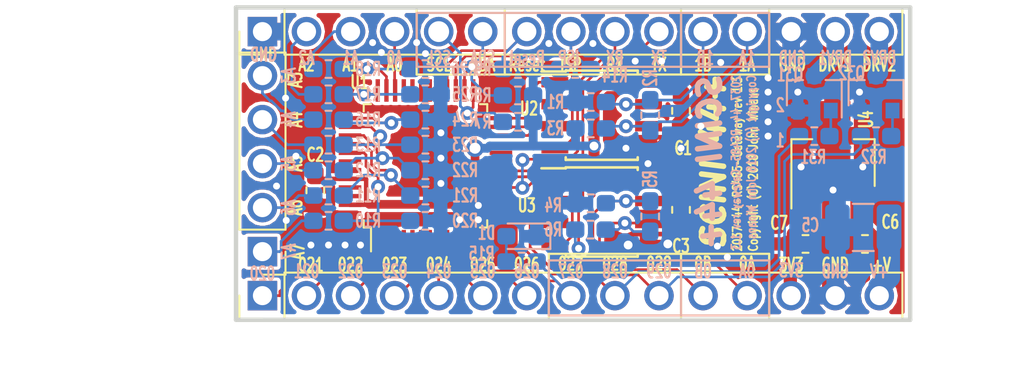
<source format=kicad_pcb>
(kicad_pcb (version 20171130) (host pcbnew 5.0.0-fee4fd1~66~ubuntu18.04.1)

  (general
    (thickness 1.6)
    (drawings 111)
    (tracks 451)
    (zones 0)
    (modules 43)
    (nets 63)
  )

  (page A4)
  (title_block
    (rev 1.3)
  )

  (layers
    (0 F.Cu signal)
    (31 B.Cu signal)
    (34 B.Paste user hide)
    (35 F.Paste user hide)
    (36 B.SilkS user)
    (37 F.SilkS user)
    (38 B.Mask user hide)
    (39 F.Mask user hide)
    (40 Dwgs.User user)
    (41 Cmts.User user)
    (42 Eco1.User user)
    (43 Eco2.User user)
    (44 Edge.Cuts user)
    (45 Margin user)
    (46 B.CrtYd user)
    (47 F.CrtYd user)
    (48 B.Fab user hide)
    (49 F.Fab user hide)
  )

  (setup
    (last_trace_width 0.1524)
    (trace_clearance 0.1524)
    (zone_clearance 0.19812)
    (zone_45_only no)
    (trace_min 0.1524)
    (segment_width 0.127)
    (edge_width 0.15)
    (via_size 0.8)
    (via_drill 0.4)
    (via_min_size 0.508)
    (via_min_drill 0.254)
    (uvia_size 0.3)
    (uvia_drill 0.1)
    (uvias_allowed no)
    (uvia_min_size 0.2)
    (uvia_min_drill 0.1)
    (pcb_text_width 0.3)
    (pcb_text_size 1.5 1.5)
    (mod_edge_width 0.15)
    (mod_text_size 0.508 0.762)
    (mod_text_width 0.127)
    (pad_size 1.524 1.524)
    (pad_drill 0.762)
    (pad_to_mask_clearance 0.0508)
    (aux_axis_origin 0 0)
    (visible_elements FFFFFF7F)
    (pcbplotparams
      (layerselection 0x010fc_ffffffff)
      (usegerberextensions false)
      (usegerberattributes false)
      (usegerberadvancedattributes false)
      (creategerberjobfile false)
      (excludeedgelayer true)
      (linewidth 0.100000)
      (plotframeref false)
      (viasonmask false)
      (mode 1)
      (useauxorigin false)
      (hpglpennumber 1)
      (hpglpenspeed 20)
      (hpglpendiameter 15.000000)
      (psnegative false)
      (psa4output false)
      (plotreference true)
      (plotvalue true)
      (plotinvisibletext false)
      (padsonsilk false)
      (subtractmaskfromsilk false)
      (outputformat 1)
      (mirror false)
      (drillshape 1)
      (scaleselection 1)
      (outputdirectory ""))
  )

  (net 0 "")
  (net 1 +3V3)
  (net 2 GND)
  (net 3 +12V)
  (net 4 /~RESET~)
  (net 5 /~ISP~)
  (net 6 /TXD0)
  (net 7 /RXD0)
  (net 8 "Net-(U1-Pad1)")
  (net 9 "Net-(U1-Pad2)")
  (net 10 /TXE0)
  (net 11 /TXE1)
  (net 12 /RXD1)
  (net 13 /TXD1)
  (net 14 "Net-(U1-Pad45)")
  (net 15 "Net-(U1-Pad46)")
  (net 16 "Net-(U1-Pad4)")
  (net 17 "Net-(U1-Pad15)")
  (net 18 "Net-(U1-Pad19)")
  (net 19 "Net-(U1-Pad20)")
  (net 20 "Net-(U1-Pad21)")
  (net 21 "Net-(U1-Pad33)")
  (net 22 "Net-(U1-Pad42)")
  (net 23 /PORT1A)
  (net 24 /PORT1B)
  (net 25 /PORT0B)
  (net 26 /PORT0A)
  (net 27 /SDA)
  (net 28 /SCL)
  (net 29 /PIO0_27)
  (net 30 /PIO0_28)
  (net 31 /PIO0_29)
  (net 32 "Net-(R10-Pad2)")
  (net 33 "Net-(R11-Pad2)")
  (net 34 "Net-(R12-Pad2)")
  (net 35 "Net-(R13-Pad2)")
  (net 36 /PIO0_20)
  (net 37 /PIO0_21)
  (net 38 /PIO0_22)
  (net 39 /PIO0_23)
  (net 40 /PIO0_24)
  (net 41 /PIO0_25)
  (net 42 /PIO0_26)
  (net 43 /A7)
  (net 44 /A6)
  (net 45 /A5)
  (net 46 /A4)
  (net 47 /MOSI)
  (net 48 /MISO)
  (net 49 /SSEL)
  (net 50 /SCK)
  (net 51 "Net-(Q31-Pad1)")
  (net 52 "Net-(Q32-Pad1)")
  (net 53 /DRV1)
  (net 54 /DRV2)
  (net 55 "Net-(D1-Pad2)")
  (net 56 /A0)
  (net 57 /A1)
  (net 58 /A2)
  (net 59 /A3)
  (net 60 "Net-(R16-Pad2)")
  (net 61 "Net-(R17-Pad2)")
  (net 62 "Net-(R18-Pad2)")

  (net_class Default "This is the default net class."
    (clearance 0.1524)
    (trace_width 0.1524)
    (via_dia 0.8)
    (via_drill 0.4)
    (uvia_dia 0.3)
    (uvia_drill 0.1)
    (add_net +12V)
    (add_net +3V3)
    (add_net /A0)
    (add_net /A1)
    (add_net /A2)
    (add_net /A3)
    (add_net /A4)
    (add_net /A5)
    (add_net /A6)
    (add_net /A7)
    (add_net /DRV1)
    (add_net /DRV2)
    (add_net /MISO)
    (add_net /MOSI)
    (add_net /PIO0_20)
    (add_net /PIO0_21)
    (add_net /PIO0_22)
    (add_net /PIO0_23)
    (add_net /PIO0_24)
    (add_net /PIO0_25)
    (add_net /PIO0_26)
    (add_net /PIO0_27)
    (add_net /PIO0_28)
    (add_net /PIO0_29)
    (add_net /PORT0A)
    (add_net /PORT0B)
    (add_net /PORT1A)
    (add_net /PORT1B)
    (add_net /RXD0)
    (add_net /RXD1)
    (add_net /SCK)
    (add_net /SCL)
    (add_net /SDA)
    (add_net /SSEL)
    (add_net /TXD0)
    (add_net /TXD1)
    (add_net /TXE0)
    (add_net /TXE1)
    (add_net /~ISP~)
    (add_net /~RESET~)
    (add_net GND)
    (add_net "Net-(D1-Pad2)")
    (add_net "Net-(Q31-Pad1)")
    (add_net "Net-(Q32-Pad1)")
    (add_net "Net-(R10-Pad2)")
    (add_net "Net-(R11-Pad2)")
    (add_net "Net-(R12-Pad2)")
    (add_net "Net-(R13-Pad2)")
    (add_net "Net-(R16-Pad2)")
    (add_net "Net-(R17-Pad2)")
    (add_net "Net-(R18-Pad2)")
    (add_net "Net-(U1-Pad1)")
    (add_net "Net-(U1-Pad15)")
    (add_net "Net-(U1-Pad19)")
    (add_net "Net-(U1-Pad2)")
    (add_net "Net-(U1-Pad20)")
    (add_net "Net-(U1-Pad21)")
    (add_net "Net-(U1-Pad33)")
    (add_net "Net-(U1-Pad4)")
    (add_net "Net-(U1-Pad42)")
    (add_net "Net-(U1-Pad45)")
    (add_net "Net-(U1-Pad46)")
  )

  (module Connector_PinHeader_2.54mm:PinHeader_1x05_P2.54mm_Vertical locked (layer F.Cu) (tedit 5BBD5BEA) (tstamp 5BA01B6F)
    (at 114.554 148.463 180)
    (descr "Through hole straight pin header, 1x05, 2.54mm pitch, single row")
    (tags "Through hole pin header THT 1x05 2.54mm single row")
    (path /5BA0BE42)
    (fp_text reference J5 (at 0 -2.33 180) (layer F.SilkS) hide
      (effects (font (size 0.762 0.508) (thickness 0.127)))
    )
    (fp_text value Conn_01x05 (at 0 12.49 180) (layer F.Fab)
      (effects (font (size 1 1) (thickness 0.15)))
    )
    (fp_line (start -0.635 -1.27) (end 1.27 -1.27) (layer F.Fab) (width 0.1))
    (fp_line (start 1.27 -1.27) (end 1.27 11.43) (layer F.Fab) (width 0.1))
    (fp_line (start 1.27 11.43) (end -1.27 11.43) (layer F.Fab) (width 0.1))
    (fp_line (start -1.27 11.43) (end -1.27 -0.635) (layer F.Fab) (width 0.1))
    (fp_line (start -1.27 -0.635) (end -0.635 -1.27) (layer F.Fab) (width 0.1))
    (fp_line (start -1.33 11.49) (end 1.33 11.49) (layer F.SilkS) (width 0.12))
    (fp_line (start -1.33 1.27) (end -1.33 11.49) (layer F.SilkS) (width 0.12))
    (fp_line (start 1.33 1.27) (end 1.33 11.49) (layer F.SilkS) (width 0.12))
    (fp_line (start -1.33 1.27) (end 1.33 1.27) (layer F.SilkS) (width 0.12))
    (fp_line (start -1.33 0) (end -1.33 -1.33) (layer F.SilkS) (width 0.12))
    (fp_line (start -1.33 -1.33) (end 0 -1.33) (layer F.SilkS) (width 0.12))
    (fp_line (start -1.8 -1.8) (end -1.8 11.95) (layer F.CrtYd) (width 0.05))
    (fp_line (start -1.8 11.95) (end 1.8 11.95) (layer F.CrtYd) (width 0.05))
    (fp_line (start 1.8 11.95) (end 1.8 -1.8) (layer F.CrtYd) (width 0.05))
    (fp_line (start 1.8 -1.8) (end -1.8 -1.8) (layer F.CrtYd) (width 0.05))
    (fp_text user %R (at 0 5.08 270) (layer F.Fab)
      (effects (font (size 1 1) (thickness 0.15)))
    )
    (pad 1 thru_hole rect (at 0 0 180) (size 1.7 1.7) (drill 1.1) (layers *.Cu *.Mask)
      (net 43 /A7))
    (pad 2 thru_hole oval (at 0 2.54 180) (size 1.7 1.7) (drill 1.1) (layers *.Cu *.Mask)
      (net 44 /A6))
    (pad 3 thru_hole oval (at 0 5.08 180) (size 1.7 1.7) (drill 1.1) (layers *.Cu *.Mask)
      (net 45 /A5))
    (pad 4 thru_hole oval (at 0 7.62 180) (size 1.7 1.7) (drill 1.1) (layers *.Cu *.Mask)
      (net 46 /A4))
    (pad 5 thru_hole oval (at 0 10.16 180) (size 1.7 1.7) (drill 1.1) (layers *.Cu *.Mask)
      (net 59 /A3))
    (model ${KISYS3DMOD}/Connector_PinHeader_2.54mm.3dshapes/PinHeader_1x05_P2.54mm_Vertical.wrl
      (at (xyz 0 0 0))
      (scale (xyz 1 1 1))
      (rotate (xyz 0 0 0))
    )
  )

  (module Connector_PinHeader_2.54mm:PinHeader_1x15_P2.54mm_Vertical locked (layer F.Cu) (tedit 5BBD5B5C) (tstamp 5BA00DF4)
    (at 114.554 151.003 90)
    (descr "Through hole straight pin header, 1x15, 2.54mm pitch, single row")
    (tags "Through hole pin header THT 1x15 2.54mm single row")
    (path /5B9F75BD)
    (fp_text reference J4 (at 0 -2.33 90) (layer F.SilkS) hide
      (effects (font (size 0.762 0.508) (thickness 0.127)))
    )
    (fp_text value Conn_01x15 (at 0 37.89 90) (layer F.Fab)
      (effects (font (size 1 1) (thickness 0.15)))
    )
    (fp_line (start -0.635 -1.27) (end 1.27 -1.27) (layer F.Fab) (width 0.1))
    (fp_line (start 1.27 -1.27) (end 1.27 36.83) (layer F.Fab) (width 0.1))
    (fp_line (start 1.27 36.83) (end -1.27 36.83) (layer F.Fab) (width 0.1))
    (fp_line (start -1.27 36.83) (end -1.27 -0.635) (layer F.Fab) (width 0.1))
    (fp_line (start -1.27 -0.635) (end -0.635 -1.27) (layer F.Fab) (width 0.1))
    (fp_line (start -1.33 36.89) (end 1.33 36.89) (layer F.SilkS) (width 0.12))
    (fp_line (start -1.33 1.27) (end -1.33 36.89) (layer F.SilkS) (width 0.12))
    (fp_line (start 1.33 1.27) (end 1.33 36.89) (layer F.SilkS) (width 0.12))
    (fp_line (start -1.33 1.27) (end 1.33 1.27) (layer F.SilkS) (width 0.12))
    (fp_line (start -1.33 0) (end -1.33 -1.33) (layer F.SilkS) (width 0.12))
    (fp_line (start -1.33 -1.33) (end 0 -1.33) (layer F.SilkS) (width 0.12))
    (fp_line (start -1.8 -1.8) (end -1.8 37.35) (layer F.CrtYd) (width 0.05))
    (fp_line (start -1.8 37.35) (end 1.8 37.35) (layer F.CrtYd) (width 0.05))
    (fp_line (start 1.8 37.35) (end 1.8 -1.8) (layer F.CrtYd) (width 0.05))
    (fp_line (start 1.8 -1.8) (end -1.8 -1.8) (layer F.CrtYd) (width 0.05))
    (fp_text user %R (at 0 17.78 180) (layer F.Fab)
      (effects (font (size 1 1) (thickness 0.15)))
    )
    (pad 1 thru_hole rect (at 0 0 90) (size 1.7 1.7) (drill 1.1) (layers *.Cu *.Mask)
      (net 36 /PIO0_20))
    (pad 2 thru_hole oval (at 0 2.54 90) (size 1.7 1.7) (drill 1.1) (layers *.Cu *.Mask)
      (net 37 /PIO0_21))
    (pad 3 thru_hole oval (at 0 5.08 90) (size 1.7 1.7) (drill 1.1) (layers *.Cu *.Mask)
      (net 38 /PIO0_22))
    (pad 4 thru_hole oval (at 0 7.62 90) (size 1.7 1.7) (drill 1.1) (layers *.Cu *.Mask)
      (net 39 /PIO0_23))
    (pad 5 thru_hole oval (at 0 10.16 90) (size 1.7 1.7) (drill 1.1) (layers *.Cu *.Mask)
      (net 40 /PIO0_24))
    (pad 6 thru_hole oval (at 0 12.7 90) (size 1.7 1.7) (drill 1.1) (layers *.Cu *.Mask)
      (net 41 /PIO0_25))
    (pad 7 thru_hole oval (at 0 15.24 90) (size 1.7 1.7) (drill 1.1) (layers *.Cu *.Mask)
      (net 42 /PIO0_26))
    (pad 8 thru_hole oval (at 0 17.78 90) (size 1.7 1.7) (drill 1.1) (layers *.Cu *.Mask)
      (net 29 /PIO0_27))
    (pad 9 thru_hole oval (at 0 20.32 90) (size 1.7 1.7) (drill 1.1) (layers *.Cu *.Mask)
      (net 30 /PIO0_28))
    (pad 10 thru_hole oval (at 0 22.86 90) (size 1.7 1.7) (drill 1.1) (layers *.Cu *.Mask)
      (net 31 /PIO0_29))
    (pad 11 thru_hole oval (at 0 25.4 90) (size 1.7 1.7) (drill 1.1) (layers *.Cu *.Mask)
      (net 25 /PORT0B))
    (pad 12 thru_hole oval (at 0 27.94 90) (size 1.7 1.7) (drill 1.1) (layers *.Cu *.Mask)
      (net 26 /PORT0A))
    (pad 13 thru_hole oval (at 0 30.48 90) (size 1.7 1.7) (drill 1.1) (layers *.Cu *.Mask)
      (net 1 +3V3))
    (pad 14 thru_hole oval (at 0 33.02 90) (size 1.7 1.7) (drill 1.1) (layers *.Cu *.Mask)
      (net 2 GND))
    (pad 15 thru_hole oval (at 0 35.56 90) (size 1.7 1.7) (drill 1.1) (layers *.Cu *.Mask)
      (net 3 +12V))
    (model ${KISYS3DMOD}/Connector_PinHeader_2.54mm.3dshapes/PinHeader_1x15_P2.54mm_Vertical.wrl
      (at (xyz 0 0 0))
      (scale (xyz 1 1 1))
      (rotate (xyz 0 0 0))
    )
  )

  (module Connector_PinHeader_2.54mm:PinHeader_1x15_P2.54mm_Vertical locked (layer F.Cu) (tedit 5BBD59EA) (tstamp 5B9E0047)
    (at 114.554 135.763 90)
    (descr "Through hole straight pin header, 1x15, 2.54mm pitch, single row")
    (tags "Through hole pin header THT 1x15 2.54mm single row")
    (path /5BA4BFEE)
    (fp_text reference J1 (at 0 -2.33 90) (layer F.SilkS) hide
      (effects (font (size 0.762 0.508) (thickness 0.127)))
    )
    (fp_text value Conn_01x15 (at 0 37.89 90) (layer F.Fab)
      (effects (font (size 1 1) (thickness 0.15)))
    )
    (fp_line (start -0.635 -1.27) (end 1.27 -1.27) (layer F.Fab) (width 0.1))
    (fp_line (start 1.27 -1.27) (end 1.27 36.83) (layer F.Fab) (width 0.1))
    (fp_line (start 1.27 36.83) (end -1.27 36.83) (layer F.Fab) (width 0.1))
    (fp_line (start -1.27 36.83) (end -1.27 -0.635) (layer F.Fab) (width 0.1))
    (fp_line (start -1.27 -0.635) (end -0.635 -1.27) (layer F.Fab) (width 0.1))
    (fp_line (start -1.33 36.89) (end 1.33 36.89) (layer F.SilkS) (width 0.12))
    (fp_line (start -1.33 1.27) (end -1.33 36.89) (layer F.SilkS) (width 0.12))
    (fp_line (start 1.33 1.27) (end 1.33 36.89) (layer F.SilkS) (width 0.12))
    (fp_line (start -1.33 1.27) (end 1.33 1.27) (layer F.SilkS) (width 0.12))
    (fp_line (start -1.33 0) (end -1.33 -1.33) (layer F.SilkS) (width 0.12))
    (fp_line (start -1.33 -1.33) (end 0 -1.33) (layer F.SilkS) (width 0.12))
    (fp_line (start -1.8 -1.8) (end -1.8 37.35) (layer F.CrtYd) (width 0.05))
    (fp_line (start -1.8 37.35) (end 1.8 37.35) (layer F.CrtYd) (width 0.05))
    (fp_line (start 1.8 37.35) (end 1.8 -1.8) (layer F.CrtYd) (width 0.05))
    (fp_line (start 1.8 -1.8) (end -1.8 -1.8) (layer F.CrtYd) (width 0.05))
    (fp_text user %R (at 0 17.78 180) (layer F.Fab)
      (effects (font (size 1 1) (thickness 0.15)))
    )
    (pad 1 thru_hole rect (at 0 0 90) (size 1.7 1.7) (drill 1.1) (layers *.Cu *.Mask)
      (net 2 GND))
    (pad 2 thru_hole oval (at 0 2.54 90) (size 1.7 1.7) (drill 1.1) (layers *.Cu *.Mask)
      (net 58 /A2))
    (pad 3 thru_hole oval (at 0 5.08 90) (size 1.7 1.7) (drill 1.1) (layers *.Cu *.Mask)
      (net 57 /A1))
    (pad 4 thru_hole oval (at 0 7.62 90) (size 1.7 1.7) (drill 1.1) (layers *.Cu *.Mask)
      (net 56 /A0))
    (pad 5 thru_hole oval (at 0 10.16 90) (size 1.7 1.7) (drill 1.2) (layers *.Cu *.Mask)
      (net 28 /SCL))
    (pad 6 thru_hole oval (at 0 12.7 90) (size 1.7 1.7) (drill 1.1) (layers *.Cu *.Mask)
      (net 27 /SDA))
    (pad 7 thru_hole oval (at 0 15.24 90) (size 1.7 1.7) (drill 1.1) (layers *.Cu *.Mask)
      (net 4 /~RESET~))
    (pad 8 thru_hole oval (at 0 17.78 90) (size 1.7 1.7) (drill 1.1) (layers *.Cu *.Mask)
      (net 5 /~ISP~))
    (pad 9 thru_hole oval (at 0 20.32 90) (size 1.7 1.7) (drill 1.1) (layers *.Cu *.Mask)
      (net 7 /RXD0))
    (pad 10 thru_hole oval (at 0 22.86 90) (size 1.7 1.7) (drill 1.1) (layers *.Cu *.Mask)
      (net 6 /TXD0))
    (pad 11 thru_hole oval (at 0 25.4 90) (size 1.7 1.7) (drill 1.1) (layers *.Cu *.Mask)
      (net 24 /PORT1B))
    (pad 12 thru_hole oval (at 0 27.94 90) (size 1.7 1.7) (drill 1.1) (layers *.Cu *.Mask)
      (net 23 /PORT1A))
    (pad 13 thru_hole oval (at 0 30.48 90) (size 1.7 1.7) (drill 1.1) (layers *.Cu *.Mask)
      (net 2 GND))
    (pad 14 thru_hole oval (at 0 33.02 90) (size 1.7 1.7) (drill 1.1) (layers *.Cu *.Mask)
      (net 53 /DRV1))
    (pad 15 thru_hole oval (at 0 35.56 90) (size 1.7 1.7) (drill 1.1) (layers *.Cu *.Mask)
      (net 54 /DRV2))
    (model ${KISYS3DMOD}/Connector_PinHeader_2.54mm.3dshapes/PinHeader_1x15_P2.54mm_Vertical.wrl
      (at (xyz 0 0 0))
      (scale (xyz 1 1 1))
      (rotate (xyz 0 0 0))
    )
  )

  (module Package_SO:SOIC-8_3.9x4.9mm_P1.27mm (layer F.Cu) (tedit 5B9D2FA9) (tstamp 5BAB628C)
    (at 134.112 146.177)
    (descr "8-Lead Plastic Small Outline (SN) - Narrow, 3.90 mm Body [SOIC] (see Microchip Packaging Specification 00000049BS.pdf)")
    (tags "SOIC 1.27")
    (path /5B9342B8)
    (attr smd)
    (fp_text reference U3 (at -4.318 -0.381) (layer F.SilkS)
      (effects (font (size 0.762 0.508) (thickness 0.127)))
    )
    (fp_text value ISL83483 (at 0 3.5) (layer F.Fab)
      (effects (font (size 1 1) (thickness 0.15)))
    )
    (fp_text user %R (at 0 0) (layer F.Fab)
      (effects (font (size 1 1) (thickness 0.15)))
    )
    (fp_line (start -0.95 -2.45) (end 1.95 -2.45) (layer F.Fab) (width 0.1))
    (fp_line (start 1.95 -2.45) (end 1.95 2.45) (layer F.Fab) (width 0.1))
    (fp_line (start 1.95 2.45) (end -1.95 2.45) (layer F.Fab) (width 0.1))
    (fp_line (start -1.95 2.45) (end -1.95 -1.45) (layer F.Fab) (width 0.1))
    (fp_line (start -1.95 -1.45) (end -0.95 -2.45) (layer F.Fab) (width 0.1))
    (fp_line (start -3.73 -2.7) (end -3.73 2.7) (layer F.CrtYd) (width 0.05))
    (fp_line (start 3.73 -2.7) (end 3.73 2.7) (layer F.CrtYd) (width 0.05))
    (fp_line (start -3.73 -2.7) (end 3.73 -2.7) (layer F.CrtYd) (width 0.05))
    (fp_line (start -3.73 2.7) (end 3.73 2.7) (layer F.CrtYd) (width 0.05))
    (fp_line (start -2.075 -2.575) (end -2.075 -2.525) (layer F.SilkS) (width 0.15))
    (fp_line (start 2.075 -2.575) (end 2.075 -2.43) (layer F.SilkS) (width 0.15))
    (fp_line (start 2.075 2.575) (end 2.075 2.43) (layer F.SilkS) (width 0.15))
    (fp_line (start -2.075 2.575) (end -2.075 2.43) (layer F.SilkS) (width 0.15))
    (fp_line (start -2.075 -2.575) (end 2.075 -2.575) (layer F.SilkS) (width 0.15))
    (fp_line (start -2.075 2.575) (end 2.075 2.575) (layer F.SilkS) (width 0.15))
    (fp_line (start -2.075 -2.525) (end -3.475 -2.525) (layer F.SilkS) (width 0.15))
    (pad 1 smd rect (at -2.7 -1.905) (size 1.55 0.6) (layers F.Cu F.Paste F.Mask)
      (net 7 /RXD0))
    (pad 2 smd rect (at -2.7 -0.635) (size 1.55 0.6) (layers F.Cu F.Paste F.Mask)
      (net 10 /TXE0))
    (pad 3 smd rect (at -2.7 0.635) (size 1.55 0.6) (layers F.Cu F.Paste F.Mask)
      (net 10 /TXE0))
    (pad 4 smd rect (at -2.7 1.905) (size 1.55 0.6) (layers F.Cu F.Paste F.Mask)
      (net 6 /TXD0))
    (pad 5 smd rect (at 2.7 1.905) (size 1.55 0.6) (layers F.Cu F.Paste F.Mask)
      (net 2 GND))
    (pad 6 smd rect (at 2.7 0.635) (size 1.55 0.6) (layers F.Cu F.Paste F.Mask)
      (net 26 /PORT0A))
    (pad 7 smd rect (at 2.7 -0.635) (size 1.55 0.6) (layers F.Cu F.Paste F.Mask)
      (net 25 /PORT0B))
    (pad 8 smd rect (at 2.7 -1.905) (size 1.55 0.6) (layers F.Cu F.Paste F.Mask)
      (net 1 +3V3))
    (model ${KISYS3DMOD}/Package_SO.3dshapes/SOIC-8_3.9x4.9mm_P1.27mm.wrl
      (at (xyz 0 0 0))
      (scale (xyz 1 1 1))
      (rotate (xyz 0 0 0))
    )
  )

  (module Capacitor_SMD:C_0603_1608Metric_Pad1.05x0.95mm_HandSolder (layer F.Cu) (tedit 5B9D3009) (tstamp 5BAB3080)
    (at 138.684 140.335 270)
    (descr "Capacitor SMD 0603 (1608 Metric), square (rectangular) end terminal, IPC_7351 nominal with elongated pad for handsoldering. (Body size source: http://www.tortai-tech.com/upload/download/2011102023233369053.pdf), generated with kicad-footprint-generator")
    (tags "capacitor handsolder")
    (path /5B990707)
    (attr smd)
    (fp_text reference C1 (at 2.159 -0.127) (layer F.SilkS)
      (effects (font (size 0.762 0.508) (thickness 0.127)))
    )
    (fp_text value .1uF (at 0 1.43 270) (layer F.Fab)
      (effects (font (size 1 1) (thickness 0.15)))
    )
    (fp_line (start -0.8 0.4) (end -0.8 -0.4) (layer F.Fab) (width 0.1))
    (fp_line (start -0.8 -0.4) (end 0.8 -0.4) (layer F.Fab) (width 0.1))
    (fp_line (start 0.8 -0.4) (end 0.8 0.4) (layer F.Fab) (width 0.1))
    (fp_line (start 0.8 0.4) (end -0.8 0.4) (layer F.Fab) (width 0.1))
    (fp_line (start -0.171267 -0.51) (end 0.171267 -0.51) (layer F.SilkS) (width 0.12))
    (fp_line (start -0.171267 0.51) (end 0.171267 0.51) (layer F.SilkS) (width 0.12))
    (fp_line (start -1.65 0.73) (end -1.65 -0.73) (layer F.CrtYd) (width 0.05))
    (fp_line (start -1.65 -0.73) (end 1.65 -0.73) (layer F.CrtYd) (width 0.05))
    (fp_line (start 1.65 -0.73) (end 1.65 0.73) (layer F.CrtYd) (width 0.05))
    (fp_line (start 1.65 0.73) (end -1.65 0.73) (layer F.CrtYd) (width 0.05))
    (fp_text user %R (at 0 0 270) (layer F.Fab)
      (effects (font (size 0.4 0.4) (thickness 0.06)))
    )
    (pad 1 smd roundrect (at -0.875 0 270) (size 1.05 0.95) (layers F.Cu F.Paste F.Mask) (roundrect_rratio 0.25)
      (net 1 +3V3))
    (pad 2 smd roundrect (at 0.875 0 270) (size 1.05 0.95) (layers F.Cu F.Paste F.Mask) (roundrect_rratio 0.25)
      (net 2 GND))
    (model ${KISYS3DMOD}/Capacitor_SMD.3dshapes/C_0603_1608Metric.wrl
      (at (xyz 0 0 0))
      (scale (xyz 1 1 1))
      (rotate (xyz 0 0 0))
    )
  )

  (module Capacitor_SMD:C_0603_1608Metric_Pad1.05x0.95mm_HandSolder (layer F.Cu) (tedit 5B9D63BA) (tstamp 5BAAF9CF)
    (at 117.602 144.921 270)
    (descr "Capacitor SMD 0603 (1608 Metric), square (rectangular) end terminal, IPC_7351 nominal with elongated pad for handsoldering. (Body size source: http://www.tortai-tech.com/upload/download/2011102023233369053.pdf), generated with kicad-footprint-generator")
    (tags "capacitor handsolder")
    (path /5B99C454)
    (attr smd)
    (fp_text reference C2 (at -2.046 0) (layer F.SilkS)
      (effects (font (size 0.762 0.508) (thickness 0.127)))
    )
    (fp_text value .1uF (at 0 1.43 270) (layer F.Fab)
      (effects (font (size 1 1) (thickness 0.15)))
    )
    (fp_text user %R (at 0 0 270) (layer F.Fab)
      (effects (font (size 0.4 0.4) (thickness 0.06)))
    )
    (fp_line (start 1.65 0.73) (end -1.65 0.73) (layer F.CrtYd) (width 0.05))
    (fp_line (start 1.65 -0.73) (end 1.65 0.73) (layer F.CrtYd) (width 0.05))
    (fp_line (start -1.65 -0.73) (end 1.65 -0.73) (layer F.CrtYd) (width 0.05))
    (fp_line (start -1.65 0.73) (end -1.65 -0.73) (layer F.CrtYd) (width 0.05))
    (fp_line (start -0.171267 0.51) (end 0.171267 0.51) (layer F.SilkS) (width 0.12))
    (fp_line (start -0.171267 -0.51) (end 0.171267 -0.51) (layer F.SilkS) (width 0.12))
    (fp_line (start 0.8 0.4) (end -0.8 0.4) (layer F.Fab) (width 0.1))
    (fp_line (start 0.8 -0.4) (end 0.8 0.4) (layer F.Fab) (width 0.1))
    (fp_line (start -0.8 -0.4) (end 0.8 -0.4) (layer F.Fab) (width 0.1))
    (fp_line (start -0.8 0.4) (end -0.8 -0.4) (layer F.Fab) (width 0.1))
    (pad 2 smd roundrect (at 0.875 0 270) (size 1.05 0.95) (layers F.Cu F.Paste F.Mask) (roundrect_rratio 0.25)
      (net 2 GND))
    (pad 1 smd roundrect (at -0.875 0 270) (size 1.05 0.95) (layers F.Cu F.Paste F.Mask) (roundrect_rratio 0.25)
      (net 1 +3V3))
    (model ${KISYS3DMOD}/Capacitor_SMD.3dshapes/C_0603_1608Metric.wrl
      (at (xyz 0 0 0))
      (scale (xyz 1 1 1))
      (rotate (xyz 0 0 0))
    )
  )

  (module Capacitor_SMD:C_0603_1608Metric_Pad1.05x0.95mm_HandSolder (layer F.Cu) (tedit 5B9D2EE6) (tstamp 5BAB31CC)
    (at 138.684 146.05 270)
    (descr "Capacitor SMD 0603 (1608 Metric), square (rectangular) end terminal, IPC_7351 nominal with elongated pad for handsoldering. (Body size source: http://www.tortai-tech.com/upload/download/2011102023233369053.pdf), generated with kicad-footprint-generator")
    (tags "capacitor handsolder")
    (path /5B99C49E)
    (attr smd)
    (fp_text reference C3 (at 2.0955 0) (layer F.SilkS)
      (effects (font (size 0.762 0.508) (thickness 0.127)))
    )
    (fp_text value .1uF (at 0 1.43 270) (layer F.Fab)
      (effects (font (size 1 1) (thickness 0.15)))
    )
    (fp_line (start -0.8 0.4) (end -0.8 -0.4) (layer F.Fab) (width 0.1))
    (fp_line (start -0.8 -0.4) (end 0.8 -0.4) (layer F.Fab) (width 0.1))
    (fp_line (start 0.8 -0.4) (end 0.8 0.4) (layer F.Fab) (width 0.1))
    (fp_line (start 0.8 0.4) (end -0.8 0.4) (layer F.Fab) (width 0.1))
    (fp_line (start -0.171267 -0.51) (end 0.171267 -0.51) (layer F.SilkS) (width 0.12))
    (fp_line (start -0.171267 0.51) (end 0.171267 0.51) (layer F.SilkS) (width 0.12))
    (fp_line (start -1.65 0.73) (end -1.65 -0.73) (layer F.CrtYd) (width 0.05))
    (fp_line (start -1.65 -0.73) (end 1.65 -0.73) (layer F.CrtYd) (width 0.05))
    (fp_line (start 1.65 -0.73) (end 1.65 0.73) (layer F.CrtYd) (width 0.05))
    (fp_line (start 1.65 0.73) (end -1.65 0.73) (layer F.CrtYd) (width 0.05))
    (fp_text user %R (at 0 0 270) (layer F.Fab)
      (effects (font (size 0.4 0.4) (thickness 0.06)))
    )
    (pad 1 smd roundrect (at -0.875 0 270) (size 1.05 0.95) (layers F.Cu F.Paste F.Mask) (roundrect_rratio 0.25)
      (net 1 +3V3))
    (pad 2 smd roundrect (at 0.875 0 270) (size 1.05 0.95) (layers F.Cu F.Paste F.Mask) (roundrect_rratio 0.25)
      (net 2 GND))
    (model ${KISYS3DMOD}/Capacitor_SMD.3dshapes/C_0603_1608Metric.wrl
      (at (xyz 0 0 0))
      (scale (xyz 1 1 1))
      (rotate (xyz 0 0 0))
    )
  )

  (module Resistor_SMD:R_1210_3225Metric_Pad1.42x2.65mm_HandSolder (layer B.Cu) (tedit 5B9D6302) (tstamp 5BAAD4B6)
    (at 149.1885 147.066 180)
    (descr "Resistor SMD 1210 (3225 Metric), square (rectangular) end terminal, IPC_7351 nominal with elongated pad for handsoldering. (Body size source: http://www.tortai-tech.com/upload/download/2011102023233369053.pdf), generated with kicad-footprint-generator")
    (tags "resistor handsolder")
    (path /5B95426F)
    (attr smd)
    (fp_text reference C5 (at 3.048 0.127) (layer B.SilkS)
      (effects (font (size 0.762 0.508) (thickness 0.127)) (justify mirror))
    )
    (fp_text value 10uF (at 0 -2.28 180) (layer B.Fab)
      (effects (font (size 1 1) (thickness 0.15)) (justify mirror))
    )
    (fp_text user %R (at 0 0 180) (layer B.Fab)
      (effects (font (size 0.8 0.8) (thickness 0.12)) (justify mirror))
    )
    (fp_line (start 2.45 -1.58) (end -2.45 -1.58) (layer B.CrtYd) (width 0.05))
    (fp_line (start 2.45 1.58) (end 2.45 -1.58) (layer B.CrtYd) (width 0.05))
    (fp_line (start -2.45 1.58) (end 2.45 1.58) (layer B.CrtYd) (width 0.05))
    (fp_line (start -2.45 -1.58) (end -2.45 1.58) (layer B.CrtYd) (width 0.05))
    (fp_line (start -0.602064 -1.36) (end 0.602064 -1.36) (layer B.SilkS) (width 0.12))
    (fp_line (start -0.602064 1.36) (end 0.602064 1.36) (layer B.SilkS) (width 0.12))
    (fp_line (start 1.6 -1.25) (end -1.6 -1.25) (layer B.Fab) (width 0.1))
    (fp_line (start 1.6 1.25) (end 1.6 -1.25) (layer B.Fab) (width 0.1))
    (fp_line (start -1.6 1.25) (end 1.6 1.25) (layer B.Fab) (width 0.1))
    (fp_line (start -1.6 -1.25) (end -1.6 1.25) (layer B.Fab) (width 0.1))
    (pad 2 smd roundrect (at 1.4875 0 180) (size 1.425 2.65) (layers B.Cu B.Paste B.Mask) (roundrect_rratio 0.175439)
      (net 2 GND))
    (pad 1 smd roundrect (at -1.4875 0 180) (size 1.425 2.65) (layers B.Cu B.Paste B.Mask) (roundrect_rratio 0.175439)
      (net 3 +12V))
    (model ${KISYS3DMOD}/Resistor_SMD.3dshapes/R_1210_3225Metric.wrl
      (at (xyz 0 0 0))
      (scale (xyz 1 1 1))
      (rotate (xyz 0 0 0))
    )
  )

  (module Resistor_SMD:R_0603_1608Metric_Pad1.05x0.95mm_HandSolder (layer F.Cu) (tedit 5B9D635B) (tstamp 5BAAD4C7)
    (at 149.2885 148.0185 180)
    (descr "Resistor SMD 0603 (1608 Metric), square (rectangular) end terminal, IPC_7351 nominal with elongated pad for handsoldering. (Body size source: http://www.tortai-tech.com/upload/download/2011102023233369053.pdf), generated with kicad-footprint-generator")
    (tags "resistor handsolder")
    (path /5B954207)
    (attr smd)
    (fp_text reference C6 (at -1.4605 1.27) (layer F.SilkS)
      (effects (font (size 0.762 0.508) (thickness 0.127)))
    )
    (fp_text value 1uF (at 0 1.43 180) (layer F.Fab)
      (effects (font (size 1 1) (thickness 0.15)))
    )
    (fp_text user %R (at 0 0 180) (layer F.Fab)
      (effects (font (size 0.4 0.4) (thickness 0.06)))
    )
    (fp_line (start 1.65 0.73) (end -1.65 0.73) (layer F.CrtYd) (width 0.05))
    (fp_line (start 1.65 -0.73) (end 1.65 0.73) (layer F.CrtYd) (width 0.05))
    (fp_line (start -1.65 -0.73) (end 1.65 -0.73) (layer F.CrtYd) (width 0.05))
    (fp_line (start -1.65 0.73) (end -1.65 -0.73) (layer F.CrtYd) (width 0.05))
    (fp_line (start -0.171267 0.51) (end 0.171267 0.51) (layer F.SilkS) (width 0.12))
    (fp_line (start -0.171267 -0.51) (end 0.171267 -0.51) (layer F.SilkS) (width 0.12))
    (fp_line (start 0.8 0.4) (end -0.8 0.4) (layer F.Fab) (width 0.1))
    (fp_line (start 0.8 -0.4) (end 0.8 0.4) (layer F.Fab) (width 0.1))
    (fp_line (start -0.8 -0.4) (end 0.8 -0.4) (layer F.Fab) (width 0.1))
    (fp_line (start -0.8 0.4) (end -0.8 -0.4) (layer F.Fab) (width 0.1))
    (pad 2 smd roundrect (at 0.875 0 180) (size 1.05 0.95) (layers F.Cu F.Paste F.Mask) (roundrect_rratio 0.25)
      (net 2 GND))
    (pad 1 smd roundrect (at -0.875 0 180) (size 1.05 0.95) (layers F.Cu F.Paste F.Mask) (roundrect_rratio 0.25)
      (net 3 +12V))
    (model ${KISYS3DMOD}/Resistor_SMD.3dshapes/R_0603_1608Metric.wrl
      (at (xyz 0 0 0))
      (scale (xyz 1 1 1))
      (rotate (xyz 0 0 0))
    )
  )

  (module Resistor_SMD:R_0603_1608Metric_Pad1.05x0.95mm_HandSolder (layer F.Cu) (tedit 5B9D633B) (tstamp 5BAAD4D8)
    (at 145.8595 148.0185)
    (descr "Resistor SMD 0603 (1608 Metric), square (rectangular) end terminal, IPC_7351 nominal with elongated pad for handsoldering. (Body size source: http://www.tortai-tech.com/upload/download/2011102023233369053.pdf), generated with kicad-footprint-generator")
    (tags "resistor handsolder")
    (path /5B954101)
    (attr smd)
    (fp_text reference C7 (at -1.524 -1.2065 180) (layer F.SilkS)
      (effects (font (size 0.762 0.508) (thickness 0.127)))
    )
    (fp_text value 2.2uF (at 0 1.43) (layer F.Fab)
      (effects (font (size 1 1) (thickness 0.15)))
    )
    (fp_line (start -0.8 0.4) (end -0.8 -0.4) (layer F.Fab) (width 0.1))
    (fp_line (start -0.8 -0.4) (end 0.8 -0.4) (layer F.Fab) (width 0.1))
    (fp_line (start 0.8 -0.4) (end 0.8 0.4) (layer F.Fab) (width 0.1))
    (fp_line (start 0.8 0.4) (end -0.8 0.4) (layer F.Fab) (width 0.1))
    (fp_line (start -0.171267 -0.51) (end 0.171267 -0.51) (layer F.SilkS) (width 0.12))
    (fp_line (start -0.171267 0.51) (end 0.171267 0.51) (layer F.SilkS) (width 0.12))
    (fp_line (start -1.65 0.73) (end -1.65 -0.73) (layer F.CrtYd) (width 0.05))
    (fp_line (start -1.65 -0.73) (end 1.65 -0.73) (layer F.CrtYd) (width 0.05))
    (fp_line (start 1.65 -0.73) (end 1.65 0.73) (layer F.CrtYd) (width 0.05))
    (fp_line (start 1.65 0.73) (end -1.65 0.73) (layer F.CrtYd) (width 0.05))
    (fp_text user %R (at 0 0) (layer F.Fab)
      (effects (font (size 0.4 0.4) (thickness 0.06)))
    )
    (pad 1 smd roundrect (at -0.875 0) (size 1.05 0.95) (layers F.Cu F.Paste F.Mask) (roundrect_rratio 0.25)
      (net 1 +3V3))
    (pad 2 smd roundrect (at 0.875 0) (size 1.05 0.95) (layers F.Cu F.Paste F.Mask) (roundrect_rratio 0.25)
      (net 2 GND))
    (model ${KISYS3DMOD}/Resistor_SMD.3dshapes/R_0603_1608Metric.wrl
      (at (xyz 0 0 0))
      (scale (xyz 1 1 1))
      (rotate (xyz 0 0 0))
    )
  )

  (module Resistor_SMD:R_0603_1608Metric_Pad1.05x0.95mm_HandSolder (layer B.Cu) (tedit 5B301BBD) (tstamp 5BAAD585)
    (at 133.477 139.827)
    (descr "Resistor SMD 0603 (1608 Metric), square (rectangular) end terminal, IPC_7351 nominal with elongated pad for handsoldering. (Body size source: http://www.tortai-tech.com/upload/download/2011102023233369053.pdf), generated with kicad-footprint-generator")
    (tags "resistor handsolder")
    (path /5B93563B)
    (attr smd)
    (fp_text reference R1 (at -2.032 0) (layer B.SilkS)
      (effects (font (size 0.762 0.508) (thickness 0.127)) (justify mirror))
    )
    (fp_text value 1K (at 0 -1.43) (layer B.Fab)
      (effects (font (size 1 1) (thickness 0.15)) (justify mirror))
    )
    (fp_line (start -0.8 -0.4) (end -0.8 0.4) (layer B.Fab) (width 0.1))
    (fp_line (start -0.8 0.4) (end 0.8 0.4) (layer B.Fab) (width 0.1))
    (fp_line (start 0.8 0.4) (end 0.8 -0.4) (layer B.Fab) (width 0.1))
    (fp_line (start 0.8 -0.4) (end -0.8 -0.4) (layer B.Fab) (width 0.1))
    (fp_line (start -0.171267 0.51) (end 0.171267 0.51) (layer B.SilkS) (width 0.12))
    (fp_line (start -0.171267 -0.51) (end 0.171267 -0.51) (layer B.SilkS) (width 0.12))
    (fp_line (start -1.65 -0.73) (end -1.65 0.73) (layer B.CrtYd) (width 0.05))
    (fp_line (start -1.65 0.73) (end 1.65 0.73) (layer B.CrtYd) (width 0.05))
    (fp_line (start 1.65 0.73) (end 1.65 -0.73) (layer B.CrtYd) (width 0.05))
    (fp_line (start 1.65 -0.73) (end -1.65 -0.73) (layer B.CrtYd) (width 0.05))
    (fp_text user %R (at 0 0) (layer B.Fab)
      (effects (font (size 0.4 0.4) (thickness 0.06)) (justify mirror))
    )
    (pad 1 smd roundrect (at -0.875 0) (size 1.05 0.95) (layers B.Cu B.Paste B.Mask) (roundrect_rratio 0.25)
      (net 2 GND))
    (pad 2 smd roundrect (at 0.875 0) (size 1.05 0.95) (layers B.Cu B.Paste B.Mask) (roundrect_rratio 0.25)
      (net 24 /PORT1B))
    (model ${KISYS3DMOD}/Resistor_SMD.3dshapes/R_0603_1608Metric.wrl
      (at (xyz 0 0 0))
      (scale (xyz 1 1 1))
      (rotate (xyz 0 0 0))
    )
  )

  (module Resistor_SMD:R_0603_1608Metric_Pad1.05x0.95mm_HandSolder (layer B.Cu) (tedit 5B301BBD) (tstamp 5BAAD596)
    (at 136.906 140.589 90)
    (descr "Resistor SMD 0603 (1608 Metric), square (rectangular) end terminal, IPC_7351 nominal with elongated pad for handsoldering. (Body size source: http://www.tortai-tech.com/upload/download/2011102023233369053.pdf), generated with kicad-footprint-generator")
    (tags "resistor handsolder")
    (path /5B9356D9)
    (attr smd)
    (fp_text reference R2 (at 2.159 0 90) (layer B.SilkS)
      (effects (font (size 0.762 0.508) (thickness 0.127)) (justify mirror))
    )
    (fp_text value 120 (at 0 -1.43 90) (layer B.Fab)
      (effects (font (size 1 1) (thickness 0.15)) (justify mirror))
    )
    (fp_line (start -0.8 -0.4) (end -0.8 0.4) (layer B.Fab) (width 0.1))
    (fp_line (start -0.8 0.4) (end 0.8 0.4) (layer B.Fab) (width 0.1))
    (fp_line (start 0.8 0.4) (end 0.8 -0.4) (layer B.Fab) (width 0.1))
    (fp_line (start 0.8 -0.4) (end -0.8 -0.4) (layer B.Fab) (width 0.1))
    (fp_line (start -0.171267 0.51) (end 0.171267 0.51) (layer B.SilkS) (width 0.12))
    (fp_line (start -0.171267 -0.51) (end 0.171267 -0.51) (layer B.SilkS) (width 0.12))
    (fp_line (start -1.65 -0.73) (end -1.65 0.73) (layer B.CrtYd) (width 0.05))
    (fp_line (start -1.65 0.73) (end 1.65 0.73) (layer B.CrtYd) (width 0.05))
    (fp_line (start 1.65 0.73) (end 1.65 -0.73) (layer B.CrtYd) (width 0.05))
    (fp_line (start 1.65 -0.73) (end -1.65 -0.73) (layer B.CrtYd) (width 0.05))
    (fp_text user %R (at 0 0 90) (layer B.Fab)
      (effects (font (size 0.4 0.4) (thickness 0.06)) (justify mirror))
    )
    (pad 1 smd roundrect (at -0.875 0 90) (size 1.05 0.95) (layers B.Cu B.Paste B.Mask) (roundrect_rratio 0.25)
      (net 23 /PORT1A))
    (pad 2 smd roundrect (at 0.875 0 90) (size 1.05 0.95) (layers B.Cu B.Paste B.Mask) (roundrect_rratio 0.25)
      (net 24 /PORT1B))
    (model ${KISYS3DMOD}/Resistor_SMD.3dshapes/R_0603_1608Metric.wrl
      (at (xyz 0 0 0))
      (scale (xyz 1 1 1))
      (rotate (xyz 0 0 0))
    )
  )

  (module Resistor_SMD:R_0603_1608Metric_Pad1.05x0.95mm_HandSolder (layer B.Cu) (tedit 5B301BBD) (tstamp 5BAAD5A7)
    (at 133.477 141.351 180)
    (descr "Resistor SMD 0603 (1608 Metric), square (rectangular) end terminal, IPC_7351 nominal with elongated pad for handsoldering. (Body size source: http://www.tortai-tech.com/upload/download/2011102023233369053.pdf), generated with kicad-footprint-generator")
    (tags "resistor handsolder")
    (path /5B9356A5)
    (attr smd)
    (fp_text reference R3 (at 2.032 0 180) (layer B.SilkS)
      (effects (font (size 0.762 0.508) (thickness 0.127)) (justify mirror))
    )
    (fp_text value 1K (at 0 -1.43 180) (layer B.Fab)
      (effects (font (size 1 1) (thickness 0.15)) (justify mirror))
    )
    (fp_text user %R (at 0 0 180) (layer B.Fab)
      (effects (font (size 0.4 0.4) (thickness 0.06)) (justify mirror))
    )
    (fp_line (start 1.65 -0.73) (end -1.65 -0.73) (layer B.CrtYd) (width 0.05))
    (fp_line (start 1.65 0.73) (end 1.65 -0.73) (layer B.CrtYd) (width 0.05))
    (fp_line (start -1.65 0.73) (end 1.65 0.73) (layer B.CrtYd) (width 0.05))
    (fp_line (start -1.65 -0.73) (end -1.65 0.73) (layer B.CrtYd) (width 0.05))
    (fp_line (start -0.171267 -0.51) (end 0.171267 -0.51) (layer B.SilkS) (width 0.12))
    (fp_line (start -0.171267 0.51) (end 0.171267 0.51) (layer B.SilkS) (width 0.12))
    (fp_line (start 0.8 -0.4) (end -0.8 -0.4) (layer B.Fab) (width 0.1))
    (fp_line (start 0.8 0.4) (end 0.8 -0.4) (layer B.Fab) (width 0.1))
    (fp_line (start -0.8 0.4) (end 0.8 0.4) (layer B.Fab) (width 0.1))
    (fp_line (start -0.8 -0.4) (end -0.8 0.4) (layer B.Fab) (width 0.1))
    (pad 2 smd roundrect (at 0.875 0 180) (size 1.05 0.95) (layers B.Cu B.Paste B.Mask) (roundrect_rratio 0.25)
      (net 1 +3V3))
    (pad 1 smd roundrect (at -0.875 0 180) (size 1.05 0.95) (layers B.Cu B.Paste B.Mask) (roundrect_rratio 0.25)
      (net 23 /PORT1A))
    (model ${KISYS3DMOD}/Resistor_SMD.3dshapes/R_0603_1608Metric.wrl
      (at (xyz 0 0 0))
      (scale (xyz 1 1 1))
      (rotate (xyz 0 0 0))
    )
  )

  (module Resistor_SMD:R_0603_1608Metric_Pad1.05x0.95mm_HandSolder (layer B.Cu) (tedit 5B301BBD) (tstamp 5B9DE3C8)
    (at 133.477 145.669)
    (descr "Resistor SMD 0603 (1608 Metric), square (rectangular) end terminal, IPC_7351 nominal with elongated pad for handsoldering. (Body size source: http://www.tortai-tech.com/upload/download/2011102023233369053.pdf), generated with kicad-footprint-generator")
    (tags "resistor handsolder")
    (path /5B9366D8)
    (attr smd)
    (fp_text reference R4 (at -2.159 0.127) (layer B.SilkS)
      (effects (font (size 0.762 0.508) (thickness 0.127)) (justify mirror))
    )
    (fp_text value 1K (at 0 -1.43) (layer B.Fab)
      (effects (font (size 1 1) (thickness 0.15)) (justify mirror))
    )
    (fp_text user %R (at 0 0) (layer B.Fab)
      (effects (font (size 0.4 0.4) (thickness 0.06)) (justify mirror))
    )
    (fp_line (start 1.65 -0.73) (end -1.65 -0.73) (layer B.CrtYd) (width 0.05))
    (fp_line (start 1.65 0.73) (end 1.65 -0.73) (layer B.CrtYd) (width 0.05))
    (fp_line (start -1.65 0.73) (end 1.65 0.73) (layer B.CrtYd) (width 0.05))
    (fp_line (start -1.65 -0.73) (end -1.65 0.73) (layer B.CrtYd) (width 0.05))
    (fp_line (start -0.171267 -0.51) (end 0.171267 -0.51) (layer B.SilkS) (width 0.12))
    (fp_line (start -0.171267 0.51) (end 0.171267 0.51) (layer B.SilkS) (width 0.12))
    (fp_line (start 0.8 -0.4) (end -0.8 -0.4) (layer B.Fab) (width 0.1))
    (fp_line (start 0.8 0.4) (end 0.8 -0.4) (layer B.Fab) (width 0.1))
    (fp_line (start -0.8 0.4) (end 0.8 0.4) (layer B.Fab) (width 0.1))
    (fp_line (start -0.8 -0.4) (end -0.8 0.4) (layer B.Fab) (width 0.1))
    (pad 2 smd roundrect (at 0.875 0) (size 1.05 0.95) (layers B.Cu B.Paste B.Mask) (roundrect_rratio 0.25)
      (net 25 /PORT0B))
    (pad 1 smd roundrect (at -0.875 0) (size 1.05 0.95) (layers B.Cu B.Paste B.Mask) (roundrect_rratio 0.25)
      (net 2 GND))
    (model ${KISYS3DMOD}/Resistor_SMD.3dshapes/R_0603_1608Metric.wrl
      (at (xyz 0 0 0))
      (scale (xyz 1 1 1))
      (rotate (xyz 0 0 0))
    )
  )

  (module Resistor_SMD:R_0603_1608Metric_Pad1.05x0.95mm_HandSolder (layer B.Cu) (tedit 5B301BBD) (tstamp 5BAAD5C9)
    (at 136.906 146.431 90)
    (descr "Resistor SMD 0603 (1608 Metric), square (rectangular) end terminal, IPC_7351 nominal with elongated pad for handsoldering. (Body size source: http://www.tortai-tech.com/upload/download/2011102023233369053.pdf), generated with kicad-footprint-generator")
    (tags "resistor handsolder")
    (path /5B9366E4)
    (attr smd)
    (fp_text reference R5 (at 2.159 0 90) (layer B.SilkS)
      (effects (font (size 0.762 0.508) (thickness 0.127)) (justify mirror))
    )
    (fp_text value 120 (at 0 -1.43 90) (layer B.Fab)
      (effects (font (size 1 1) (thickness 0.15)) (justify mirror))
    )
    (fp_text user %R (at 0 0 90) (layer B.Fab)
      (effects (font (size 0.4 0.4) (thickness 0.06)) (justify mirror))
    )
    (fp_line (start 1.65 -0.73) (end -1.65 -0.73) (layer B.CrtYd) (width 0.05))
    (fp_line (start 1.65 0.73) (end 1.65 -0.73) (layer B.CrtYd) (width 0.05))
    (fp_line (start -1.65 0.73) (end 1.65 0.73) (layer B.CrtYd) (width 0.05))
    (fp_line (start -1.65 -0.73) (end -1.65 0.73) (layer B.CrtYd) (width 0.05))
    (fp_line (start -0.171267 -0.51) (end 0.171267 -0.51) (layer B.SilkS) (width 0.12))
    (fp_line (start -0.171267 0.51) (end 0.171267 0.51) (layer B.SilkS) (width 0.12))
    (fp_line (start 0.8 -0.4) (end -0.8 -0.4) (layer B.Fab) (width 0.1))
    (fp_line (start 0.8 0.4) (end 0.8 -0.4) (layer B.Fab) (width 0.1))
    (fp_line (start -0.8 0.4) (end 0.8 0.4) (layer B.Fab) (width 0.1))
    (fp_line (start -0.8 -0.4) (end -0.8 0.4) (layer B.Fab) (width 0.1))
    (pad 2 smd roundrect (at 0.875 0 90) (size 1.05 0.95) (layers B.Cu B.Paste B.Mask) (roundrect_rratio 0.25)
      (net 25 /PORT0B))
    (pad 1 smd roundrect (at -0.875 0 90) (size 1.05 0.95) (layers B.Cu B.Paste B.Mask) (roundrect_rratio 0.25)
      (net 26 /PORT0A))
    (model ${KISYS3DMOD}/Resistor_SMD.3dshapes/R_0603_1608Metric.wrl
      (at (xyz 0 0 0))
      (scale (xyz 1 1 1))
      (rotate (xyz 0 0 0))
    )
  )

  (module Resistor_SMD:R_0603_1608Metric_Pad1.05x0.95mm_HandSolder (layer B.Cu) (tedit 5B301BBD) (tstamp 5BAAD5DA)
    (at 133.463 147.193 180)
    (descr "Resistor SMD 0603 (1608 Metric), square (rectangular) end terminal, IPC_7351 nominal with elongated pad for handsoldering. (Body size source: http://www.tortai-tech.com/upload/download/2011102023233369053.pdf), generated with kicad-footprint-generator")
    (tags "resistor handsolder")
    (path /5B9366DE)
    (attr smd)
    (fp_text reference R6 (at 2.145 0 180) (layer B.SilkS)
      (effects (font (size 0.762 0.508) (thickness 0.127)) (justify mirror))
    )
    (fp_text value 1K (at 0 -1.43 180) (layer B.Fab)
      (effects (font (size 1 1) (thickness 0.15)) (justify mirror))
    )
    (fp_line (start -0.8 -0.4) (end -0.8 0.4) (layer B.Fab) (width 0.1))
    (fp_line (start -0.8 0.4) (end 0.8 0.4) (layer B.Fab) (width 0.1))
    (fp_line (start 0.8 0.4) (end 0.8 -0.4) (layer B.Fab) (width 0.1))
    (fp_line (start 0.8 -0.4) (end -0.8 -0.4) (layer B.Fab) (width 0.1))
    (fp_line (start -0.171267 0.51) (end 0.171267 0.51) (layer B.SilkS) (width 0.12))
    (fp_line (start -0.171267 -0.51) (end 0.171267 -0.51) (layer B.SilkS) (width 0.12))
    (fp_line (start -1.65 -0.73) (end -1.65 0.73) (layer B.CrtYd) (width 0.05))
    (fp_line (start -1.65 0.73) (end 1.65 0.73) (layer B.CrtYd) (width 0.05))
    (fp_line (start 1.65 0.73) (end 1.65 -0.73) (layer B.CrtYd) (width 0.05))
    (fp_line (start 1.65 -0.73) (end -1.65 -0.73) (layer B.CrtYd) (width 0.05))
    (fp_text user %R (at 0 0 180) (layer B.Fab)
      (effects (font (size 0.4 0.4) (thickness 0.06)) (justify mirror))
    )
    (pad 1 smd roundrect (at -0.875 0 180) (size 1.05 0.95) (layers B.Cu B.Paste B.Mask) (roundrect_rratio 0.25)
      (net 26 /PORT0A))
    (pad 2 smd roundrect (at 0.875 0 180) (size 1.05 0.95) (layers B.Cu B.Paste B.Mask) (roundrect_rratio 0.25)
      (net 1 +3V3))
    (model ${KISYS3DMOD}/Resistor_SMD.3dshapes/R_0603_1608Metric.wrl
      (at (xyz 0 0 0))
      (scale (xyz 1 1 1))
      (rotate (xyz 0 0 0))
    )
  )

  (module Package_QFP:LQFP-48_7x7mm_P0.5mm (layer F.Cu) (tedit 5B9D6092) (tstamp 5BAAFA45)
    (at 123.952 143.51 90)
    (descr "48 LEAD LQFP 7x7mm (see MICREL LQFP7x7-48LD-PL-1.pdf)")
    (tags "QFP 0.5")
    (path /5B933965)
    (attr smd)
    (fp_text reference U1 (at 4.826 -3.81 180) (layer F.SilkS)
      (effects (font (size 0.762 0.508) (thickness 0.127)))
    )
    (fp_text value LPC1225 (at 0 6 90) (layer F.Fab)
      (effects (font (size 1 1) (thickness 0.15)))
    )
    (fp_line (start 3.13 3.75) (end 3.75 3.75) (layer F.CrtYd) (width 0.05))
    (fp_line (start 3.75 3.13) (end 3.75 3.75) (layer F.CrtYd) (width 0.05))
    (fp_line (start 3.13 5.25) (end 3.13 3.75) (layer F.CrtYd) (width 0.05))
    (fp_text user %R (at 0 0 90) (layer F.Fab)
      (effects (font (size 1 1) (thickness 0.15)))
    )
    (fp_line (start -2.5 -3.5) (end 3.5 -3.5) (layer F.Fab) (width 0.1))
    (fp_line (start 3.5 -3.5) (end 3.5 3.5) (layer F.Fab) (width 0.1))
    (fp_line (start 3.5 3.5) (end -3.5 3.5) (layer F.Fab) (width 0.1))
    (fp_line (start -3.5 3.5) (end -3.5 -2.5) (layer F.Fab) (width 0.1))
    (fp_line (start -3.5 -2.5) (end -2.5 -3.5) (layer F.Fab) (width 0.1))
    (fp_line (start -5.25 -3.13) (end -5.25 3.13) (layer F.CrtYd) (width 0.05))
    (fp_line (start 5.25 -3.13) (end 5.25 3.13) (layer F.CrtYd) (width 0.05))
    (fp_line (start -3.13 -5.25) (end 3.13 -5.25) (layer F.CrtYd) (width 0.05))
    (fp_line (start -3.13 5.25) (end 3.13 5.25) (layer F.CrtYd) (width 0.05))
    (fp_line (start 3.56 -3.56) (end 3.56 -3.14) (layer F.SilkS) (width 0.12))
    (fp_line (start 3.56 3.56) (end 3.56 3.14) (layer F.SilkS) (width 0.12))
    (fp_line (start -3.56 3.56) (end -3.56 3.14) (layer F.SilkS) (width 0.12))
    (fp_line (start -3.56 -3.56) (end -3.14 -3.56) (layer F.SilkS) (width 0.12))
    (fp_line (start 3.56 3.56) (end 3.14 3.56) (layer F.SilkS) (width 0.12))
    (fp_line (start 3.56 -3.56) (end 3.14 -3.56) (layer F.SilkS) (width 0.12))
    (fp_line (start -3.56 -3.14) (end -4.94 -3.14) (layer F.SilkS) (width 0.12))
    (fp_line (start -3.56 -3.56) (end -3.56 -3.14) (layer F.SilkS) (width 0.12))
    (fp_line (start -3.56 3.56) (end -3.14 3.56) (layer F.SilkS) (width 0.12))
    (fp_line (start 3.75 3.13) (end 5.25 3.13) (layer F.CrtYd) (width 0.05))
    (fp_line (start 3.75 -3.13) (end 5.25 -3.13) (layer F.CrtYd) (width 0.05))
    (fp_line (start 3.13 -3.75) (end 3.13 -5.25) (layer F.CrtYd) (width 0.05))
    (fp_line (start -3.13 -3.75) (end -3.13 -5.25) (layer F.CrtYd) (width 0.05))
    (fp_line (start -3.75 -3.13) (end -5.25 -3.13) (layer F.CrtYd) (width 0.05))
    (fp_line (start -3.75 3.13) (end -5.25 3.13) (layer F.CrtYd) (width 0.05))
    (fp_line (start -3.13 3.75) (end -3.13 5.25) (layer F.CrtYd) (width 0.05))
    (fp_line (start 3.13 -3.75) (end 3.75 -3.75) (layer F.CrtYd) (width 0.05))
    (fp_line (start 3.75 -3.13) (end 3.75 -3.75) (layer F.CrtYd) (width 0.05))
    (fp_line (start -3.75 3.13) (end -3.75 3.75) (layer F.CrtYd) (width 0.05))
    (fp_line (start -3.13 3.75) (end -3.75 3.75) (layer F.CrtYd) (width 0.05))
    (fp_line (start -3.75 -3.13) (end -3.75 -3.75) (layer F.CrtYd) (width 0.05))
    (fp_line (start -3.13 -3.75) (end -3.75 -3.75) (layer F.CrtYd) (width 0.05))
    (pad 1 smd rect (at -4.35 -2.75 90) (size 1.3 0.25) (layers F.Cu F.Paste F.Mask)
      (net 8 "Net-(U1-Pad1)"))
    (pad 2 smd rect (at -4.35 -2.25 90) (size 1.3 0.25) (layers F.Cu F.Paste F.Mask)
      (net 9 "Net-(U1-Pad2)"))
    (pad 3 smd rect (at -4.35 -1.75 90) (size 1.3 0.25) (layers F.Cu F.Paste F.Mask)
      (net 2 GND))
    (pad 4 smd rect (at -4.35 -1.25 90) (size 1.3 0.25) (layers F.Cu F.Paste F.Mask)
      (net 16 "Net-(U1-Pad4)"))
    (pad 5 smd rect (at -4.35 -0.75 90) (size 1.3 0.25) (layers F.Cu F.Paste F.Mask)
      (net 36 /PIO0_20))
    (pad 6 smd rect (at -4.35 -0.25 90) (size 1.3 0.25) (layers F.Cu F.Paste F.Mask)
      (net 37 /PIO0_21))
    (pad 7 smd rect (at -4.35 0.25 90) (size 1.3 0.25) (layers F.Cu F.Paste F.Mask)
      (net 38 /PIO0_22))
    (pad 8 smd rect (at -4.35 0.75 90) (size 1.3 0.25) (layers F.Cu F.Paste F.Mask)
      (net 39 /PIO0_23))
    (pad 9 smd rect (at -4.35 1.25 90) (size 1.3 0.25) (layers F.Cu F.Paste F.Mask)
      (net 40 /PIO0_24))
    (pad 10 smd rect (at -4.35 1.75 90) (size 1.3 0.25) (layers F.Cu F.Paste F.Mask)
      (net 41 /PIO0_25))
    (pad 11 smd rect (at -4.35 2.25 90) (size 1.3 0.25) (layers F.Cu F.Paste F.Mask)
      (net 42 /PIO0_26))
    (pad 12 smd rect (at -4.35 2.75 90) (size 1.3 0.25) (layers F.Cu F.Paste F.Mask)
      (net 29 /PIO0_27))
    (pad 13 smd rect (at -2.75 4.35 180) (size 1.3 0.25) (layers F.Cu F.Paste F.Mask)
      (net 30 /PIO0_28))
    (pad 14 smd rect (at -2.25 4.35 180) (size 1.3 0.25) (layers F.Cu F.Paste F.Mask)
      (net 31 /PIO0_29))
    (pad 15 smd rect (at -1.75 4.35 180) (size 1.3 0.25) (layers F.Cu F.Paste F.Mask)
      (net 17 "Net-(U1-Pad15)"))
    (pad 16 smd rect (at -1.25 4.35 180) (size 1.3 0.25) (layers F.Cu F.Paste F.Mask)
      (net 7 /RXD0))
    (pad 17 smd rect (at -0.75 4.35 180) (size 1.3 0.25) (layers F.Cu F.Paste F.Mask)
      (net 6 /TXD0))
    (pad 18 smd rect (at -0.25 4.35 180) (size 1.3 0.25) (layers F.Cu F.Paste F.Mask)
      (net 10 /TXE0))
    (pad 19 smd rect (at 0.25 4.35 180) (size 1.3 0.25) (layers F.Cu F.Paste F.Mask)
      (net 18 "Net-(U1-Pad19)"))
    (pad 20 smd rect (at 0.75 4.35 180) (size 1.3 0.25) (layers F.Cu F.Paste F.Mask)
      (net 19 "Net-(U1-Pad20)"))
    (pad 21 smd rect (at 1.25 4.35 180) (size 1.3 0.25) (layers F.Cu F.Paste F.Mask)
      (net 20 "Net-(U1-Pad21)"))
    (pad 22 smd rect (at 1.75 4.35 180) (size 1.3 0.25) (layers F.Cu F.Paste F.Mask)
      (net 11 /TXE1))
    (pad 23 smd rect (at 2.25 4.35 180) (size 1.3 0.25) (layers F.Cu F.Paste F.Mask)
      (net 12 /RXD1))
    (pad 24 smd rect (at 2.75 4.35 180) (size 1.3 0.25) (layers F.Cu F.Paste F.Mask)
      (net 13 /TXD1))
    (pad 25 smd rect (at 4.35 2.75 90) (size 1.3 0.25) (layers F.Cu F.Paste F.Mask)
      (net 28 /SCL))
    (pad 26 smd rect (at 4.35 2.25 90) (size 1.3 0.25) (layers F.Cu F.Paste F.Mask)
      (net 27 /SDA))
    (pad 27 smd rect (at 4.35 1.75 90) (size 1.3 0.25) (layers F.Cu F.Paste F.Mask)
      (net 5 /~ISP~))
    (pad 28 smd rect (at 4.35 1.25 90) (size 1.3 0.25) (layers F.Cu F.Paste F.Mask)
      (net 4 /~RESET~))
    (pad 29 smd rect (at 4.35 0.75 90) (size 1.3 0.25) (layers F.Cu F.Paste F.Mask)
      (net 50 /SCK))
    (pad 30 smd rect (at 4.35 0.25 90) (size 1.3 0.25) (layers F.Cu F.Paste F.Mask)
      (net 49 /SSEL))
    (pad 31 smd rect (at 4.35 -0.25 90) (size 1.3 0.25) (layers F.Cu F.Paste F.Mask)
      (net 48 /MISO))
    (pad 32 smd rect (at 4.35 -0.75 90) (size 1.3 0.25) (layers F.Cu F.Paste F.Mask)
      (net 47 /MOSI))
    (pad 33 smd rect (at 4.35 -1.25 90) (size 1.3 0.25) (layers F.Cu F.Paste F.Mask)
      (net 21 "Net-(U1-Pad33)"))
    (pad 34 smd rect (at 4.35 -1.75 90) (size 1.3 0.25) (layers F.Cu F.Paste F.Mask)
      (net 56 /A0))
    (pad 35 smd rect (at 4.35 -2.25 90) (size 1.3 0.25) (layers F.Cu F.Paste F.Mask)
      (net 62 "Net-(R18-Pad2)"))
    (pad 36 smd rect (at 4.35 -2.75 90) (size 1.3 0.25) (layers F.Cu F.Paste F.Mask)
      (net 61 "Net-(R17-Pad2)"))
    (pad 37 smd rect (at 2.75 -4.35 180) (size 1.3 0.25) (layers F.Cu F.Paste F.Mask)
      (net 60 "Net-(R16-Pad2)"))
    (pad 38 smd rect (at 2.25 -4.35 180) (size 1.3 0.25) (layers F.Cu F.Paste F.Mask)
      (net 35 "Net-(R13-Pad2)"))
    (pad 39 smd rect (at 1.75 -4.35 180) (size 1.3 0.25) (layers F.Cu F.Paste F.Mask)
      (net 34 "Net-(R12-Pad2)"))
    (pad 40 smd rect (at 1.25 -4.35 180) (size 1.3 0.25) (layers F.Cu F.Paste F.Mask)
      (net 33 "Net-(R11-Pad2)"))
    (pad 41 smd rect (at 0.75 -4.35 180) (size 1.3 0.25) (layers F.Cu F.Paste F.Mask)
      (net 32 "Net-(R10-Pad2)"))
    (pad 42 smd rect (at 0.25 -4.35 180) (size 1.3 0.25) (layers F.Cu F.Paste F.Mask)
      (net 22 "Net-(U1-Pad42)"))
    (pad 43 smd rect (at -0.25 -4.35 180) (size 1.3 0.25) (layers F.Cu F.Paste F.Mask)
      (net 2 GND))
    (pad 44 smd rect (at -0.75 -4.35 180) (size 1.3 0.25) (layers F.Cu F.Paste F.Mask)
      (net 1 +3V3))
    (pad 45 smd rect (at -1.25 -4.35 180) (size 1.3 0.25) (layers F.Cu F.Paste F.Mask)
      (net 14 "Net-(U1-Pad45)"))
    (pad 46 smd rect (at -1.75 -4.35 180) (size 1.3 0.25) (layers F.Cu F.Paste F.Mask)
      (net 15 "Net-(U1-Pad46)"))
    (pad 47 smd rect (at -2.25 -4.35 180) (size 1.3 0.25) (layers F.Cu F.Paste F.Mask)
      (net 1 +3V3))
    (pad 48 smd rect (at -2.75 -4.35 180) (size 1.3 0.25) (layers F.Cu F.Paste F.Mask)
      (net 2 GND))
    (model ${KISYS3DMOD}/Package_QFP.3dshapes/LQFP-48_7x7mm_P0.5mm.wrl
      (at (xyz 0 0 0))
      (scale (xyz 1 1 1))
      (rotate (xyz 0 0 0))
    )
  )

  (module Package_TO_SOT_SMD:SOT-89-3_Handsoldering (layer F.Cu) (tedit 5B9D631D) (tstamp 5BAAD682)
    (at 147.447 143.7525 90)
    (descr "SOT-89-3 Handsoldering")
    (tags "SOT-89-3 Handsoldering")
    (path /5B952414)
    (attr smd)
    (fp_text reference U4 (at 2.921 1.905 90) (layer F.SilkS)
      (effects (font (size 0.762 0.508) (thickness 0.127)))
    )
    (fp_text value AP7381-33Y (at 0.5 3.15 90) (layer F.Fab)
      (effects (font (size 1 1) (thickness 0.15)))
    )
    (fp_text user %R (at 0.38 0 180) (layer F.Fab)
      (effects (font (size 0.6 0.6) (thickness 0.09)))
    )
    (fp_line (start -3.5 2.55) (end 4.25 2.55) (layer F.CrtYd) (width 0.05))
    (fp_line (start 4.25 2.55) (end 4.25 -2.55) (layer F.CrtYd) (width 0.05))
    (fp_line (start 4.25 -2.55) (end -3.5 -2.55) (layer F.CrtYd) (width 0.05))
    (fp_line (start -3.5 -2.55) (end -3.5 2.55) (layer F.CrtYd) (width 0.05))
    (fp_line (start 1.78 1.2) (end 1.78 2.4) (layer F.SilkS) (width 0.12))
    (fp_line (start 1.78 2.4) (end -0.92 2.4) (layer F.SilkS) (width 0.12))
    (fp_line (start -2.22 -2.4) (end 1.78 -2.4) (layer F.SilkS) (width 0.12))
    (fp_line (start 1.78 -2.4) (end 1.78 -1.2) (layer F.SilkS) (width 0.12))
    (fp_line (start -0.92 -1.51) (end -0.13 -2.3) (layer F.Fab) (width 0.1))
    (fp_line (start 1.68 -2.3) (end 1.68 2.3) (layer F.Fab) (width 0.1))
    (fp_line (start 1.68 2.3) (end -0.92 2.3) (layer F.Fab) (width 0.1))
    (fp_line (start -0.92 2.3) (end -0.92 -1.51) (layer F.Fab) (width 0.1))
    (fp_line (start -0.13 -2.3) (end 1.68 -2.3) (layer F.Fab) (width 0.1))
    (pad 1 smd rect (at -1.98 -1.5) (size 1 2.5) (layers F.Cu F.Paste F.Mask)
      (net 1 +3V3))
    (pad 2 smd rect (at -1.98 0) (size 1 2.5) (layers F.Cu F.Paste F.Mask)
      (net 2 GND))
    (pad 3 smd rect (at -1.98 1.5) (size 1 2.5) (layers F.Cu F.Paste F.Mask)
      (net 3 +12V))
    (pad 2 smd rect (at 1.98 0) (size 2 4) (layers F.Cu F.Paste F.Mask)
      (net 2 GND))
    (pad 2 smd trapezoid (at -0.37 0 180) (size 1.5 0.75) (rect_delta 0 0.5 ) (layers F.Cu F.Paste F.Mask)
      (net 2 GND))
    (model ${KISYS3DMOD}/Package_TO_SOT_SMD.3dshapes/SOT-89-3.wrl
      (at (xyz 0 0 0))
      (scale (xyz 1 1 1))
      (rotate (xyz 0 0 0))
    )
  )

  (module Package_SO:SOIC-8_3.9x4.9mm_P1.27mm (layer F.Cu) (tedit 5B9D2FC5) (tstamp 5BAB6270)
    (at 134.112 140.589)
    (descr "8-Lead Plastic Small Outline (SN) - Narrow, 3.90 mm Body [SOIC] (see Microchip Packaging Specification 00000049BS.pdf)")
    (tags "SOIC 1.27")
    (path /5B9341C5)
    (attr smd)
    (fp_text reference U2 (at -4.191 -0.381) (layer F.SilkS)
      (effects (font (size 0.762 0.508) (thickness 0.127)))
    )
    (fp_text value ISL83483 (at 0 3.5) (layer F.Fab)
      (effects (font (size 1 1) (thickness 0.15)))
    )
    (fp_line (start -2.075 -2.525) (end -3.475 -2.525) (layer F.SilkS) (width 0.15))
    (fp_line (start -2.075 2.575) (end 2.075 2.575) (layer F.SilkS) (width 0.15))
    (fp_line (start -2.075 -2.575) (end 2.075 -2.575) (layer F.SilkS) (width 0.15))
    (fp_line (start -2.075 2.575) (end -2.075 2.43) (layer F.SilkS) (width 0.15))
    (fp_line (start 2.075 2.575) (end 2.075 2.43) (layer F.SilkS) (width 0.15))
    (fp_line (start 2.075 -2.575) (end 2.075 -2.43) (layer F.SilkS) (width 0.15))
    (fp_line (start -2.075 -2.575) (end -2.075 -2.525) (layer F.SilkS) (width 0.15))
    (fp_line (start -3.73 2.7) (end 3.73 2.7) (layer F.CrtYd) (width 0.05))
    (fp_line (start -3.73 -2.7) (end 3.73 -2.7) (layer F.CrtYd) (width 0.05))
    (fp_line (start 3.73 -2.7) (end 3.73 2.7) (layer F.CrtYd) (width 0.05))
    (fp_line (start -3.73 -2.7) (end -3.73 2.7) (layer F.CrtYd) (width 0.05))
    (fp_line (start -1.95 -1.45) (end -0.95 -2.45) (layer F.Fab) (width 0.1))
    (fp_line (start -1.95 2.45) (end -1.95 -1.45) (layer F.Fab) (width 0.1))
    (fp_line (start 1.95 2.45) (end -1.95 2.45) (layer F.Fab) (width 0.1))
    (fp_line (start 1.95 -2.45) (end 1.95 2.45) (layer F.Fab) (width 0.1))
    (fp_line (start -0.95 -2.45) (end 1.95 -2.45) (layer F.Fab) (width 0.1))
    (fp_text user %R (at 0 0) (layer F.Fab)
      (effects (font (size 1 1) (thickness 0.15)))
    )
    (pad 8 smd rect (at 2.7 -1.905) (size 1.55 0.6) (layers F.Cu F.Paste F.Mask)
      (net 1 +3V3))
    (pad 7 smd rect (at 2.7 -0.635) (size 1.55 0.6) (layers F.Cu F.Paste F.Mask)
      (net 24 /PORT1B))
    (pad 6 smd rect (at 2.7 0.635) (size 1.55 0.6) (layers F.Cu F.Paste F.Mask)
      (net 23 /PORT1A))
    (pad 5 smd rect (at 2.7 1.905) (size 1.55 0.6) (layers F.Cu F.Paste F.Mask)
      (net 2 GND))
    (pad 4 smd rect (at -2.7 1.905) (size 1.55 0.6) (layers F.Cu F.Paste F.Mask)
      (net 13 /TXD1))
    (pad 3 smd rect (at -2.7 0.635) (size 1.55 0.6) (layers F.Cu F.Paste F.Mask)
      (net 11 /TXE1))
    (pad 2 smd rect (at -2.7 -0.635) (size 1.55 0.6) (layers F.Cu F.Paste F.Mask)
      (net 11 /TXE1))
    (pad 1 smd rect (at -2.7 -1.905) (size 1.55 0.6) (layers F.Cu F.Paste F.Mask)
      (net 12 /RXD1))
    (model ${KISYS3DMOD}/Package_SO.3dshapes/SOIC-8_3.9x4.9mm_P1.27mm.wrl
      (at (xyz 0 0 0))
      (scale (xyz 1 1 1))
      (rotate (xyz 0 0 0))
    )
  )

  (module Resistor_SMD:R_0603_1608Metric_Pad1.05x0.95mm_HandSolder (layer B.Cu) (tedit 5B301BBD) (tstamp 5B95E2D1)
    (at 129.286 140.97 180)
    (descr "Resistor SMD 0603 (1608 Metric), square (rectangular) end terminal, IPC_7351 nominal with elongated pad for handsoldering. (Body size source: http://www.tortai-tech.com/upload/download/2011102023233369053.pdf), generated with kicad-footprint-generator")
    (tags "resistor handsolder")
    (path /5B9AA11C)
    (attr smd)
    (fp_text reference R7 (at 2.032 0 180) (layer B.SilkS)
      (effects (font (size 0.762 0.508) (thickness 0.127)) (justify mirror))
    )
    (fp_text value 1K (at 0 -1.43 180) (layer B.Fab)
      (effects (font (size 1 1) (thickness 0.15)) (justify mirror))
    )
    (fp_text user %R (at 0 0 180) (layer B.Fab)
      (effects (font (size 0.4 0.4) (thickness 0.06)) (justify mirror))
    )
    (fp_line (start 1.65 -0.73) (end -1.65 -0.73) (layer B.CrtYd) (width 0.05))
    (fp_line (start 1.65 0.73) (end 1.65 -0.73) (layer B.CrtYd) (width 0.05))
    (fp_line (start -1.65 0.73) (end 1.65 0.73) (layer B.CrtYd) (width 0.05))
    (fp_line (start -1.65 -0.73) (end -1.65 0.73) (layer B.CrtYd) (width 0.05))
    (fp_line (start -0.171267 -0.51) (end 0.171267 -0.51) (layer B.SilkS) (width 0.12))
    (fp_line (start -0.171267 0.51) (end 0.171267 0.51) (layer B.SilkS) (width 0.12))
    (fp_line (start 0.8 -0.4) (end -0.8 -0.4) (layer B.Fab) (width 0.1))
    (fp_line (start 0.8 0.4) (end 0.8 -0.4) (layer B.Fab) (width 0.1))
    (fp_line (start -0.8 0.4) (end 0.8 0.4) (layer B.Fab) (width 0.1))
    (fp_line (start -0.8 -0.4) (end -0.8 0.4) (layer B.Fab) (width 0.1))
    (pad 2 smd roundrect (at 0.875 0 180) (size 1.05 0.95) (layers B.Cu B.Paste B.Mask) (roundrect_rratio 0.25)
      (net 28 /SCL))
    (pad 1 smd roundrect (at -0.875 0 180) (size 1.05 0.95) (layers B.Cu B.Paste B.Mask) (roundrect_rratio 0.25)
      (net 1 +3V3))
    (model ${KISYS3DMOD}/Resistor_SMD.3dshapes/R_0603_1608Metric.wrl
      (at (xyz 0 0 0))
      (scale (xyz 1 1 1))
      (rotate (xyz 0 0 0))
    )
  )

  (module Resistor_SMD:R_0603_1608Metric_Pad1.05x0.95mm_HandSolder (layer B.Cu) (tedit 5B301BBD) (tstamp 5B95E2E2)
    (at 129.286 139.446 180)
    (descr "Resistor SMD 0603 (1608 Metric), square (rectangular) end terminal, IPC_7351 nominal with elongated pad for handsoldering. (Body size source: http://www.tortai-tech.com/upload/download/2011102023233369053.pdf), generated with kicad-footprint-generator")
    (tags "resistor handsolder")
    (path /5B9AA1E0)
    (attr smd)
    (fp_text reference R8 (at 2.032 0 180) (layer B.SilkS)
      (effects (font (size 0.762 0.508) (thickness 0.127)) (justify mirror))
    )
    (fp_text value 1K (at 0 -1.43 180) (layer B.Fab)
      (effects (font (size 1 1) (thickness 0.15)) (justify mirror))
    )
    (fp_line (start -0.8 -0.4) (end -0.8 0.4) (layer B.Fab) (width 0.1))
    (fp_line (start -0.8 0.4) (end 0.8 0.4) (layer B.Fab) (width 0.1))
    (fp_line (start 0.8 0.4) (end 0.8 -0.4) (layer B.Fab) (width 0.1))
    (fp_line (start 0.8 -0.4) (end -0.8 -0.4) (layer B.Fab) (width 0.1))
    (fp_line (start -0.171267 0.51) (end 0.171267 0.51) (layer B.SilkS) (width 0.12))
    (fp_line (start -0.171267 -0.51) (end 0.171267 -0.51) (layer B.SilkS) (width 0.12))
    (fp_line (start -1.65 -0.73) (end -1.65 0.73) (layer B.CrtYd) (width 0.05))
    (fp_line (start -1.65 0.73) (end 1.65 0.73) (layer B.CrtYd) (width 0.05))
    (fp_line (start 1.65 0.73) (end 1.65 -0.73) (layer B.CrtYd) (width 0.05))
    (fp_line (start 1.65 -0.73) (end -1.65 -0.73) (layer B.CrtYd) (width 0.05))
    (fp_text user %R (at 0 0 180) (layer B.Fab)
      (effects (font (size 0.4 0.4) (thickness 0.06)) (justify mirror))
    )
    (pad 1 smd roundrect (at -0.875 0 180) (size 1.05 0.95) (layers B.Cu B.Paste B.Mask) (roundrect_rratio 0.25)
      (net 1 +3V3))
    (pad 2 smd roundrect (at 0.875 0 180) (size 1.05 0.95) (layers B.Cu B.Paste B.Mask) (roundrect_rratio 0.25)
      (net 27 /SDA))
    (model ${KISYS3DMOD}/Resistor_SMD.3dshapes/R_0603_1608Metric.wrl
      (at (xyz 0 0 0))
      (scale (xyz 1 1 1))
      (rotate (xyz 0 0 0))
    )
  )

  (module Resistor_SMD:R_0603_1608Metric_Pad1.05x0.95mm_HandSolder (layer B.Cu) (tedit 5B9D8502) (tstamp 5B9E08F2)
    (at 118.364 146.685)
    (descr "Resistor SMD 0603 (1608 Metric), square (rectangular) end terminal, IPC_7351 nominal with elongated pad for handsoldering. (Body size source: http://www.tortai-tech.com/upload/download/2011102023233369053.pdf), generated with kicad-footprint-generator")
    (tags "resistor handsolder")
    (path /5B9CD479)
    (attr smd)
    (fp_text reference R10 (at 2.286 0) (layer B.SilkS)
      (effects (font (size 0.762 0.508) (thickness 0.127)) (justify mirror))
    )
    (fp_text value 4.7K (at 0 -1.43) (layer B.Fab)
      (effects (font (size 1 1) (thickness 0.15)) (justify mirror))
    )
    (fp_text user %R (at 0 0) (layer B.Fab)
      (effects (font (size 0.4 0.4) (thickness 0.06)) (justify mirror))
    )
    (fp_line (start 1.65 -0.73) (end -1.65 -0.73) (layer B.CrtYd) (width 0.05))
    (fp_line (start 1.65 0.73) (end 1.65 -0.73) (layer B.CrtYd) (width 0.05))
    (fp_line (start -1.65 0.73) (end 1.65 0.73) (layer B.CrtYd) (width 0.05))
    (fp_line (start -1.65 -0.73) (end -1.65 0.73) (layer B.CrtYd) (width 0.05))
    (fp_line (start -0.171267 -0.51) (end 0.171267 -0.51) (layer B.SilkS) (width 0.12))
    (fp_line (start -0.171267 0.51) (end 0.171267 0.51) (layer B.SilkS) (width 0.12))
    (fp_line (start 0.8 -0.4) (end -0.8 -0.4) (layer B.Fab) (width 0.1))
    (fp_line (start 0.8 0.4) (end 0.8 -0.4) (layer B.Fab) (width 0.1))
    (fp_line (start -0.8 0.4) (end 0.8 0.4) (layer B.Fab) (width 0.1))
    (fp_line (start -0.8 -0.4) (end -0.8 0.4) (layer B.Fab) (width 0.1))
    (pad 2 smd roundrect (at 0.875 0) (size 1.05 0.95) (layers B.Cu B.Paste B.Mask) (roundrect_rratio 0.25)
      (net 32 "Net-(R10-Pad2)"))
    (pad 1 smd roundrect (at -0.875 0) (size 1.05 0.95) (layers B.Cu B.Paste B.Mask) (roundrect_rratio 0.25)
      (net 43 /A7))
    (model ${KISYS3DMOD}/Resistor_SMD.3dshapes/R_0603_1608Metric.wrl
      (at (xyz 0 0 0))
      (scale (xyz 1 1 1))
      (rotate (xyz 0 0 0))
    )
  )

  (module Resistor_SMD:R_0603_1608Metric_Pad1.05x0.95mm_HandSolder (layer B.Cu) (tedit 5B9D84E6) (tstamp 5B95E304)
    (at 118.364 145.2245)
    (descr "Resistor SMD 0603 (1608 Metric), square (rectangular) end terminal, IPC_7351 nominal with elongated pad for handsoldering. (Body size source: http://www.tortai-tech.com/upload/download/2011102023233369053.pdf), generated with kicad-footprint-generator")
    (tags "resistor handsolder")
    (path /5B9CD47F)
    (attr smd)
    (fp_text reference R11 (at 2.286 0) (layer B.SilkS)
      (effects (font (size 0.762 0.508) (thickness 0.127)) (justify mirror))
    )
    (fp_text value 12K (at 0 -1.43) (layer B.Fab)
      (effects (font (size 1 1) (thickness 0.15)) (justify mirror))
    )
    (fp_text user %R (at 0 0) (layer B.Fab)
      (effects (font (size 0.4 0.4) (thickness 0.06)) (justify mirror))
    )
    (fp_line (start 1.65 -0.73) (end -1.65 -0.73) (layer B.CrtYd) (width 0.05))
    (fp_line (start 1.65 0.73) (end 1.65 -0.73) (layer B.CrtYd) (width 0.05))
    (fp_line (start -1.65 0.73) (end 1.65 0.73) (layer B.CrtYd) (width 0.05))
    (fp_line (start -1.65 -0.73) (end -1.65 0.73) (layer B.CrtYd) (width 0.05))
    (fp_line (start -0.171267 -0.51) (end 0.171267 -0.51) (layer B.SilkS) (width 0.12))
    (fp_line (start -0.171267 0.51) (end 0.171267 0.51) (layer B.SilkS) (width 0.12))
    (fp_line (start 0.8 -0.4) (end -0.8 -0.4) (layer B.Fab) (width 0.1))
    (fp_line (start 0.8 0.4) (end 0.8 -0.4) (layer B.Fab) (width 0.1))
    (fp_line (start -0.8 0.4) (end 0.8 0.4) (layer B.Fab) (width 0.1))
    (fp_line (start -0.8 -0.4) (end -0.8 0.4) (layer B.Fab) (width 0.1))
    (pad 2 smd roundrect (at 0.875 0) (size 1.05 0.95) (layers B.Cu B.Paste B.Mask) (roundrect_rratio 0.25)
      (net 33 "Net-(R11-Pad2)"))
    (pad 1 smd roundrect (at -0.875 0) (size 1.05 0.95) (layers B.Cu B.Paste B.Mask) (roundrect_rratio 0.25)
      (net 44 /A6))
    (model ${KISYS3DMOD}/Resistor_SMD.3dshapes/R_0603_1608Metric.wrl
      (at (xyz 0 0 0))
      (scale (xyz 1 1 1))
      (rotate (xyz 0 0 0))
    )
  )

  (module Resistor_SMD:R_0603_1608Metric_Pad1.05x0.95mm_HandSolder (layer B.Cu) (tedit 5B9D84F2) (tstamp 5B95E315)
    (at 118.364 143.764)
    (descr "Resistor SMD 0603 (1608 Metric), square (rectangular) end terminal, IPC_7351 nominal with elongated pad for handsoldering. (Body size source: http://www.tortai-tech.com/upload/download/2011102023233369053.pdf), generated with kicad-footprint-generator")
    (tags "resistor handsolder")
    (path /5B9CD485)
    (attr smd)
    (fp_text reference R12 (at 2.286 0) (layer B.SilkS)
      (effects (font (size 0.762 0.508) (thickness 0.127)) (justify mirror))
    )
    (fp_text value 27K (at 0 -1.43) (layer B.Fab)
      (effects (font (size 1 1) (thickness 0.15)) (justify mirror))
    )
    (fp_line (start -0.8 -0.4) (end -0.8 0.4) (layer B.Fab) (width 0.1))
    (fp_line (start -0.8 0.4) (end 0.8 0.4) (layer B.Fab) (width 0.1))
    (fp_line (start 0.8 0.4) (end 0.8 -0.4) (layer B.Fab) (width 0.1))
    (fp_line (start 0.8 -0.4) (end -0.8 -0.4) (layer B.Fab) (width 0.1))
    (fp_line (start -0.171267 0.51) (end 0.171267 0.51) (layer B.SilkS) (width 0.12))
    (fp_line (start -0.171267 -0.51) (end 0.171267 -0.51) (layer B.SilkS) (width 0.12))
    (fp_line (start -1.65 -0.73) (end -1.65 0.73) (layer B.CrtYd) (width 0.05))
    (fp_line (start -1.65 0.73) (end 1.65 0.73) (layer B.CrtYd) (width 0.05))
    (fp_line (start 1.65 0.73) (end 1.65 -0.73) (layer B.CrtYd) (width 0.05))
    (fp_line (start 1.65 -0.73) (end -1.65 -0.73) (layer B.CrtYd) (width 0.05))
    (fp_text user %R (at 0 0) (layer B.Fab)
      (effects (font (size 0.4 0.4) (thickness 0.06)) (justify mirror))
    )
    (pad 1 smd roundrect (at -0.875 0) (size 1.05 0.95) (layers B.Cu B.Paste B.Mask) (roundrect_rratio 0.25)
      (net 45 /A5))
    (pad 2 smd roundrect (at 0.875 0) (size 1.05 0.95) (layers B.Cu B.Paste B.Mask) (roundrect_rratio 0.25)
      (net 34 "Net-(R12-Pad2)"))
    (model ${KISYS3DMOD}/Resistor_SMD.3dshapes/R_0603_1608Metric.wrl
      (at (xyz 0 0 0))
      (scale (xyz 1 1 1))
      (rotate (xyz 0 0 0))
    )
  )

  (module Resistor_SMD:R_0603_1608Metric_Pad1.05x0.95mm_HandSolder (layer B.Cu) (tedit 5B9D84B1) (tstamp 5B9E07CD)
    (at 118.364 142.2908)
    (descr "Resistor SMD 0603 (1608 Metric), square (rectangular) end terminal, IPC_7351 nominal with elongated pad for handsoldering. (Body size source: http://www.tortai-tech.com/upload/download/2011102023233369053.pdf), generated with kicad-footprint-generator")
    (tags "resistor handsolder")
    (path /5BB19869)
    (attr smd)
    (fp_text reference R13 (at 2.286 0) (layer B.SilkS)
      (effects (font (size 0.762 0.508) (thickness 0.127)) (justify mirror))
    )
    (fp_text value 47K (at 0 -1.43) (layer B.Fab)
      (effects (font (size 1 1) (thickness 0.15)) (justify mirror))
    )
    (fp_text user %R (at 0 0) (layer B.Fab)
      (effects (font (size 0.4 0.4) (thickness 0.06)) (justify mirror))
    )
    (fp_line (start 1.65 -0.73) (end -1.65 -0.73) (layer B.CrtYd) (width 0.05))
    (fp_line (start 1.65 0.73) (end 1.65 -0.73) (layer B.CrtYd) (width 0.05))
    (fp_line (start -1.65 0.73) (end 1.65 0.73) (layer B.CrtYd) (width 0.05))
    (fp_line (start -1.65 -0.73) (end -1.65 0.73) (layer B.CrtYd) (width 0.05))
    (fp_line (start -0.171267 -0.51) (end 0.171267 -0.51) (layer B.SilkS) (width 0.12))
    (fp_line (start -0.171267 0.51) (end 0.171267 0.51) (layer B.SilkS) (width 0.12))
    (fp_line (start 0.8 -0.4) (end -0.8 -0.4) (layer B.Fab) (width 0.1))
    (fp_line (start 0.8 0.4) (end 0.8 -0.4) (layer B.Fab) (width 0.1))
    (fp_line (start -0.8 0.4) (end 0.8 0.4) (layer B.Fab) (width 0.1))
    (fp_line (start -0.8 -0.4) (end -0.8 0.4) (layer B.Fab) (width 0.1))
    (pad 2 smd roundrect (at 0.875 0) (size 1.05 0.95) (layers B.Cu B.Paste B.Mask) (roundrect_rratio 0.25)
      (net 35 "Net-(R13-Pad2)"))
    (pad 1 smd roundrect (at -0.875 0) (size 1.05 0.95) (layers B.Cu B.Paste B.Mask) (roundrect_rratio 0.25)
      (net 46 /A4))
    (model ${KISYS3DMOD}/Resistor_SMD.3dshapes/R_0603_1608Metric.wrl
      (at (xyz 0 0 0))
      (scale (xyz 1 1 1))
      (rotate (xyz 0 0 0))
    )
  )

  (module Resistor_SMD:R_0603_1608Metric_Pad1.05x0.95mm_HandSolder (layer B.Cu) (tedit 5B301BBD) (tstamp 5B9E066C)
    (at 123.952 146.685)
    (descr "Resistor SMD 0603 (1608 Metric), square (rectangular) end terminal, IPC_7351 nominal with elongated pad for handsoldering. (Body size source: http://www.tortai-tech.com/upload/download/2011102023233369053.pdf), generated with kicad-footprint-generator")
    (tags "resistor handsolder")
    (path /5B9C7E54)
    (attr smd)
    (fp_text reference R20 (at 2.286 0) (layer B.SilkS)
      (effects (font (size 0.762 0.508) (thickness 0.127)) (justify mirror))
    )
    (fp_text value 3.3K (at 0 -1.43) (layer B.Fab)
      (effects (font (size 1 1) (thickness 0.15)) (justify mirror))
    )
    (fp_text user %R (at 0 0) (layer B.Fab)
      (effects (font (size 0.4 0.4) (thickness 0.06)) (justify mirror))
    )
    (fp_line (start 1.65 -0.73) (end -1.65 -0.73) (layer B.CrtYd) (width 0.05))
    (fp_line (start 1.65 0.73) (end 1.65 -0.73) (layer B.CrtYd) (width 0.05))
    (fp_line (start -1.65 0.73) (end 1.65 0.73) (layer B.CrtYd) (width 0.05))
    (fp_line (start -1.65 -0.73) (end -1.65 0.73) (layer B.CrtYd) (width 0.05))
    (fp_line (start -0.171267 -0.51) (end 0.171267 -0.51) (layer B.SilkS) (width 0.12))
    (fp_line (start -0.171267 0.51) (end 0.171267 0.51) (layer B.SilkS) (width 0.12))
    (fp_line (start 0.8 -0.4) (end -0.8 -0.4) (layer B.Fab) (width 0.1))
    (fp_line (start 0.8 0.4) (end 0.8 -0.4) (layer B.Fab) (width 0.1))
    (fp_line (start -0.8 0.4) (end 0.8 0.4) (layer B.Fab) (width 0.1))
    (fp_line (start -0.8 -0.4) (end -0.8 0.4) (layer B.Fab) (width 0.1))
    (pad 2 smd roundrect (at 0.875 0) (size 1.05 0.95) (layers B.Cu B.Paste B.Mask) (roundrect_rratio 0.25)
      (net 2 GND))
    (pad 1 smd roundrect (at -0.875 0) (size 1.05 0.95) (layers B.Cu B.Paste B.Mask) (roundrect_rratio 0.25)
      (net 32 "Net-(R10-Pad2)"))
    (model ${KISYS3DMOD}/Resistor_SMD.3dshapes/R_0603_1608Metric.wrl
      (at (xyz 0 0 0))
      (scale (xyz 1 1 1))
      (rotate (xyz 0 0 0))
    )
  )

  (module Resistor_SMD:R_0603_1608Metric_Pad1.05x0.95mm_HandSolder (layer B.Cu) (tedit 5B301BBD) (tstamp 5B9E067D)
    (at 123.952 145.2245)
    (descr "Resistor SMD 0603 (1608 Metric), square (rectangular) end terminal, IPC_7351 nominal with elongated pad for handsoldering. (Body size source: http://www.tortai-tech.com/upload/download/2011102023233369053.pdf), generated with kicad-footprint-generator")
    (tags "resistor handsolder")
    (path /5B9C7F56)
    (attr smd)
    (fp_text reference R21 (at 2.286 0) (layer B.SilkS)
      (effects (font (size 0.762 0.508) (thickness 0.127)) (justify mirror))
    )
    (fp_text value 3.3K (at 0 -1.43) (layer B.Fab)
      (effects (font (size 1 1) (thickness 0.15)) (justify mirror))
    )
    (fp_text user %R (at 0 0) (layer B.Fab)
      (effects (font (size 0.4 0.4) (thickness 0.06)) (justify mirror))
    )
    (fp_line (start 1.65 -0.73) (end -1.65 -0.73) (layer B.CrtYd) (width 0.05))
    (fp_line (start 1.65 0.73) (end 1.65 -0.73) (layer B.CrtYd) (width 0.05))
    (fp_line (start -1.65 0.73) (end 1.65 0.73) (layer B.CrtYd) (width 0.05))
    (fp_line (start -1.65 -0.73) (end -1.65 0.73) (layer B.CrtYd) (width 0.05))
    (fp_line (start -0.171267 -0.51) (end 0.171267 -0.51) (layer B.SilkS) (width 0.12))
    (fp_line (start -0.171267 0.51) (end 0.171267 0.51) (layer B.SilkS) (width 0.12))
    (fp_line (start 0.8 -0.4) (end -0.8 -0.4) (layer B.Fab) (width 0.1))
    (fp_line (start 0.8 0.4) (end 0.8 -0.4) (layer B.Fab) (width 0.1))
    (fp_line (start -0.8 0.4) (end 0.8 0.4) (layer B.Fab) (width 0.1))
    (fp_line (start -0.8 -0.4) (end -0.8 0.4) (layer B.Fab) (width 0.1))
    (pad 2 smd roundrect (at 0.875 0) (size 1.05 0.95) (layers B.Cu B.Paste B.Mask) (roundrect_rratio 0.25)
      (net 2 GND))
    (pad 1 smd roundrect (at -0.875 0) (size 1.05 0.95) (layers B.Cu B.Paste B.Mask) (roundrect_rratio 0.25)
      (net 33 "Net-(R11-Pad2)"))
    (model ${KISYS3DMOD}/Resistor_SMD.3dshapes/R_0603_1608Metric.wrl
      (at (xyz 0 0 0))
      (scale (xyz 1 1 1))
      (rotate (xyz 0 0 0))
    )
  )

  (module Resistor_SMD:R_0603_1608Metric_Pad1.05x0.95mm_HandSolder (layer B.Cu) (tedit 5B301BBD) (tstamp 5B9E068E)
    (at 123.952 143.764)
    (descr "Resistor SMD 0603 (1608 Metric), square (rectangular) end terminal, IPC_7351 nominal with elongated pad for handsoldering. (Body size source: http://www.tortai-tech.com/upload/download/2011102023233369053.pdf), generated with kicad-footprint-generator")
    (tags "resistor handsolder")
    (path /5B9C7FAA)
    (attr smd)
    (fp_text reference R22 (at 2.286 0) (layer B.SilkS)
      (effects (font (size 0.762 0.508) (thickness 0.127)) (justify mirror))
    )
    (fp_text value 3.3K (at 0 -1.43) (layer B.Fab)
      (effects (font (size 1 1) (thickness 0.15)) (justify mirror))
    )
    (fp_line (start -0.8 -0.4) (end -0.8 0.4) (layer B.Fab) (width 0.1))
    (fp_line (start -0.8 0.4) (end 0.8 0.4) (layer B.Fab) (width 0.1))
    (fp_line (start 0.8 0.4) (end 0.8 -0.4) (layer B.Fab) (width 0.1))
    (fp_line (start 0.8 -0.4) (end -0.8 -0.4) (layer B.Fab) (width 0.1))
    (fp_line (start -0.171267 0.51) (end 0.171267 0.51) (layer B.SilkS) (width 0.12))
    (fp_line (start -0.171267 -0.51) (end 0.171267 -0.51) (layer B.SilkS) (width 0.12))
    (fp_line (start -1.65 -0.73) (end -1.65 0.73) (layer B.CrtYd) (width 0.05))
    (fp_line (start -1.65 0.73) (end 1.65 0.73) (layer B.CrtYd) (width 0.05))
    (fp_line (start 1.65 0.73) (end 1.65 -0.73) (layer B.CrtYd) (width 0.05))
    (fp_line (start 1.65 -0.73) (end -1.65 -0.73) (layer B.CrtYd) (width 0.05))
    (fp_text user %R (at 0 0) (layer B.Fab)
      (effects (font (size 0.4 0.4) (thickness 0.06)) (justify mirror))
    )
    (pad 1 smd roundrect (at -0.875 0) (size 1.05 0.95) (layers B.Cu B.Paste B.Mask) (roundrect_rratio 0.25)
      (net 34 "Net-(R12-Pad2)"))
    (pad 2 smd roundrect (at 0.875 0) (size 1.05 0.95) (layers B.Cu B.Paste B.Mask) (roundrect_rratio 0.25)
      (net 2 GND))
    (model ${KISYS3DMOD}/Resistor_SMD.3dshapes/R_0603_1608Metric.wrl
      (at (xyz 0 0 0))
      (scale (xyz 1 1 1))
      (rotate (xyz 0 0 0))
    )
  )

  (module Resistor_SMD:R_0603_1608Metric_Pad1.05x0.95mm_HandSolder (layer B.Cu) (tedit 5B301BBD) (tstamp 5B9E069F)
    (at 123.952 142.2908)
    (descr "Resistor SMD 0603 (1608 Metric), square (rectangular) end terminal, IPC_7351 nominal with elongated pad for handsoldering. (Body size source: http://www.tortai-tech.com/upload/download/2011102023233369053.pdf), generated with kicad-footprint-generator")
    (tags "resistor handsolder")
    (path /5BB198BF)
    (attr smd)
    (fp_text reference R23 (at 2.286 0.0127) (layer B.SilkS)
      (effects (font (size 0.762 0.508) (thickness 0.127)) (justify mirror))
    )
    (fp_text value 3.3K (at 0 -1.43) (layer B.Fab)
      (effects (font (size 1 1) (thickness 0.15)) (justify mirror))
    )
    (fp_text user %R (at 0 0) (layer B.Fab)
      (effects (font (size 0.4 0.4) (thickness 0.06)) (justify mirror))
    )
    (fp_line (start 1.65 -0.73) (end -1.65 -0.73) (layer B.CrtYd) (width 0.05))
    (fp_line (start 1.65 0.73) (end 1.65 -0.73) (layer B.CrtYd) (width 0.05))
    (fp_line (start -1.65 0.73) (end 1.65 0.73) (layer B.CrtYd) (width 0.05))
    (fp_line (start -1.65 -0.73) (end -1.65 0.73) (layer B.CrtYd) (width 0.05))
    (fp_line (start -0.171267 -0.51) (end 0.171267 -0.51) (layer B.SilkS) (width 0.12))
    (fp_line (start -0.171267 0.51) (end 0.171267 0.51) (layer B.SilkS) (width 0.12))
    (fp_line (start 0.8 -0.4) (end -0.8 -0.4) (layer B.Fab) (width 0.1))
    (fp_line (start 0.8 0.4) (end 0.8 -0.4) (layer B.Fab) (width 0.1))
    (fp_line (start -0.8 0.4) (end 0.8 0.4) (layer B.Fab) (width 0.1))
    (fp_line (start -0.8 -0.4) (end -0.8 0.4) (layer B.Fab) (width 0.1))
    (pad 2 smd roundrect (at 0.875 0) (size 1.05 0.95) (layers B.Cu B.Paste B.Mask) (roundrect_rratio 0.25)
      (net 2 GND))
    (pad 1 smd roundrect (at -0.875 0) (size 1.05 0.95) (layers B.Cu B.Paste B.Mask) (roundrect_rratio 0.25)
      (net 35 "Net-(R13-Pad2)"))
    (model ${KISYS3DMOD}/Resistor_SMD.3dshapes/R_0603_1608Metric.wrl
      (at (xyz 0 0 0))
      (scale (xyz 1 1 1))
      (rotate (xyz 0 0 0))
    )
  )

  (module Resistor_SMD:R_0603_1608Metric_Pad1.05x0.95mm_HandSolder (layer B.Cu) (tedit 5B301BBD) (tstamp 5BAA9D0D)
    (at 146.3675 141.7955)
    (descr "Resistor SMD 0603 (1608 Metric), square (rectangular) end terminal, IPC_7351 nominal with elongated pad for handsoldering. (Body size source: http://www.tortai-tech.com/upload/download/2011102023233369053.pdf), generated with kicad-footprint-generator")
    (tags "resistor handsolder")
    (path /5BA74F70)
    (attr smd)
    (fp_text reference R31 (at -0.0635 1.2065) (layer B.SilkS)
      (effects (font (size 0.762 0.508) (thickness 0.127)) (justify mirror))
    )
    (fp_text value 120 (at 0 -1.43) (layer B.Fab)
      (effects (font (size 1 1) (thickness 0.15)) (justify mirror))
    )
    (fp_text user %R (at 0 0) (layer B.Fab)
      (effects (font (size 0.4 0.4) (thickness 0.06)) (justify mirror))
    )
    (fp_line (start 1.65 -0.73) (end -1.65 -0.73) (layer B.CrtYd) (width 0.05))
    (fp_line (start 1.65 0.73) (end 1.65 -0.73) (layer B.CrtYd) (width 0.05))
    (fp_line (start -1.65 0.73) (end 1.65 0.73) (layer B.CrtYd) (width 0.05))
    (fp_line (start -1.65 -0.73) (end -1.65 0.73) (layer B.CrtYd) (width 0.05))
    (fp_line (start -0.171267 -0.51) (end 0.171267 -0.51) (layer B.SilkS) (width 0.12))
    (fp_line (start -0.171267 0.51) (end 0.171267 0.51) (layer B.SilkS) (width 0.12))
    (fp_line (start 0.8 -0.4) (end -0.8 -0.4) (layer B.Fab) (width 0.1))
    (fp_line (start 0.8 0.4) (end 0.8 -0.4) (layer B.Fab) (width 0.1))
    (fp_line (start -0.8 0.4) (end 0.8 0.4) (layer B.Fab) (width 0.1))
    (fp_line (start -0.8 -0.4) (end -0.8 0.4) (layer B.Fab) (width 0.1))
    (pad 2 smd roundrect (at 0.875 0) (size 1.05 0.95) (layers B.Cu B.Paste B.Mask) (roundrect_rratio 0.25)
      (net 51 "Net-(Q31-Pad1)"))
    (pad 1 smd roundrect (at -0.875 0) (size 1.05 0.95) (layers B.Cu B.Paste B.Mask) (roundrect_rratio 0.25)
      (net 30 /PIO0_28))
    (model ${KISYS3DMOD}/Resistor_SMD.3dshapes/R_0603_1608Metric.wrl
      (at (xyz 0 0 0))
      (scale (xyz 1 1 1))
      (rotate (xyz 0 0 0))
    )
  )

  (module Resistor_SMD:R_0603_1608Metric_Pad1.05x0.95mm_HandSolder (layer B.Cu) (tedit 5B301BBD) (tstamp 5BAA9D1E)
    (at 149.9235 141.7955)
    (descr "Resistor SMD 0603 (1608 Metric), square (rectangular) end terminal, IPC_7351 nominal with elongated pad for handsoldering. (Body size source: http://www.tortai-tech.com/upload/download/2011102023233369053.pdf), generated with kicad-footprint-generator")
    (tags "resistor handsolder")
    (path /5BA75022)
    (attr smd)
    (fp_text reference R32 (at -0.127 1.2065) (layer B.SilkS)
      (effects (font (size 0.762 0.508) (thickness 0.127)) (justify mirror))
    )
    (fp_text value 120 (at 0 -1.43) (layer B.Fab)
      (effects (font (size 1 1) (thickness 0.15)) (justify mirror))
    )
    (fp_line (start -0.8 -0.4) (end -0.8 0.4) (layer B.Fab) (width 0.1))
    (fp_line (start -0.8 0.4) (end 0.8 0.4) (layer B.Fab) (width 0.1))
    (fp_line (start 0.8 0.4) (end 0.8 -0.4) (layer B.Fab) (width 0.1))
    (fp_line (start 0.8 -0.4) (end -0.8 -0.4) (layer B.Fab) (width 0.1))
    (fp_line (start -0.171267 0.51) (end 0.171267 0.51) (layer B.SilkS) (width 0.12))
    (fp_line (start -0.171267 -0.51) (end 0.171267 -0.51) (layer B.SilkS) (width 0.12))
    (fp_line (start -1.65 -0.73) (end -1.65 0.73) (layer B.CrtYd) (width 0.05))
    (fp_line (start -1.65 0.73) (end 1.65 0.73) (layer B.CrtYd) (width 0.05))
    (fp_line (start 1.65 0.73) (end 1.65 -0.73) (layer B.CrtYd) (width 0.05))
    (fp_line (start 1.65 -0.73) (end -1.65 -0.73) (layer B.CrtYd) (width 0.05))
    (fp_text user %R (at 0 0) (layer B.Fab)
      (effects (font (size 0.4 0.4) (thickness 0.06)) (justify mirror))
    )
    (pad 1 smd roundrect (at -0.875 0) (size 1.05 0.95) (layers B.Cu B.Paste B.Mask) (roundrect_rratio 0.25)
      (net 31 /PIO0_29))
    (pad 2 smd roundrect (at 0.875 0) (size 1.05 0.95) (layers B.Cu B.Paste B.Mask) (roundrect_rratio 0.25)
      (net 52 "Net-(Q32-Pad1)"))
    (model ${KISYS3DMOD}/Resistor_SMD.3dshapes/R_0603_1608Metric.wrl
      (at (xyz 0 0 0))
      (scale (xyz 1 1 1))
      (rotate (xyz 0 0 0))
    )
  )

  (module Package_TO_SOT_SMD:SOT-23 (layer B.Cu) (tedit 5A02FF57) (tstamp 5BAAED5D)
    (at 149.9235 139.319 90)
    (descr "SOT-23, Standard")
    (tags SOT-23)
    (path /5BA74C0D)
    (attr smd)
    (fp_text reference Q32 (at 1.143 -1.397 180) (layer B.SilkS)
      (effects (font (size 0.762 0.508) (thickness 0.127)) (justify mirror))
    )
    (fp_text value 2N7002 (at 0 -2.5 90) (layer B.Fab)
      (effects (font (size 1 1) (thickness 0.15)) (justify mirror))
    )
    (fp_text user %R (at 0 0) (layer B.Fab)
      (effects (font (size 0.5 0.5) (thickness 0.075)) (justify mirror))
    )
    (fp_line (start -0.7 0.95) (end -0.7 -1.5) (layer B.Fab) (width 0.1))
    (fp_line (start -0.15 1.52) (end 0.7 1.52) (layer B.Fab) (width 0.1))
    (fp_line (start -0.7 0.95) (end -0.15 1.52) (layer B.Fab) (width 0.1))
    (fp_line (start 0.7 1.52) (end 0.7 -1.52) (layer B.Fab) (width 0.1))
    (fp_line (start -0.7 -1.52) (end 0.7 -1.52) (layer B.Fab) (width 0.1))
    (fp_line (start 0.76 -1.58) (end 0.76 -0.65) (layer B.SilkS) (width 0.12))
    (fp_line (start 0.76 1.58) (end 0.76 0.65) (layer B.SilkS) (width 0.12))
    (fp_line (start -1.7 1.75) (end 1.7 1.75) (layer B.CrtYd) (width 0.05))
    (fp_line (start 1.7 1.75) (end 1.7 -1.75) (layer B.CrtYd) (width 0.05))
    (fp_line (start 1.7 -1.75) (end -1.7 -1.75) (layer B.CrtYd) (width 0.05))
    (fp_line (start -1.7 -1.75) (end -1.7 1.75) (layer B.CrtYd) (width 0.05))
    (fp_line (start 0.76 1.58) (end -1.4 1.58) (layer B.SilkS) (width 0.12))
    (fp_line (start 0.76 -1.58) (end -0.7 -1.58) (layer B.SilkS) (width 0.12))
    (pad 1 smd rect (at -1 0.95 90) (size 0.9 0.8) (layers B.Cu B.Paste B.Mask)
      (net 52 "Net-(Q32-Pad1)"))
    (pad 2 smd rect (at -1 -0.95 90) (size 0.9 0.8) (layers B.Cu B.Paste B.Mask)
      (net 2 GND))
    (pad 3 smd rect (at 1 0 90) (size 0.9 0.8) (layers B.Cu B.Paste B.Mask)
      (net 54 /DRV2))
    (model ${KISYS3DMOD}/Package_TO_SOT_SMD.3dshapes/SOT-23.wrl
      (at (xyz 0 0 0))
      (scale (xyz 1 1 1))
      (rotate (xyz 0 0 0))
    )
  )

  (module Package_TO_SOT_SMD:SOT-23 (layer B.Cu) (tedit 5A02FF57) (tstamp 5BAAE6C6)
    (at 146.3675 139.319 90)
    (descr "SOT-23, Standard")
    (tags SOT-23)
    (path /5BA74743)
    (attr smd)
    (fp_text reference Q31 (at 1.0795 -1.397 180) (layer B.SilkS)
      (effects (font (size 0.762 0.508) (thickness 0.127)) (justify mirror))
    )
    (fp_text value 2N7002 (at 0 -2.5 90) (layer B.Fab)
      (effects (font (size 1 1) (thickness 0.15)) (justify mirror))
    )
    (fp_text user %R (at 0 0) (layer B.Fab)
      (effects (font (size 0.5 0.5) (thickness 0.075)) (justify mirror))
    )
    (fp_line (start -0.7 0.95) (end -0.7 -1.5) (layer B.Fab) (width 0.1))
    (fp_line (start -0.15 1.52) (end 0.7 1.52) (layer B.Fab) (width 0.1))
    (fp_line (start -0.7 0.95) (end -0.15 1.52) (layer B.Fab) (width 0.1))
    (fp_line (start 0.7 1.52) (end 0.7 -1.52) (layer B.Fab) (width 0.1))
    (fp_line (start -0.7 -1.52) (end 0.7 -1.52) (layer B.Fab) (width 0.1))
    (fp_line (start 0.76 -1.58) (end 0.76 -0.65) (layer B.SilkS) (width 0.12))
    (fp_line (start 0.76 1.58) (end 0.76 0.65) (layer B.SilkS) (width 0.12))
    (fp_line (start -1.7 1.75) (end 1.7 1.75) (layer B.CrtYd) (width 0.05))
    (fp_line (start 1.7 1.75) (end 1.7 -1.75) (layer B.CrtYd) (width 0.05))
    (fp_line (start 1.7 -1.75) (end -1.7 -1.75) (layer B.CrtYd) (width 0.05))
    (fp_line (start -1.7 -1.75) (end -1.7 1.75) (layer B.CrtYd) (width 0.05))
    (fp_line (start 0.76 1.58) (end -1.4 1.58) (layer B.SilkS) (width 0.12))
    (fp_line (start 0.76 -1.58) (end -0.7 -1.58) (layer B.SilkS) (width 0.12))
    (pad 1 smd rect (at -1 0.95 90) (size 0.9 0.8) (layers B.Cu B.Paste B.Mask)
      (net 51 "Net-(Q31-Pad1)"))
    (pad 2 smd rect (at -1 -0.95 90) (size 0.9 0.8) (layers B.Cu B.Paste B.Mask)
      (net 2 GND))
    (pad 3 smd rect (at 1 0 90) (size 0.9 0.8) (layers B.Cu B.Paste B.Mask)
      (net 53 /DRV1))
    (model ${KISYS3DMOD}/Package_TO_SOT_SMD.3dshapes/SOT-23.wrl
      (at (xyz 0 0 0))
      (scale (xyz 1 1 1))
      (rotate (xyz 0 0 0))
    )
  )

  (module Resistor_SMD:R_0603_1608Metric_Pad1.05x0.95mm_HandSolder (layer B.Cu) (tedit 5BAA0BF8) (tstamp 5BAA0688)
    (at 129.286 137.922 180)
    (descr "Resistor SMD 0603 (1608 Metric), square (rectangular) end terminal, IPC_7351 nominal with elongated pad for handsoldering. (Body size source: http://www.tortai-tech.com/upload/download/2011102023233369053.pdf), generated with kicad-footprint-generator")
    (tags "resistor handsolder")
    (path /5BABE719)
    (attr smd)
    (fp_text reference R9 (at 2.032 0 180) (layer B.SilkS)
      (effects (font (size 0.762 0.508) (thickness 0.127)) (justify mirror))
    )
    (fp_text value 1K (at 0 -1.43 180) (layer B.Fab)
      (effects (font (size 1 1) (thickness 0.15)) (justify mirror))
    )
    (fp_line (start -0.8 -0.4) (end -0.8 0.4) (layer B.Fab) (width 0.1))
    (fp_line (start -0.8 0.4) (end 0.8 0.4) (layer B.Fab) (width 0.1))
    (fp_line (start 0.8 0.4) (end 0.8 -0.4) (layer B.Fab) (width 0.1))
    (fp_line (start 0.8 -0.4) (end -0.8 -0.4) (layer B.Fab) (width 0.1))
    (fp_line (start -0.171267 0.51) (end 0.171267 0.51) (layer B.SilkS) (width 0.12))
    (fp_line (start -0.171267 -0.51) (end 0.171267 -0.51) (layer B.SilkS) (width 0.12))
    (fp_line (start -1.65 -0.73) (end -1.65 0.73) (layer B.CrtYd) (width 0.05))
    (fp_line (start -1.65 0.73) (end 1.65 0.73) (layer B.CrtYd) (width 0.05))
    (fp_line (start 1.65 0.73) (end 1.65 -0.73) (layer B.CrtYd) (width 0.05))
    (fp_line (start 1.65 -0.73) (end -1.65 -0.73) (layer B.CrtYd) (width 0.05))
    (fp_text user %R (at 0 0 180) (layer B.Fab)
      (effects (font (size 0.4 0.4) (thickness 0.06)) (justify mirror))
    )
    (pad 1 smd roundrect (at -0.875 0 180) (size 1.05 0.95) (layers B.Cu B.Paste B.Mask) (roundrect_rratio 0.25)
      (net 1 +3V3))
    (pad 2 smd roundrect (at 0.875 0 180) (size 1.05 0.95) (layers B.Cu B.Paste B.Mask) (roundrect_rratio 0.25)
      (net 4 /~RESET~))
    (model ${KISYS3DMOD}/Resistor_SMD.3dshapes/R_0603_1608Metric.wrl
      (at (xyz 0 0 0))
      (scale (xyz 1 1 1))
      (rotate (xyz 0 0 0))
    )
  )

  (module Resistor_SMD:R_0603_1608Metric_Pad1.05x0.95mm_HandSolder (layer B.Cu) (tedit 5BAA0BE0) (tstamp 5BAA0699)
    (at 132.588 137.922)
    (descr "Resistor SMD 0603 (1608 Metric), square (rectangular) end terminal, IPC_7351 nominal with elongated pad for handsoldering. (Body size source: http://www.tortai-tech.com/upload/download/2011102023233369053.pdf), generated with kicad-footprint-generator")
    (tags "resistor handsolder")
    (path /5BABE711)
    (attr smd)
    (fp_text reference R14 (at 2.286 0.381) (layer B.SilkS)
      (effects (font (size 0.762 0.508) (thickness 0.127)) (justify mirror))
    )
    (fp_text value 1K (at 0 -1.43) (layer B.Fab)
      (effects (font (size 1 1) (thickness 0.15)) (justify mirror))
    )
    (fp_text user %R (at 0 0) (layer B.Fab)
      (effects (font (size 0.4 0.4) (thickness 0.06)) (justify mirror))
    )
    (fp_line (start 1.65 -0.73) (end -1.65 -0.73) (layer B.CrtYd) (width 0.05))
    (fp_line (start 1.65 0.73) (end 1.65 -0.73) (layer B.CrtYd) (width 0.05))
    (fp_line (start -1.65 0.73) (end 1.65 0.73) (layer B.CrtYd) (width 0.05))
    (fp_line (start -1.65 -0.73) (end -1.65 0.73) (layer B.CrtYd) (width 0.05))
    (fp_line (start -0.171267 -0.51) (end 0.171267 -0.51) (layer B.SilkS) (width 0.12))
    (fp_line (start -0.171267 0.51) (end 0.171267 0.51) (layer B.SilkS) (width 0.12))
    (fp_line (start 0.8 -0.4) (end -0.8 -0.4) (layer B.Fab) (width 0.1))
    (fp_line (start 0.8 0.4) (end 0.8 -0.4) (layer B.Fab) (width 0.1))
    (fp_line (start -0.8 0.4) (end 0.8 0.4) (layer B.Fab) (width 0.1))
    (fp_line (start -0.8 -0.4) (end -0.8 0.4) (layer B.Fab) (width 0.1))
    (pad 2 smd roundrect (at 0.875 0) (size 1.05 0.95) (layers B.Cu B.Paste B.Mask) (roundrect_rratio 0.25)
      (net 5 /~ISP~))
    (pad 1 smd roundrect (at -0.875 0) (size 1.05 0.95) (layers B.Cu B.Paste B.Mask) (roundrect_rratio 0.25)
      (net 1 +3V3))
    (model ${KISYS3DMOD}/Resistor_SMD.3dshapes/R_0603_1608Metric.wrl
      (at (xyz 0 0 0))
      (scale (xyz 1 1 1))
      (rotate (xyz 0 0 0))
    )
  )

  (module LED_SMD:LED_0603_1608Metric_Pad1.05x0.95mm_HandSolder (layer B.Cu) (tedit 5BBCD056) (tstamp 5BBD091E)
    (at 129.4905 147.574 180)
    (descr "LED SMD 0603 (1608 Metric), square (rectangular) end terminal, IPC_7351 nominal, (Body size source: http://www.tortai-tech.com/upload/download/2011102023233369053.pdf), generated with kicad-footprint-generator")
    (tags "LED handsolder")
    (path /5BC1262A)
    (attr smd)
    (fp_text reference D1 (at 2.018 0.1905 180) (layer B.SilkS)
      (effects (font (size 0.762 0.508) (thickness 0.127)) (justify mirror))
    )
    (fp_text value LED_ALT (at 0 -1.43 180) (layer B.Fab)
      (effects (font (size 1 1) (thickness 0.15)) (justify mirror))
    )
    (fp_line (start 0.8 0.4) (end -0.5 0.4) (layer B.Fab) (width 0.1))
    (fp_line (start -0.5 0.4) (end -0.8 0.1) (layer B.Fab) (width 0.1))
    (fp_line (start -0.8 0.1) (end -0.8 -0.4) (layer B.Fab) (width 0.1))
    (fp_line (start -0.8 -0.4) (end 0.8 -0.4) (layer B.Fab) (width 0.1))
    (fp_line (start 0.8 -0.4) (end 0.8 0.4) (layer B.Fab) (width 0.1))
    (fp_line (start 0.8 0.735) (end -1.66 0.735) (layer B.SilkS) (width 0.12))
    (fp_line (start -1.66 0.735) (end -1.66 -0.735) (layer B.SilkS) (width 0.12))
    (fp_line (start -1.66 -0.735) (end 0.8 -0.735) (layer B.SilkS) (width 0.12))
    (fp_line (start -1.65 -0.73) (end -1.65 0.73) (layer B.CrtYd) (width 0.05))
    (fp_line (start -1.65 0.73) (end 1.65 0.73) (layer B.CrtYd) (width 0.05))
    (fp_line (start 1.65 0.73) (end 1.65 -0.73) (layer B.CrtYd) (width 0.05))
    (fp_line (start 1.65 -0.73) (end -1.65 -0.73) (layer B.CrtYd) (width 0.05))
    (fp_text user %R (at 0 0 180) (layer B.Fab)
      (effects (font (size 0.4 0.4) (thickness 0.06)) (justify mirror))
    )
    (pad 1 smd roundrect (at -0.875 0 180) (size 1.05 0.95) (layers B.Cu B.Paste B.Mask) (roundrect_rratio 0.25)
      (net 2 GND))
    (pad 2 smd roundrect (at 0.875 0 180) (size 1.05 0.95) (layers B.Cu B.Paste B.Mask) (roundrect_rratio 0.25)
      (net 55 "Net-(D1-Pad2)"))
    (model ${KISYS3DMOD}/LED_SMD.3dshapes/LED_0603_1608Metric.wrl
      (at (xyz 0 0 0))
      (scale (xyz 1 1 1))
      (rotate (xyz 0 0 0))
    )
  )

  (module Resistor_SMD:R_0603_1608Metric_Pad1.05x0.95mm_HandSolder (layer B.Cu) (tedit 5BBCD064) (tstamp 5BBD0952)
    (at 129.4905 149.0345)
    (descr "Resistor SMD 0603 (1608 Metric), square (rectangular) end terminal, IPC_7351 nominal with elongated pad for handsoldering. (Body size source: http://www.tortai-tech.com/upload/download/2011102023233369053.pdf), generated with kicad-footprint-generator")
    (tags "resistor handsolder")
    (path /5BC26D0D)
    (attr smd)
    (fp_text reference R15 (at -2.3 -0.4445) (layer B.SilkS)
      (effects (font (size 0.762 0.508) (thickness 0.127)) (justify mirror))
    )
    (fp_text value 330 (at 0 -1.43) (layer B.Fab)
      (effects (font (size 1 1) (thickness 0.15)) (justify mirror))
    )
    (fp_line (start -0.8 -0.4) (end -0.8 0.4) (layer B.Fab) (width 0.1))
    (fp_line (start -0.8 0.4) (end 0.8 0.4) (layer B.Fab) (width 0.1))
    (fp_line (start 0.8 0.4) (end 0.8 -0.4) (layer B.Fab) (width 0.1))
    (fp_line (start 0.8 -0.4) (end -0.8 -0.4) (layer B.Fab) (width 0.1))
    (fp_line (start -0.171267 0.51) (end 0.171267 0.51) (layer B.SilkS) (width 0.12))
    (fp_line (start -0.171267 -0.51) (end 0.171267 -0.51) (layer B.SilkS) (width 0.12))
    (fp_line (start -1.65 -0.73) (end -1.65 0.73) (layer B.CrtYd) (width 0.05))
    (fp_line (start -1.65 0.73) (end 1.65 0.73) (layer B.CrtYd) (width 0.05))
    (fp_line (start 1.65 0.73) (end 1.65 -0.73) (layer B.CrtYd) (width 0.05))
    (fp_line (start 1.65 -0.73) (end -1.65 -0.73) (layer B.CrtYd) (width 0.05))
    (fp_text user %R (at 0 0) (layer B.Fab)
      (effects (font (size 0.4 0.4) (thickness 0.06)) (justify mirror))
    )
    (pad 1 smd roundrect (at -0.875 0) (size 1.05 0.95) (layers B.Cu B.Paste B.Mask) (roundrect_rratio 0.25)
      (net 55 "Net-(D1-Pad2)"))
    (pad 2 smd roundrect (at 0.875 0) (size 1.05 0.95) (layers B.Cu B.Paste B.Mask) (roundrect_rratio 0.25)
      (net 29 /PIO0_27))
    (model ${KISYS3DMOD}/Resistor_SMD.3dshapes/R_0603_1608Metric.wrl
      (at (xyz 0 0 0))
      (scale (xyz 1 1 1))
      (rotate (xyz 0 0 0))
    )
  )

  (module Resistor_SMD:R_0603_1608Metric_Pad1.05x0.95mm_HandSolder (layer B.Cu) (tedit 5B301BBD) (tstamp 5BBD00C9)
    (at 118.364 140.843)
    (descr "Resistor SMD 0603 (1608 Metric), square (rectangular) end terminal, IPC_7351 nominal with elongated pad for handsoldering. (Body size source: http://www.tortai-tech.com/upload/download/2011102023233369053.pdf), generated with kicad-footprint-generator")
    (tags "resistor handsolder")
    (path /5BC9B0E4)
    (attr smd)
    (fp_text reference R16 (at 2.286 0) (layer B.SilkS)
      (effects (font (size 0.762 0.508) (thickness 0.127)) (justify mirror))
    )
    (fp_text value 47K (at 0 -1.43) (layer B.Fab)
      (effects (font (size 1 1) (thickness 0.15)) (justify mirror))
    )
    (fp_line (start -0.8 -0.4) (end -0.8 0.4) (layer B.Fab) (width 0.1))
    (fp_line (start -0.8 0.4) (end 0.8 0.4) (layer B.Fab) (width 0.1))
    (fp_line (start 0.8 0.4) (end 0.8 -0.4) (layer B.Fab) (width 0.1))
    (fp_line (start 0.8 -0.4) (end -0.8 -0.4) (layer B.Fab) (width 0.1))
    (fp_line (start -0.171267 0.51) (end 0.171267 0.51) (layer B.SilkS) (width 0.12))
    (fp_line (start -0.171267 -0.51) (end 0.171267 -0.51) (layer B.SilkS) (width 0.12))
    (fp_line (start -1.65 -0.73) (end -1.65 0.73) (layer B.CrtYd) (width 0.05))
    (fp_line (start -1.65 0.73) (end 1.65 0.73) (layer B.CrtYd) (width 0.05))
    (fp_line (start 1.65 0.73) (end 1.65 -0.73) (layer B.CrtYd) (width 0.05))
    (fp_line (start 1.65 -0.73) (end -1.65 -0.73) (layer B.CrtYd) (width 0.05))
    (fp_text user %R (at 0 0) (layer B.Fab)
      (effects (font (size 0.4 0.4) (thickness 0.06)) (justify mirror))
    )
    (pad 1 smd roundrect (at -0.875 0) (size 1.05 0.95) (layers B.Cu B.Paste B.Mask) (roundrect_rratio 0.25)
      (net 59 /A3))
    (pad 2 smd roundrect (at 0.875 0) (size 1.05 0.95) (layers B.Cu B.Paste B.Mask) (roundrect_rratio 0.25)
      (net 60 "Net-(R16-Pad2)"))
    (model ${KISYS3DMOD}/Resistor_SMD.3dshapes/R_0603_1608Metric.wrl
      (at (xyz 0 0 0))
      (scale (xyz 1 1 1))
      (rotate (xyz 0 0 0))
    )
  )

  (module Resistor_SMD:R_0603_1608Metric_Pad1.05x0.95mm_HandSolder (layer B.Cu) (tedit 5B301BBD) (tstamp 5BBD00DA)
    (at 118.364 139.3825)
    (descr "Resistor SMD 0603 (1608 Metric), square (rectangular) end terminal, IPC_7351 nominal with elongated pad for handsoldering. (Body size source: http://www.tortai-tech.com/upload/download/2011102023233369053.pdf), generated with kicad-footprint-generator")
    (tags "resistor handsolder")
    (path /5BE48546)
    (attr smd)
    (fp_text reference R17 (at 2.286 0) (layer B.SilkS)
      (effects (font (size 0.762 0.508) (thickness 0.127)) (justify mirror))
    )
    (fp_text value 47K (at 0 -1.43) (layer B.Fab)
      (effects (font (size 1 1) (thickness 0.15)) (justify mirror))
    )
    (fp_line (start -0.8 -0.4) (end -0.8 0.4) (layer B.Fab) (width 0.1))
    (fp_line (start -0.8 0.4) (end 0.8 0.4) (layer B.Fab) (width 0.1))
    (fp_line (start 0.8 0.4) (end 0.8 -0.4) (layer B.Fab) (width 0.1))
    (fp_line (start 0.8 -0.4) (end -0.8 -0.4) (layer B.Fab) (width 0.1))
    (fp_line (start -0.171267 0.51) (end 0.171267 0.51) (layer B.SilkS) (width 0.12))
    (fp_line (start -0.171267 -0.51) (end 0.171267 -0.51) (layer B.SilkS) (width 0.12))
    (fp_line (start -1.65 -0.73) (end -1.65 0.73) (layer B.CrtYd) (width 0.05))
    (fp_line (start -1.65 0.73) (end 1.65 0.73) (layer B.CrtYd) (width 0.05))
    (fp_line (start 1.65 0.73) (end 1.65 -0.73) (layer B.CrtYd) (width 0.05))
    (fp_line (start 1.65 -0.73) (end -1.65 -0.73) (layer B.CrtYd) (width 0.05))
    (fp_text user %R (at 0 0) (layer B.Fab)
      (effects (font (size 0.4 0.4) (thickness 0.06)) (justify mirror))
    )
    (pad 1 smd roundrect (at -0.875 0) (size 1.05 0.95) (layers B.Cu B.Paste B.Mask) (roundrect_rratio 0.25)
      (net 58 /A2))
    (pad 2 smd roundrect (at 0.875 0) (size 1.05 0.95) (layers B.Cu B.Paste B.Mask) (roundrect_rratio 0.25)
      (net 61 "Net-(R17-Pad2)"))
    (model ${KISYS3DMOD}/Resistor_SMD.3dshapes/R_0603_1608Metric.wrl
      (at (xyz 0 0 0))
      (scale (xyz 1 1 1))
      (rotate (xyz 0 0 0))
    )
  )

  (module Resistor_SMD:R_0603_1608Metric_Pad1.05x0.95mm_HandSolder (layer B.Cu) (tedit 5B301BBD) (tstamp 5BBD00EB)
    (at 118.364 137.922)
    (descr "Resistor SMD 0603 (1608 Metric), square (rectangular) end terminal, IPC_7351 nominal with elongated pad for handsoldering. (Body size source: http://www.tortai-tech.com/upload/download/2011102023233369053.pdf), generated with kicad-footprint-generator")
    (tags "resistor handsolder")
    (path /5BE485AA)
    (attr smd)
    (fp_text reference R18 (at 2.286 0) (layer B.SilkS)
      (effects (font (size 0.762 0.508) (thickness 0.127)) (justify mirror))
    )
    (fp_text value 47K (at 0 -1.43) (layer B.Fab)
      (effects (font (size 1 1) (thickness 0.15)) (justify mirror))
    )
    (fp_text user %R (at 0 0) (layer B.Fab)
      (effects (font (size 0.4 0.4) (thickness 0.06)) (justify mirror))
    )
    (fp_line (start 1.65 -0.73) (end -1.65 -0.73) (layer B.CrtYd) (width 0.05))
    (fp_line (start 1.65 0.73) (end 1.65 -0.73) (layer B.CrtYd) (width 0.05))
    (fp_line (start -1.65 0.73) (end 1.65 0.73) (layer B.CrtYd) (width 0.05))
    (fp_line (start -1.65 -0.73) (end -1.65 0.73) (layer B.CrtYd) (width 0.05))
    (fp_line (start -0.171267 -0.51) (end 0.171267 -0.51) (layer B.SilkS) (width 0.12))
    (fp_line (start -0.171267 0.51) (end 0.171267 0.51) (layer B.SilkS) (width 0.12))
    (fp_line (start 0.8 -0.4) (end -0.8 -0.4) (layer B.Fab) (width 0.1))
    (fp_line (start 0.8 0.4) (end 0.8 -0.4) (layer B.Fab) (width 0.1))
    (fp_line (start -0.8 0.4) (end 0.8 0.4) (layer B.Fab) (width 0.1))
    (fp_line (start -0.8 -0.4) (end -0.8 0.4) (layer B.Fab) (width 0.1))
    (pad 2 smd roundrect (at 0.875 0) (size 1.05 0.95) (layers B.Cu B.Paste B.Mask) (roundrect_rratio 0.25)
      (net 62 "Net-(R18-Pad2)"))
    (pad 1 smd roundrect (at -0.875 0) (size 1.05 0.95) (layers B.Cu B.Paste B.Mask) (roundrect_rratio 0.25)
      (net 57 /A1))
    (model ${KISYS3DMOD}/Resistor_SMD.3dshapes/R_0603_1608Metric.wrl
      (at (xyz 0 0 0))
      (scale (xyz 1 1 1))
      (rotate (xyz 0 0 0))
    )
  )

  (module Resistor_SMD:R_0603_1608Metric_Pad1.05x0.95mm_HandSolder (layer B.Cu) (tedit 5B301BBD) (tstamp 5BBD010D)
    (at 123.952 140.843)
    (descr "Resistor SMD 0603 (1608 Metric), square (rectangular) end terminal, IPC_7351 nominal with elongated pad for handsoldering. (Body size source: http://www.tortai-tech.com/upload/download/2011102023233369053.pdf), generated with kicad-footprint-generator")
    (tags "resistor handsolder")
    (path /5BC9B0EB)
    (attr smd)
    (fp_text reference R24 (at 2.286 0) (layer B.SilkS)
      (effects (font (size 0.762 0.508) (thickness 0.127)) (justify mirror))
    )
    (fp_text value 3.3K (at 0 -1.43) (layer B.Fab)
      (effects (font (size 1 1) (thickness 0.15)) (justify mirror))
    )
    (fp_text user %R (at 0 0) (layer B.Fab)
      (effects (font (size 0.4 0.4) (thickness 0.06)) (justify mirror))
    )
    (fp_line (start 1.65 -0.73) (end -1.65 -0.73) (layer B.CrtYd) (width 0.05))
    (fp_line (start 1.65 0.73) (end 1.65 -0.73) (layer B.CrtYd) (width 0.05))
    (fp_line (start -1.65 0.73) (end 1.65 0.73) (layer B.CrtYd) (width 0.05))
    (fp_line (start -1.65 -0.73) (end -1.65 0.73) (layer B.CrtYd) (width 0.05))
    (fp_line (start -0.171267 -0.51) (end 0.171267 -0.51) (layer B.SilkS) (width 0.12))
    (fp_line (start -0.171267 0.51) (end 0.171267 0.51) (layer B.SilkS) (width 0.12))
    (fp_line (start 0.8 -0.4) (end -0.8 -0.4) (layer B.Fab) (width 0.1))
    (fp_line (start 0.8 0.4) (end 0.8 -0.4) (layer B.Fab) (width 0.1))
    (fp_line (start -0.8 0.4) (end 0.8 0.4) (layer B.Fab) (width 0.1))
    (fp_line (start -0.8 -0.4) (end -0.8 0.4) (layer B.Fab) (width 0.1))
    (pad 2 smd roundrect (at 0.875 0) (size 1.05 0.95) (layers B.Cu B.Paste B.Mask) (roundrect_rratio 0.25)
      (net 2 GND))
    (pad 1 smd roundrect (at -0.875 0) (size 1.05 0.95) (layers B.Cu B.Paste B.Mask) (roundrect_rratio 0.25)
      (net 60 "Net-(R16-Pad2)"))
    (model ${KISYS3DMOD}/Resistor_SMD.3dshapes/R_0603_1608Metric.wrl
      (at (xyz 0 0 0))
      (scale (xyz 1 1 1))
      (rotate (xyz 0 0 0))
    )
  )

  (module Resistor_SMD:R_0603_1608Metric_Pad1.05x0.95mm_HandSolder (layer B.Cu) (tedit 5B301BBD) (tstamp 5BBD011E)
    (at 123.952 139.3825)
    (descr "Resistor SMD 0603 (1608 Metric), square (rectangular) end terminal, IPC_7351 nominal with elongated pad for handsoldering. (Body size source: http://www.tortai-tech.com/upload/download/2011102023233369053.pdf), generated with kicad-footprint-generator")
    (tags "resistor handsolder")
    (path /5BE48678)
    (attr smd)
    (fp_text reference R25 (at 2.286 0) (layer B.SilkS)
      (effects (font (size 0.762 0.508) (thickness 0.127)) (justify mirror))
    )
    (fp_text value 3.3K (at 0 -1.43) (layer B.Fab)
      (effects (font (size 1 1) (thickness 0.15)) (justify mirror))
    )
    (fp_text user %R (at 0 0) (layer B.Fab)
      (effects (font (size 0.4 0.4) (thickness 0.06)) (justify mirror))
    )
    (fp_line (start 1.65 -0.73) (end -1.65 -0.73) (layer B.CrtYd) (width 0.05))
    (fp_line (start 1.65 0.73) (end 1.65 -0.73) (layer B.CrtYd) (width 0.05))
    (fp_line (start -1.65 0.73) (end 1.65 0.73) (layer B.CrtYd) (width 0.05))
    (fp_line (start -1.65 -0.73) (end -1.65 0.73) (layer B.CrtYd) (width 0.05))
    (fp_line (start -0.171267 -0.51) (end 0.171267 -0.51) (layer B.SilkS) (width 0.12))
    (fp_line (start -0.171267 0.51) (end 0.171267 0.51) (layer B.SilkS) (width 0.12))
    (fp_line (start 0.8 -0.4) (end -0.8 -0.4) (layer B.Fab) (width 0.1))
    (fp_line (start 0.8 0.4) (end 0.8 -0.4) (layer B.Fab) (width 0.1))
    (fp_line (start -0.8 0.4) (end 0.8 0.4) (layer B.Fab) (width 0.1))
    (fp_line (start -0.8 -0.4) (end -0.8 0.4) (layer B.Fab) (width 0.1))
    (pad 2 smd roundrect (at 0.875 0) (size 1.05 0.95) (layers B.Cu B.Paste B.Mask) (roundrect_rratio 0.25)
      (net 2 GND))
    (pad 1 smd roundrect (at -0.875 0) (size 1.05 0.95) (layers B.Cu B.Paste B.Mask) (roundrect_rratio 0.25)
      (net 61 "Net-(R17-Pad2)"))
    (model ${KISYS3DMOD}/Resistor_SMD.3dshapes/R_0603_1608Metric.wrl
      (at (xyz 0 0 0))
      (scale (xyz 1 1 1))
      (rotate (xyz 0 0 0))
    )
  )

  (module Resistor_SMD:R_0603_1608Metric_Pad1.05x0.95mm_HandSolder (layer B.Cu) (tedit 5B301BBD) (tstamp 5BBD012F)
    (at 123.952 137.922)
    (descr "Resistor SMD 0603 (1608 Metric), square (rectangular) end terminal, IPC_7351 nominal with elongated pad for handsoldering. (Body size source: http://www.tortai-tech.com/upload/download/2011102023233369053.pdf), generated with kicad-footprint-generator")
    (tags "resistor handsolder")
    (path /5BE486E2)
    (attr smd)
    (fp_text reference R26 (at 2.2225 0) (layer B.SilkS)
      (effects (font (size 0.762 0.508) (thickness 0.127)) (justify mirror))
    )
    (fp_text value 3.3K (at 0 -1.43) (layer B.Fab)
      (effects (font (size 1 1) (thickness 0.15)) (justify mirror))
    )
    (fp_line (start -0.8 -0.4) (end -0.8 0.4) (layer B.Fab) (width 0.1))
    (fp_line (start -0.8 0.4) (end 0.8 0.4) (layer B.Fab) (width 0.1))
    (fp_line (start 0.8 0.4) (end 0.8 -0.4) (layer B.Fab) (width 0.1))
    (fp_line (start 0.8 -0.4) (end -0.8 -0.4) (layer B.Fab) (width 0.1))
    (fp_line (start -0.171267 0.51) (end 0.171267 0.51) (layer B.SilkS) (width 0.12))
    (fp_line (start -0.171267 -0.51) (end 0.171267 -0.51) (layer B.SilkS) (width 0.12))
    (fp_line (start -1.65 -0.73) (end -1.65 0.73) (layer B.CrtYd) (width 0.05))
    (fp_line (start -1.65 0.73) (end 1.65 0.73) (layer B.CrtYd) (width 0.05))
    (fp_line (start 1.65 0.73) (end 1.65 -0.73) (layer B.CrtYd) (width 0.05))
    (fp_line (start 1.65 -0.73) (end -1.65 -0.73) (layer B.CrtYd) (width 0.05))
    (fp_text user %R (at 0 0) (layer B.Fab)
      (effects (font (size 0.4 0.4) (thickness 0.06)) (justify mirror))
    )
    (pad 1 smd roundrect (at -0.875 0) (size 1.05 0.95) (layers B.Cu B.Paste B.Mask) (roundrect_rratio 0.25)
      (net 62 "Net-(R18-Pad2)"))
    (pad 2 smd roundrect (at 0.875 0) (size 1.05 0.95) (layers B.Cu B.Paste B.Mask) (roundrect_rratio 0.25)
      (net 2 GND))
    (model ${KISYS3DMOD}/Resistor_SMD.3dshapes/R_0603_1608Metric.wrl
      (at (xyz 0 0 0))
      (scale (xyz 1 1 1))
      (rotate (xyz 0 0 0))
    )
  )

  (gr_text "Copyright (C) 2018 John Winans" (at 142.8496 143.7132 90) (layer F.SilkS) (tstamp 5BBD4D5E)
    (effects (font (size 0.508 0.381) (thickness 0.09525)))
  )
  (gr_text "2037-44-RS485-Gateway rev 1.3" (at 141.9352 143.4084 90) (layer F.SilkS) (tstamp 5BBD4D5A)
    (effects (font (size 0.508 0.381) (thickness 0.09525)))
  )
  (gr_text "SCINI 44+" (at 140.5636 143.256 90) (layer F.SilkS) (tstamp 5BBD4D56)
    (effects (font (size 1.27 1.27) (thickness 0.3175) italic))
  )
  (gr_text A0 (at 122.174 137.287) (layer B.SilkS) (tstamp 5BBD355E)
    (effects (font (size 0.762 0.508) (thickness 0.127)) (justify mirror))
  )
  (gr_text A1 (at 119.634 137.287) (layer B.SilkS) (tstamp 5BBD3558)
    (effects (font (size 0.762 0.508) (thickness 0.127)) (justify mirror))
  )
  (gr_text A2 (at 117.094 137.287) (layer B.SilkS) (tstamp 5BBD3550)
    (effects (font (size 0.762 0.508) (thickness 0.127)) (justify mirror))
  )
  (gr_text A0 (at 122.174 137.668) (layer F.SilkS) (tstamp 5BBD354A)
    (effects (font (size 0.762 0.508) (thickness 0.127)))
  )
  (gr_text A1 (at 119.634 137.668) (layer F.SilkS) (tstamp 5BBD354A)
    (effects (font (size 0.762 0.508) (thickness 0.127)))
  )
  (gr_text A2 (at 117.094 137.668) (layer F.SilkS) (tstamp 5BBD34D3)
    (effects (font (size 0.762 0.508) (thickness 0.127)))
  )
  (gr_text A3 (at 116.459 138.557 90) (layer F.SilkS) (tstamp 5BBD34D8)
    (effects (font (size 0.762 0.508) (thickness 0.127)))
  )
  (gr_text A3 (at 116.078 138.303 90) (layer B.SilkS) (tstamp 5BBD34CD)
    (effects (font (size 0.762 0.508) (thickness 0.127)) (justify mirror))
  )
  (gr_line (start 143.764 137.795) (end 143.764 136.779) (layer B.SilkS) (width 0.127))
  (gr_line (start 123.444 137.795) (end 143.764 137.795) (layer B.SilkS) (width 0.127))
  (gr_line (start 143.764 148.971) (end 131.064 148.971) (layer B.SilkS) (width 0.127))
  (gr_line (start 128.524 138.2395) (end 138.684 138.2395) (layer F.SilkS) (width 0.127))
  (gr_text 2 (at 144.399 140.0175) (layer B.SilkS) (tstamp 5BAAF3A0)
    (effects (font (size 0.762 0.508) (thickness 0.127)) (justify mirror))
  )
  (gr_text 1 (at 144.399 142.0495) (layer B.SilkS)
    (effects (font (size 0.762 0.508) (thickness 0.127)) (justify mirror))
  )
  (gr_text DRV1 (at 147.574 137.287) (layer B.SilkS) (tstamp 5BAACEE5)
    (effects (font (size 0.762 0.508) (thickness 0.127)) (justify mirror))
  )
  (gr_text DRV2 (at 150.114 137.287) (layer B.SilkS) (tstamp 5BAACEE0)
    (effects (font (size 0.762 0.508) (thickness 0.127)) (justify mirror))
  )
  (gr_text DRV2 (at 150.114 137.668) (layer F.SilkS) (tstamp 5BAACEDB)
    (effects (font (size 0.762 0.508) (thickness 0.127)))
  )
  (gr_text DRV1 (at 147.574 137.668) (layer F.SilkS) (tstamp 5BAACED6)
    (effects (font (size 0.762 0.508) (thickness 0.127)))
  )
  (gr_text GND (at 145.0975 137.668) (layer F.SilkS) (tstamp 5BAAC61C)
    (effects (font (size 0.762 0.508) (thickness 0.127)))
  )
  (gr_text GND (at 145.0975 137.287) (layer B.SilkS) (tstamp 5B9DA7D6)
    (effects (font (size 0.762 0.508) (thickness 0.127)) (justify mirror))
  )
  (gr_line (start 138.684 134.4676) (end 138.684 138.176) (layer F.SilkS) (width 0.127))
  (gr_line (start 128.524 134.4676) (end 128.524 138.176) (layer F.SilkS) (width 0.127))
  (gr_line (start 123.444 134.4676) (end 123.444 138.2395) (layer F.SilkS) (width 0.127))
  (gr_line (start 143.764 138.2395) (end 143.764 134.4676) (layer F.SilkS) (width 0.127))
  (gr_line (start 138.684 152.2984) (end 138.684 148.59) (layer F.SilkS) (width 0.127))
  (gr_line (start 131.064 152.2984) (end 131.064 148.59) (layer F.SilkS) (width 0.127))
  (gr_line (start 143.764 148.59) (end 143.764 152.2984) (layer F.SilkS) (width 0.127))
  (gr_line (start 131.064 148.59) (end 143.764 148.59) (layer F.SilkS) (width 0.127))
  (gr_line (start 138.684 138.2395) (end 143.764 138.2395) (layer F.SilkS) (width 0.127))
  (gr_line (start 131.064 152.146) (end 131.064 148.971) (layer B.SilkS) (width 0.127))
  (gr_line (start 138.684 152.146) (end 131.064 152.146) (layer B.SilkS) (width 0.127))
  (gr_line (start 138.684 152.146) (end 138.684 148.971) (layer B.SilkS) (width 0.127))
  (gr_line (start 143.764 152.146) (end 138.684 152.146) (layer B.SilkS) (width 0.127))
  (gr_line (start 143.764 148.971) (end 143.764 152.146) (layer B.SilkS) (width 0.127))
  (gr_line (start 143.764 134.6835) (end 143.764 136.9695) (layer B.SilkS) (width 0.127))
  (gr_line (start 143.7005 134.6835) (end 143.764 134.6835) (layer B.SilkS) (width 0.127))
  (gr_line (start 138.684 134.6835) (end 143.7005 134.6835) (layer B.SilkS) (width 0.127))
  (gr_line (start 138.684 134.6835) (end 138.684 137.795) (layer B.SilkS) (width 0.127))
  (gr_line (start 128.524 134.6835) (end 138.684 134.6835) (layer B.SilkS) (width 0.127))
  (gr_line (start 128.524 134.6835) (end 128.524 137.795) (layer B.SilkS) (width 0.127))
  (gr_line (start 123.444 134.6835) (end 128.524 134.6835) (layer B.SilkS) (width 0.127))
  (gr_line (start 123.444 137.795) (end 123.444 134.6835) (layer B.SilkS) (width 0.127))
  (gr_line (start 123.444 138.2395) (end 128.524 138.2395) (layer F.SilkS) (width 0.127))
  (gr_text "SCINI 44+" (at 140.335 143.256 90) (layer B.SilkS) (tstamp 5B9E393B)
    (effects (font (size 1.27 1.27) (thickness 0.3175) italic) (justify mirror))
  )
  (gr_text 020 (at 114.554 149.733) (layer B.SilkS) (tstamp 5B9E33C5)
    (effects (font (size 0.762 0.508) (thickness 0.127)) (justify mirror))
  )
  (gr_text +V (at 150.114 149.606) (layer B.SilkS) (tstamp 5B9E33C5)
    (effects (font (size 0.762 0.508) (thickness 0.127)) (justify mirror))
  )
  (gr_text GND (at 147.574 149.606) (layer B.SilkS) (tstamp 5B9E339F)
    (effects (font (size 0.762 0.508) (thickness 0.127)) (justify mirror))
  )
  (gr_text 3V3 (at 145.034 149.54909) (layer B.SilkS) (tstamp 5B9E339B)
    (effects (font (size 0.762 0.508) (thickness 0.127)) (justify mirror))
  )
  (gr_text 0A (at 142.494 149.606) (layer B.SilkS) (tstamp 5B9E3374)
    (effects (font (size 0.762 0.508) (thickness 0.127)) (justify mirror))
  )
  (gr_text 0B (at 139.954 149.606) (layer B.SilkS) (tstamp 5B9E3370)
    (effects (font (size 0.762 0.508) (thickness 0.127)) (justify mirror))
  )
  (gr_text 029 (at 137.414 149.606) (layer B.SilkS) (tstamp 5B9E336C)
    (effects (font (size 0.762 0.508) (thickness 0.127)) (justify mirror))
  )
  (gr_text 028 (at 134.874 149.606) (layer B.SilkS) (tstamp 5B9E3368)
    (effects (font (size 0.762 0.508) (thickness 0.127)) (justify mirror))
  )
  (gr_text 027 (at 132.334 149.606) (layer B.SilkS) (tstamp 5B9E3364)
    (effects (font (size 0.762 0.508) (thickness 0.127)) (justify mirror))
  )
  (gr_text 026 (at 129.794 149.606) (layer B.SilkS) (tstamp 5B9E3360)
    (effects (font (size 0.762 0.508) (thickness 0.127)) (justify mirror))
  )
  (gr_text 025 (at 127.254 149.606) (layer B.SilkS) (tstamp 5B9E334D)
    (effects (font (size 0.762 0.508) (thickness 0.127)) (justify mirror))
  )
  (gr_text 024 (at 124.714 149.606) (layer B.SilkS) (tstamp 5B9E334D)
    (effects (font (size 0.762 0.508) (thickness 0.127)) (justify mirror))
  )
  (gr_text 023 (at 122.174 149.606) (layer B.SilkS) (tstamp 5B9E3340)
    (effects (font (size 0.762 0.508) (thickness 0.127)) (justify mirror))
  )
  (gr_text 022 (at 119.634 149.606) (layer B.SilkS) (tstamp 5B9E3340)
    (effects (font (size 0.762 0.508) (thickness 0.127)) (justify mirror))
  )
  (gr_text 021 (at 117.094 149.606) (layer B.SilkS) (tstamp 5B9E333C)
    (effects (font (size 0.762 0.508) (thickness 0.127)) (justify mirror))
  )
  (gr_text GND (at 114.6175 137.0965) (layer B.SilkS) (tstamp 5B9E308A)
    (effects (font (size 0.762 0.508) (thickness 0.127)) (justify mirror))
  )
  (gr_text A4 (at 116.078 140.843 90) (layer B.SilkS) (tstamp 5B9E3086)
    (effects (font (size 0.762 0.508) (thickness 0.127)) (justify mirror))
  )
  (gr_text A5 (at 116.078 143.383 90) (layer B.SilkS) (tstamp 5B9E3082)
    (effects (font (size 0.762 0.508) (thickness 0.127)) (justify mirror))
  )
  (gr_text A6 (at 116.078 145.923 90) (layer B.SilkS) (tstamp 5B9E3078)
    (effects (font (size 0.762 0.508) (thickness 0.127)) (justify mirror))
  )
  (gr_text A7 (at 116.078 148.463 90) (layer B.SilkS) (tstamp 5B9E3072)
    (effects (font (size 0.762 0.508) (thickness 0.127)) (justify mirror))
  )
  (gr_text 1A (at 142.494 137.287) (layer B.SilkS) (tstamp 5B9E2915)
    (effects (font (size 0.762 0.508) (thickness 0.127)) (justify mirror))
  )
  (gr_text 1B (at 140.081 137.287) (layer B.SilkS) (tstamp 5B9E2915)
    (effects (font (size 0.762 0.508) (thickness 0.127)) (justify mirror))
  )
  (gr_text +V (at 150.241 149.225) (layer F.SilkS) (tstamp 5B9E2915)
    (effects (font (size 0.762 0.508) (thickness 0.127)))
  )
  (gr_text 021 (at 117.348 149.225) (layer F.SilkS) (tstamp 5B9E2915)
    (effects (font (size 0.762 0.508) (thickness 0.127)))
  )
  (gr_text 022 (at 119.634 149.225) (layer F.SilkS) (tstamp 5B9E2915)
    (effects (font (size 0.762 0.508) (thickness 0.127)))
  )
  (gr_text 023 (at 122.174 149.225) (layer F.SilkS) (tstamp 5B9E2915)
    (effects (font (size 0.762 0.508) (thickness 0.127)))
  )
  (gr_text 024 (at 124.714 149.225) (layer F.SilkS) (tstamp 5B9E2915)
    (effects (font (size 0.762 0.508) (thickness 0.127)))
  )
  (gr_text 025 (at 127.254 149.225) (layer F.SilkS) (tstamp 5B9E2915)
    (effects (font (size 0.762 0.508) (thickness 0.127)))
  )
  (gr_text 026 (at 129.794 149.225) (layer F.SilkS) (tstamp 5B9E2915)
    (effects (font (size 0.762 0.508) (thickness 0.127)))
  )
  (gr_text 027 (at 132.334 149.1615) (layer F.SilkS) (tstamp 5B9E2915)
    (effects (font (size 0.762 0.508) (thickness 0.127)))
  )
  (gr_text 028 (at 134.874 149.1615) (layer F.SilkS) (tstamp 5B9E2915)
    (effects (font (size 0.762 0.508) (thickness 0.127)))
  )
  (gr_text 029 (at 137.414 149.1615) (layer F.SilkS) (tstamp 5B9E2473)
    (effects (font (size 0.762 0.508) (thickness 0.127)))
  )
  (gr_text 0B (at 139.954 149.1615) (layer F.SilkS) (tstamp 5B9E2473)
    (effects (font (size 0.762 0.508) (thickness 0.127)))
  )
  (gr_text 0A (at 142.494 149.1615) (layer F.SilkS) (tstamp 5B9E2473)
    (effects (font (size 0.762 0.508) (thickness 0.127)))
  )
  (gr_text 3V3 (at 145.034 149.225) (layer F.SilkS) (tstamp 5B9E2473)
    (effects (font (size 0.762 0.508) (thickness 0.127)))
  )
  (gr_text A4 (at 116.459 140.843 90) (layer F.SilkS) (tstamp 5B9E2473)
    (effects (font (size 0.762 0.508) (thickness 0.127)))
  )
  (gr_text RX (at 134.874 137.287) (layer B.SilkS) (tstamp 5B9E0134)
    (effects (font (size 0.762 0.508) (thickness 0.127)) (justify mirror))
  )
  (gr_text TX (at 137.414 137.287) (layer B.SilkS) (tstamp 5B9DA7CE)
    (effects (font (size 0.762 0.508) (thickness 0.127)) (justify mirror))
  )
  (gr_text ISP (at 132.207 137.287) (layer B.SilkS) (tstamp 5B9DA7CA)
    (effects (font (size 0.762 0.508) (thickness 0.127)) (justify mirror))
  )
  (gr_text Reset (at 129.794 137.287) (layer B.SilkS) (tstamp 5B9DA7C6)
    (effects (font (size 0.762 0.508) (thickness 0.127)) (justify mirror))
  )
  (gr_text SDA (at 127.254 137.287) (layer B.SilkS) (tstamp 5B9DA7C2)
    (effects (font (size 0.762 0.508) (thickness 0.127)) (justify mirror))
  )
  (gr_text SCL (at 124.714 137.287) (layer B.SilkS) (tstamp 5B9E2418)
    (effects (font (size 0.762 0.508) (thickness 0.127)) (justify mirror))
  )
  (dimension 15.24 (width 0.3) (layer Dwgs.User)
    (gr_text "0.6000 in" (at 104.961 143.383 270) (layer Dwgs.User)
      (effects (font (size 1.5 1.5) (thickness 0.3)))
    )
    (feature1 (pts (xy 114.554 151.003) (xy 106.474579 151.003)))
    (feature2 (pts (xy 114.554 135.763) (xy 106.474579 135.763)))
    (crossbar (pts (xy 107.061 135.763) (xy 107.061 151.003)))
    (arrow1a (pts (xy 107.061 151.003) (xy 106.474579 149.876496)))
    (arrow1b (pts (xy 107.061 151.003) (xy 107.647421 149.876496)))
    (arrow2a (pts (xy 107.061 135.763) (xy 106.474579 136.889504)))
    (arrow2b (pts (xy 107.061 135.763) (xy 107.647421 136.889504)))
  )
  (gr_text SCL (at 124.714 137.668) (layer F.SilkS) (tstamp 5B95F98E)
    (effects (font (size 0.762 0.508) (thickness 0.127)))
  )
  (gr_text SDA (at 127.254 137.668) (layer F.SilkS) (tstamp 5B95F98E)
    (effects (font (size 0.762 0.508) (thickness 0.127)))
  )
  (gr_text GND (at 147.574 149.225) (layer F.SilkS) (tstamp 5B95F98E)
    (effects (font (size 0.762 0.508) (thickness 0.127)))
  )
  (gr_text GND (at 114.6175 137.0965) (layer F.SilkS) (tstamp 5B95F974)
    (effects (font (size 0.762 0.508) (thickness 0.127)))
  )
  (gr_text A7 (at 116.586 148.463 90) (layer F.SilkS) (tstamp 5B95F972)
    (effects (font (size 0.762 0.508) (thickness 0.127)))
  )
  (gr_text A6 (at 116.459 145.923 90) (layer F.SilkS) (tstamp 5B95F970)
    (effects (font (size 0.762 0.508) (thickness 0.127)))
  )
  (gr_text A5 (at 116.459 143.383 90) (layer F.SilkS)
    (effects (font (size 0.762 0.508) (thickness 0.127)))
  )
  (gr_text "Copyright (C) 2018 John Winans" (at 142.748 143.002 90) (layer B.SilkS) (tstamp 5BAA1A30)
    (effects (font (size 0.508 0.381) (thickness 0.09525)) (justify mirror))
  )
  (gr_text "2037-44-RS485-Gateway rev 1.3" (at 141.859 143.3195 90) (layer B.SilkS)
    (effects (font (size 0.508 0.381) (thickness 0.09525)) (justify mirror))
  )
  (gr_text Reset (at 129.794 137.668) (layer F.SilkS) (tstamp 5BAB3AF7)
    (effects (font (size 0.762 0.508) (thickness 0.127)))
  )
  (gr_text ISP (at 132.334 137.668) (layer F.SilkS) (tstamp 5BAB3AF7)
    (effects (font (size 0.762 0.508) (thickness 0.127)))
  )
  (gr_text TX (at 137.414 137.668) (layer F.SilkS) (tstamp 5BAB3AF7)
    (effects (font (size 0.762 0.508) (thickness 0.127)))
  )
  (gr_text RX (at 134.874 137.668) (layer F.SilkS) (tstamp 5BAB3AF7)
    (effects (font (size 0.762 0.508) (thickness 0.127)))
  )
  (gr_text 1A (at 142.494 137.668) (layer F.SilkS)
    (effects (font (size 0.762 0.508) (thickness 0.127)))
  )
  (gr_text 1B (at 139.954 137.668) (layer F.SilkS) (tstamp 5B9E236F)
    (effects (font (size 0.762 0.508) (thickness 0.127)))
  )
  (gr_line (start 113.03 152.4) (end 151.892 152.4) (layer Edge.Cuts) (width 0.254))
  (gr_line (start 113.03 134.366) (end 113.03 152.4) (layer Edge.Cuts) (width 0.254))
  (gr_line (start 151.892 134.366) (end 113.03 134.366) (layer Edge.Cuts) (width 0.254))
  (gr_line (start 151.892 152.4) (end 151.892 134.366) (layer Edge.Cuts) (width 0.254))
  (dimension 18.034 (width 0.3) (layer Dwgs.User) (tstamp 5B9DEDF9)
    (gr_text "0.7100 in" (at 156.532 143.383 90) (layer Dwgs.User) (tstamp 5B9DEDF9)
      (effects (font (size 1.5 1.5) (thickness 0.3)))
    )
    (feature1 (pts (xy 151.892 134.366) (xy 155.018421 134.366)))
    (feature2 (pts (xy 151.892 152.4) (xy 155.018421 152.4)))
    (crossbar (pts (xy 154.432 152.4) (xy 154.432 134.366)))
    (arrow1a (pts (xy 154.432 134.366) (xy 155.018421 135.492504)))
    (arrow1b (pts (xy 154.432 134.366) (xy 153.845579 135.492504)))
    (arrow2a (pts (xy 154.432 152.4) (xy 155.018421 151.273496)))
    (arrow2b (pts (xy 154.432 152.4) (xy 153.845579 151.273496)))
  )
  (dimension 38.862 (width 0.3) (layer Dwgs.User) (tstamp 5B95EC7C)
    (gr_text "1.5300 in" (at 132.461 157.03028) (layer Dwgs.User) (tstamp 5B95EC7C)
      (effects (font (size 1.5 1.5) (thickness 0.3)))
    )
    (feature1 (pts (xy 113.03 152.4) (xy 113.03 155.516701)))
    (feature2 (pts (xy 151.892 152.4) (xy 151.892 155.516701)))
    (crossbar (pts (xy 151.892 154.93028) (xy 113.03 154.93028)))
    (arrow1a (pts (xy 113.03 154.93028) (xy 114.156504 154.343859)))
    (arrow1b (pts (xy 113.03 154.93028) (xy 114.156504 155.516701)))
    (arrow2a (pts (xy 151.892 154.93028) (xy 150.765496 154.343859)))
    (arrow2b (pts (xy 151.892 154.93028) (xy 150.765496 155.516701)))
  )

  (segment (start 130.161 139.446) (end 130.161 140.97) (width 0.762) (layer B.Cu) (net 1))
  (segment (start 120.531401 144.285401) (end 120.506 144.26) (width 0.254) (layer F.Cu) (net 1))
  (segment (start 120.506 144.26) (end 119.602 144.26) (width 0.254) (layer F.Cu) (net 1))
  (segment (start 120.531401 145.734599) (end 120.531401 144.285401) (width 0.254) (layer F.Cu) (net 1))
  (segment (start 119.602 145.76) (end 120.506 145.76) (width 0.254) (layer F.Cu) (net 1))
  (segment (start 117.816 144.26) (end 117.602 144.046) (width 0.254) (layer F.Cu) (net 1))
  (segment (start 119.602 144.26) (end 117.816 144.26) (width 0.254) (layer F.Cu) (net 1))
  (via (at 133.6675 142.367) (size 0.8) (drill 0.508) (layers F.Cu B.Cu) (net 1))
  (segment (start 132.602 141.351) (end 132.6515 141.351) (width 0.508) (layer B.Cu) (net 1))
  (segment (start 133.6675 142.367) (end 133.6675 144.399) (width 0.635) (layer F.Cu) (net 1))
  (segment (start 133.6675 144.399) (end 133.6675 144.272) (width 0.1524) (layer F.Cu) (net 1))
  (segment (start 133.6675 144.272) (end 136.812 144.272) (width 0.635) (layer F.Cu) (net 1))
  (segment (start 137.781 144.272) (end 138.684 145.175) (width 0.635) (layer F.Cu) (net 1))
  (segment (start 136.812 144.272) (end 137.781 144.272) (width 0.635) (layer F.Cu) (net 1))
  (segment (start 134.1755 138.684) (end 136.812 138.684) (width 0.635) (layer F.Cu) (net 1))
  (segment (start 133.6675 142.367) (end 133.6675 139.192) (width 0.635) (layer F.Cu) (net 1))
  (segment (start 133.6675 139.192) (end 134.1755 138.684) (width 0.635) (layer F.Cu) (net 1))
  (segment (start 137.908 138.684) (end 138.684 139.46) (width 0.635) (layer F.Cu) (net 1))
  (segment (start 136.812 138.684) (end 137.908 138.684) (width 0.635) (layer F.Cu) (net 1))
  (via (at 126.8095 142.494) (size 1.016) (drill 0.635) (layers F.Cu B.Cu) (net 1))
  (segment (start 142.24 148.0185) (end 144.9845 148.0185) (width 0.762) (layer F.Cu) (net 1))
  (segment (start 138.684 145.175) (end 139.3965 145.175) (width 0.762) (layer F.Cu) (net 1))
  (segment (start 139.3965 145.175) (end 142.24 148.0185) (width 0.762) (layer F.Cu) (net 1))
  (segment (start 144.9845 150.9535) (end 145.034 151.003) (width 0.762) (layer F.Cu) (net 1))
  (segment (start 144.9845 148.0185) (end 144.9845 150.9535) (width 0.762) (layer F.Cu) (net 1))
  (segment (start 145.947 145.7325) (end 145.947 146.661) (width 0.762) (layer F.Cu) (net 1))
  (segment (start 145.947 146.661) (end 145.161 147.447) (width 0.762) (layer F.Cu) (net 1))
  (segment (start 145.161 147.842) (end 144.9845 148.0185) (width 0.762) (layer F.Cu) (net 1))
  (segment (start 145.161 147.447) (end 145.161 147.842) (width 0.762) (layer F.Cu) (net 1))
  (segment (start 126.8095 142.494) (end 127.52792 142.494) (width 0.508) (layer B.Cu) (net 1))
  (segment (start 133.101815 142.367) (end 133.6675 142.367) (width 0.508) (layer B.Cu) (net 1))
  (segment (start 127.52792 142.494) (end 127.65492 142.367) (width 0.508) (layer B.Cu) (net 1))
  (segment (start 127.65492 142.367) (end 130.175 142.367) (width 0.508) (layer B.Cu) (net 1))
  (segment (start 130.161 142.353) (end 130.161 140.97) (width 0.508) (layer B.Cu) (net 1))
  (segment (start 130.175 142.367) (end 130.161 142.353) (width 0.508) (layer B.Cu) (net 1))
  (segment (start 130.161 139.446) (end 130.161 137.922) (width 0.508) (layer B.Cu) (net 1))
  (segment (start 130.161 137.922) (end 131.713 137.922) (width 0.508) (layer B.Cu) (net 1))
  (segment (start 132.602 142.353) (end 132.602 141.351) (width 0.508) (layer B.Cu) (net 1))
  (segment (start 130.175 142.367) (end 132.588 142.367) (width 0.508) (layer B.Cu) (net 1))
  (segment (start 132.588 142.367) (end 133.101815 142.367) (width 0.508) (layer B.Cu) (net 1))
  (via (at 132.778494 148.2725) (size 0.8) (drill 0.4) (layers F.Cu B.Cu) (net 1))
  (segment (start 132.588 147.193) (end 132.588 148.082006) (width 0.1524) (layer B.Cu) (net 1))
  (segment (start 132.588 148.082006) (end 132.778494 148.2725) (width 0.1524) (layer B.Cu) (net 1))
  (segment (start 132.7785 146.1135) (end 132.7785 148.272494) (width 0.1524) (layer F.Cu) (net 1))
  (segment (start 133.6675 145.2245) (end 132.7785 146.1135) (width 0.1524) (layer F.Cu) (net 1))
  (segment (start 133.6675 144.399) (end 133.6675 145.2245) (width 0.1524) (layer F.Cu) (net 1))
  (segment (start 132.7785 148.272494) (end 132.778494 148.2725) (width 0.1524) (layer F.Cu) (net 1))
  (segment (start 120.7135 145.7325) (end 120.65 145.669) (width 0.5) (layer F.Cu) (net 1))
  (segment (start 126.8095 142.494) (end 126.8095 144.78) (width 0.5) (layer F.Cu) (net 1))
  (segment (start 125.857 145.7325) (end 120.7135 145.7325) (width 0.5) (layer F.Cu) (net 1))
  (segment (start 126.8095 144.78) (end 125.857 145.7325) (width 0.5) (layer F.Cu) (net 1))
  (via (at 120.904 136.398) (size 0.8) (drill 0.4) (layers F.Cu B.Cu) (net 2))
  (via (at 145.6055 143.5735) (size 0.8) (drill 0.4) (layers F.Cu B.Cu) (net 2) (tstamp 5BBD1582))
  (via (at 149.1615 143.5735) (size 0.8) (drill 0.4) (layers F.Cu B.Cu) (net 2) (tstamp 5BBD1582))
  (via (at 147.447 144.907) (size 0.8) (drill 0.4) (layers F.Cu B.Cu) (net 2) (tstamp 5BBD1582))
  (via (at 141.351 148.7805) (size 0.8) (drill 0.4) (layers F.Cu B.Cu) (net 2) (tstamp 5BBCFF44))
  (via (at 140.7795 148.1455) (size 0.8) (drill 0.4) (layers F.Cu B.Cu) (net 2) (tstamp 5BBCFF44))
  (via (at 127 145.796) (size 0.8) (drill 0.4) (layers F.Cu B.Cu) (net 2) (tstamp 5BBCFB41))
  (segment (start 118.066 146.26) (end 117.602 145.796) (width 0.254) (layer F.Cu) (net 2))
  (segment (start 119.602 146.26) (end 118.066 146.26) (width 0.254) (layer F.Cu) (net 2))
  (segment (start 137.4 142.494) (end 136.812 142.494) (width 0.635) (layer F.Cu) (net 2))
  (segment (start 138.684 141.21) (end 137.4 142.494) (width 0.635) (layer F.Cu) (net 2))
  (via (at 137.922 148.0185) (size 0.762) (drill 0.508) (layers F.Cu B.Cu) (net 2))
  (via (at 135.636 148.082) (size 0.762) (drill 0.508) (layers F.Cu B.Cu) (net 2) (tstamp 5BBD008C))
  (segment (start 116.967 145.796) (end 117.602 145.796) (width 0.254) (layer F.Cu) (net 2))
  (segment (start 118.572024 143.76) (end 118.053614 143.24159) (width 0.254) (layer F.Cu) (net 2))
  (segment (start 118.053614 143.24159) (end 117.150386 143.24159) (width 0.254) (layer F.Cu) (net 2))
  (segment (start 116.84 143.551976) (end 116.84 145.669) (width 0.254) (layer F.Cu) (net 2))
  (segment (start 117.150386 143.24159) (end 116.84 143.551976) (width 0.254) (layer F.Cu) (net 2))
  (segment (start 119.602 143.76) (end 118.572024 143.76) (width 0.254) (layer F.Cu) (net 2))
  (segment (start 116.84 145.669) (end 116.967 145.796) (width 0.254) (layer F.Cu) (net 2))
  (via (at 117.348 148.082) (size 0.8) (drill 0.4) (layers F.Cu B.Cu) (net 2))
  (via (at 118.364 148.082) (size 0.8) (drill 0.4) (layers F.Cu B.Cu) (net 2))
  (via (at 127 146.6215) (size 0.8) (drill 0.4) (layers F.Cu B.Cu) (net 2))
  (via (at 124.841 143.0655) (size 0.8) (drill 0.4) (layers F.Cu B.Cu) (net 2))
  (via (at 124.841 144.526) (size 0.8) (drill 0.4) (layers F.Cu B.Cu) (net 2))
  (via (at 136.779 143.383) (size 0.8) (drill 0.4) (layers F.Cu B.Cu) (net 2))
  (via (at 135.509 142.494) (size 0.8) (drill 0.4) (layers F.Cu B.Cu) (net 2))
  (via (at 138.684 142.494) (size 0.8) (drill 0.4) (layers F.Cu B.Cu) (net 2))
  (via (at 139.827 141.224) (size 0.8) (drill 0.4) (layers F.Cu B.Cu) (net 2))
  (via (at 140.97 137.541) (size 0.8) (drill 0.4) (layers F.Cu B.Cu) (net 2))
  (segment (start 147.447 150.876) (end 147.574 151.003) (width 1.27) (layer F.Cu) (net 2))
  (segment (start 147.447 145.7325) (end 147.447 150.876) (width 1.27) (layer F.Cu) (net 2))
  (via (at 148.971 139.2555) (size 0.8) (drill 0.4) (layers F.Cu B.Cu) (net 2))
  (via (at 145.415 139.2555) (size 0.8) (drill 0.4) (layers F.Cu B.Cu) (net 2))
  (via (at 143.7005 139.2555) (size 0.8) (drill 0.4) (layers F.Cu B.Cu) (net 2))
  (via (at 143.7005 140.1445) (size 0.8) (drill 0.4) (layers F.Cu B.Cu) (net 2))
  (via (at 143.7005 140.97) (size 0.8) (drill 0.4) (layers F.Cu B.Cu) (net 2))
  (via (at 143.7005 141.7955) (size 0.8) (drill 0.4) (layers F.Cu B.Cu) (net 2))
  (via (at 143.7005 138.43) (size 0.8) (drill 0.4) (layers F.Cu B.Cu) (net 2))
  (via (at 119.3165 148.082) (size 0.8) (drill 0.4) (layers F.Cu B.Cu) (net 2))
  (via (at 120.2055 148.082) (size 0.8) (drill 0.4) (layers F.Cu B.Cu) (net 2))
  (via (at 125.9205 146.6215) (size 0.8) (drill 0.4) (layers F.Cu B.Cu) (net 2))
  (via (at 124.841 141.605) (size 0.8) (drill 0.4) (layers F.Cu B.Cu) (net 2))
  (via (at 123.952 137.033) (size 0.8) (drill 0.4) (layers F.Cu B.Cu) (net 2))
  (via (at 123.444 136.398) (size 0.8) (drill 0.4) (layers F.Cu B.Cu) (net 2))
  (via (at 121.412 136.9695) (size 0.8) (drill 0.4) (layers F.Cu B.Cu) (net 2))
  (segment (start 124.827 137.922) (end 123.8745 136.9695) (width 0.4) (layer B.Cu) (net 2))
  (segment (start 121.977685 136.9695) (end 121.412 136.9695) (width 0.4) (layer B.Cu) (net 2))
  (segment (start 123.8745 136.9695) (end 121.977685 136.9695) (width 0.4) (layer B.Cu) (net 2))
  (segment (start 122.202 147.86) (end 122.202 146.713) (width 0.1524) (layer F.Cu) (net 2))
  (via (at 115.8875 139.5984) (size 0.8) (drill 0.4) (layers F.Cu B.Cu) (net 2))
  (via (at 131.064 136.4488) (size 0.8) (drill 0.4) (layers F.Cu B.Cu) (net 2))
  (via (at 116.4844 142.9512) (size 0.8) (drill 0.4) (layers F.Cu B.Cu) (net 2))
  (via (at 115.3668 144.6784) (size 0.8) (drill 0.4) (layers F.Cu B.Cu) (net 2))
  (via (at 115.9256 146.6596) (size 0.8) (drill 0.4) (layers F.Cu B.Cu) (net 2))
  (via (at 133.604 136.4488) (size 0.8) (drill 0.4) (layers F.Cu B.Cu) (net 2))
  (via (at 137.5664 137.4648) (size 0.8) (drill 0.4) (layers F.Cu B.Cu) (net 2))
  (via (at 136.0424 137.4648) (size 0.8) (drill 0.4) (layers F.Cu B.Cu) (net 2))
  (segment (start 150.1635 150.9535) (end 150.114 151.003) (width 0.762) (layer F.Cu) (net 3))
  (segment (start 150.1635 148.0185) (end 150.1635 150.9535) (width 0.762) (layer F.Cu) (net 3))
  (segment (start 148.947 146.802) (end 150.1635 148.0185) (width 0.762) (layer F.Cu) (net 3))
  (segment (start 148.947 145.7325) (end 148.947 146.802) (width 0.762) (layer F.Cu) (net 3))
  (segment (start 150.114 151.003) (end 150.114 150.495) (width 1.27) (layer B.Cu) (net 3))
  (segment (start 150.676 149.933) (end 150.676 147.066) (width 1.27) (layer B.Cu) (net 3))
  (segment (start 150.114 150.495) (end 150.676 149.933) (width 1.27) (layer B.Cu) (net 3))
  (segment (start 128.695411 136.861589) (end 126.028411 136.861589) (width 0.1524) (layer F.Cu) (net 4))
  (segment (start 129.794 135.763) (end 128.695411 136.861589) (width 0.1524) (layer F.Cu) (net 4))
  (segment (start 125.202 137.688) (end 125.202 139.16) (width 0.1524) (layer F.Cu) (net 4))
  (segment (start 126.028411 136.861589) (end 125.202 137.688) (width 0.1524) (layer F.Cu) (net 4))
  (segment (start 128.411 137.146) (end 129.794 135.763) (width 0.1524) (layer B.Cu) (net 4))
  (segment (start 128.411 137.922) (end 128.411 137.146) (width 0.1524) (layer B.Cu) (net 4))
  (segment (start 132.334 136.965081) (end 132.334 135.763) (width 0.1524) (layer F.Cu) (net 5))
  (segment (start 126.281667 137.166399) (end 132.132682 137.166399) (width 0.1524) (layer F.Cu) (net 5))
  (segment (start 125.702 137.746066) (end 126.281667 137.166399) (width 0.1524) (layer F.Cu) (net 5))
  (segment (start 132.132682 137.166399) (end 132.334 136.965081) (width 0.1524) (layer F.Cu) (net 5))
  (segment (start 125.702 139.16) (end 125.702 137.746066) (width 0.1524) (layer F.Cu) (net 5))
  (segment (start 132.334 136.8552) (end 132.334 135.763) (width 0.1524) (layer B.Cu) (net 5))
  (segment (start 133.463 137.922) (end 133.4008 137.922) (width 0.1524) (layer B.Cu) (net 5))
  (segment (start 133.4008 137.922) (end 132.334 136.8552) (width 0.1524) (layer B.Cu) (net 5))
  (segment (start 129.9845 144.145) (end 129.54 144.145) (width 0.1524) (layer F.Cu) (net 6))
  (segment (start 129.1044 144.26) (end 129.2194 144.145) (width 0.1524) (layer F.Cu) (net 6))
  (segment (start 129.2194 144.145) (end 129.9845 144.145) (width 0.1524) (layer F.Cu) (net 6))
  (segment (start 128.302 144.26) (end 129.1044 144.26) (width 0.1524) (layer F.Cu) (net 6))
  (segment (start 130.386101 143.743399) (end 130.233982 143.895518) (width 0.1524) (layer F.Cu) (net 6))
  (segment (start 132.369881 143.743399) (end 130.386101 143.743399) (width 0.1524) (layer F.Cu) (net 6))
  (segment (start 132.415601 143.789119) (end 132.369881 143.743399) (width 0.1524) (layer F.Cu) (net 6))
  (segment (start 132.415601 144.754881) (end 132.415601 143.789119) (width 0.1524) (layer F.Cu) (net 6))
  (segment (start 130.937 148.082) (end 130.302 147.447) (width 0.1524) (layer F.Cu) (net 6))
  (segment (start 131.412 148.082) (end 130.937 148.082) (width 0.1524) (layer F.Cu) (net 6))
  (segment (start 130.302 147.447) (end 130.302 145.165518) (width 0.1524) (layer F.Cu) (net 6))
  (segment (start 130.233982 143.895518) (end 129.9845 144.145) (width 0.1524) (layer F.Cu) (net 6))
  (segment (start 132.263482 144.907) (end 132.415601 144.754881) (width 0.1524) (layer F.Cu) (net 6))
  (segment (start 130.302 145.165518) (end 130.560518 144.907) (width 0.1524) (layer F.Cu) (net 6))
  (segment (start 130.560518 144.907) (end 132.263482 144.907) (width 0.1524) (layer F.Cu) (net 6))
  (segment (start 133.025221 145.435713) (end 132.415601 146.045333) (width 0.1524) (layer F.Cu) (net 6))
  (segment (start 137.414 135.763) (end 136.564001 136.612999) (width 0.1524) (layer F.Cu) (net 6))
  (segment (start 136.564001 136.612999) (end 135.620331 136.612999) (width 0.1524) (layer F.Cu) (net 6))
  (segment (start 132.415601 147.553399) (end 131.887 148.082) (width 0.1524) (layer F.Cu) (net 6))
  (segment (start 131.887 148.082) (end 131.412 148.082) (width 0.1524) (layer F.Cu) (net 6))
  (segment (start 133.025222 138.881044) (end 133.025221 145.435713) (width 0.1524) (layer F.Cu) (net 6))
  (segment (start 134.633611 137.272655) (end 133.025222 138.881044) (width 0.1524) (layer F.Cu) (net 6))
  (segment (start 135.620331 136.612999) (end 134.960675 137.272655) (width 0.1524) (layer F.Cu) (net 6))
  (segment (start 132.415601 146.045333) (end 132.415601 147.553399) (width 0.1524) (layer F.Cu) (net 6))
  (segment (start 134.960675 137.272655) (end 134.633611 137.272655) (width 0.1524) (layer F.Cu) (net 6))
  (segment (start 128.302 144.76) (end 129.433 144.76) (width 0.1524) (layer F.Cu) (net 7))
  (via (at 129.54 144.78) (size 0.8) (drill 0.4) (layers F.Cu B.Cu) (net 7))
  (segment (start 129.433 144.76) (end 129.774 144.76) (width 0.1524) (layer F.Cu) (net 7))
  (segment (start 129.774 144.76) (end 129.794 144.78) (width 0.1524) (layer F.Cu) (net 7))
  (segment (start 130.302 144.272) (end 129.794 144.78) (width 0.1524) (layer F.Cu) (net 7))
  (segment (start 131.412 144.272) (end 130.302 144.272) (width 0.1524) (layer F.Cu) (net 7))
  (segment (start 129.54 143.179577) (end 129.546167 143.17341) (width 0.1524) (layer B.Cu) (net 7))
  (segment (start 129.54 144.78) (end 129.54 143.179577) (width 0.1524) (layer B.Cu) (net 7))
  (via (at 129.546167 143.17341) (size 0.8) (drill 0.4) (layers F.Cu B.Cu) (net 7))
  (segment (start 134.874 136.8552) (end 134.874 135.763) (width 0.1524) (layer F.Cu) (net 7))
  (segment (start 129.6035 143.129) (end 132.263482 143.129) (width 0.1524) (layer F.Cu) (net 7))
  (segment (start 132.263482 143.129) (end 132.720411 142.672071) (width 0.1524) (layer F.Cu) (net 7))
  (segment (start 132.720411 142.672071) (end 132.720411 138.754789) (width 0.1524) (layer F.Cu) (net 7))
  (segment (start 134.5184 136.9568) (end 134.7724 136.9568) (width 0.1524) (layer F.Cu) (net 7))
  (segment (start 132.720411 138.754789) (end 134.5184 136.9568) (width 0.1524) (layer F.Cu) (net 7))
  (segment (start 134.7724 136.9568) (end 134.874 136.8552) (width 0.1524) (layer F.Cu) (net 7))
  (segment (start 131.412 145.542) (end 131.412 146.812) (width 0.1524) (layer F.Cu) (net 10))
  (segment (start 132.720411 145.160989) (end 132.3394 145.542) (width 0.1524) (layer F.Cu) (net 10))
  (segment (start 132.720411 143.662863) (end 132.720411 145.160989) (width 0.1524) (layer F.Cu) (net 10))
  (segment (start 132.3394 145.542) (end 131.412 145.542) (width 0.1524) (layer F.Cu) (net 10))
  (segment (start 129.938434 143.746566) (end 130.25119 143.43381) (width 0.1524) (layer F.Cu) (net 10))
  (segment (start 132.491358 143.43381) (end 132.720411 143.662863) (width 0.1524) (layer F.Cu) (net 10))
  (segment (start 130.25119 143.43381) (end 132.491358 143.43381) (width 0.1524) (layer F.Cu) (net 10))
  (segment (start 129.1044 143.76) (end 129.146411 143.802011) (width 0.1524) (layer F.Cu) (net 10))
  (segment (start 129.896423 143.802011) (end 129.938434 143.76) (width 0.1524) (layer F.Cu) (net 10))
  (segment (start 129.146411 143.802011) (end 129.896423 143.802011) (width 0.1524) (layer F.Cu) (net 10))
  (segment (start 128.302 143.76) (end 129.1044 143.76) (width 0.1524) (layer F.Cu) (net 10))
  (segment (start 131.412 139.954) (end 131.412 141.224) (width 0.1524) (layer F.Cu) (net 11))
  (segment (start 130.4036 141.224) (end 131.412 141.224) (width 0.1524) (layer F.Cu) (net 11))
  (segment (start 128.302 141.76) (end 129.8676 141.76) (width 0.1524) (layer F.Cu) (net 11))
  (segment (start 129.8676 141.76) (end 130.4036 141.224) (width 0.1524) (layer F.Cu) (net 11))
  (segment (start 130.4846 138.684) (end 131.412 138.684) (width 0.1524) (layer F.Cu) (net 12))
  (segment (start 130.302 140.6652) (end 130.302 138.8666) (width 0.1524) (layer F.Cu) (net 12))
  (segment (start 130.302 138.8666) (end 130.4846 138.684) (width 0.1524) (layer F.Cu) (net 12))
  (segment (start 128.302 141.26) (end 129.7072 141.26) (width 0.1524) (layer F.Cu) (net 12))
  (segment (start 129.7072 141.26) (end 130.302 140.6652) (width 0.1524) (layer F.Cu) (net 12))
  (segment (start 131.887 142.494) (end 131.412 142.494) (width 0.1524) (layer F.Cu) (net 13))
  (segment (start 132.415601 138.201119) (end 132.415601 141.965399) (width 0.1524) (layer F.Cu) (net 13))
  (segment (start 132.415601 141.965399) (end 131.887 142.494) (width 0.1524) (layer F.Cu) (net 13))
  (segment (start 129.6484 140.76) (end 129.9972 140.4112) (width 0.1524) (layer F.Cu) (net 13))
  (segment (start 129.9972 138.6078) (end 130.449601 138.155399) (width 0.1524) (layer F.Cu) (net 13))
  (segment (start 128.302 140.76) (end 129.6484 140.76) (width 0.1524) (layer F.Cu) (net 13))
  (segment (start 129.9972 140.4112) (end 129.9972 138.6078) (width 0.1524) (layer F.Cu) (net 13))
  (segment (start 130.449601 138.155399) (end 132.369881 138.155399) (width 0.1524) (layer F.Cu) (net 13))
  (segment (start 132.369881 138.155399) (end 132.415601 138.201119) (width 0.1524) (layer F.Cu) (net 13))
  (via (at 135.509 141.224) (size 0.8) (drill 0.4) (layers F.Cu B.Cu) (net 23))
  (segment (start 136.812 141.224) (end 135.509 141.224) (width 0.1524) (layer F.Cu) (net 23))
  (segment (start 136.666 141.224) (end 136.906 141.464) (width 0.1524) (layer B.Cu) (net 23))
  (segment (start 135.509 141.224) (end 136.666 141.224) (width 0.1524) (layer B.Cu) (net 23))
  (segment (start 134.479 141.224) (end 134.352 141.351) (width 0.1524) (layer B.Cu) (net 23))
  (segment (start 135.509 141.224) (end 134.479 141.224) (width 0.1524) (layer B.Cu) (net 23))
  (segment (start 137.405072 140.964928) (end 138.689072 140.964928) (width 0.1524) (layer B.Cu) (net 23))
  (segment (start 136.906 141.464) (end 137.405072 140.964928) (width 0.1524) (layer B.Cu) (net 23))
  (segment (start 142.494 137.16) (end 142.494 135.763) (width 0.1524) (layer B.Cu) (net 23))
  (segment (start 138.689072 140.964928) (end 142.494 137.16) (width 0.1524) (layer B.Cu) (net 23))
  (via (at 135.509 139.954) (size 0.8) (drill 0.4) (layers F.Cu B.Cu) (net 24))
  (segment (start 136.812 139.954) (end 135.509 139.954) (width 0.1524) (layer F.Cu) (net 24))
  (segment (start 136.666 139.954) (end 136.906 139.714) (width 0.1524) (layer B.Cu) (net 24))
  (segment (start 135.509 139.954) (end 136.666 139.954) (width 0.1524) (layer B.Cu) (net 24))
  (segment (start 134.479 139.954) (end 134.352 139.827) (width 0.1524) (layer B.Cu) (net 24))
  (segment (start 135.509 139.954) (end 134.479 139.954) (width 0.1524) (layer B.Cu) (net 24))
  (segment (start 136.906 139.714) (end 138.67 139.714) (width 0.1524) (layer B.Cu) (net 24))
  (segment (start 139.954 138.43) (end 139.954 135.763) (width 0.1524) (layer B.Cu) (net 24))
  (segment (start 138.67 139.714) (end 139.954 138.43) (width 0.1524) (layer B.Cu) (net 24))
  (via (at 135.509 145.542) (size 0.8) (drill 0.4) (layers F.Cu B.Cu) (net 25))
  (segment (start 136.812 145.542) (end 135.509 145.542) (width 0.1524) (layer F.Cu) (net 25))
  (segment (start 134.479 145.542) (end 134.352 145.669) (width 0.1524) (layer B.Cu) (net 25))
  (segment (start 135.509 145.542) (end 134.479 145.542) (width 0.1524) (layer B.Cu) (net 25))
  (segment (start 136.892 145.542) (end 136.906 145.556) (width 0.1524) (layer B.Cu) (net 25))
  (segment (start 135.509 145.542) (end 136.892 145.542) (width 0.1524) (layer B.Cu) (net 25))
  (segment (start 138.4554 149.5044) (end 139.104001 150.153001) (width 0.1524) (layer F.Cu) (net 25))
  (segment (start 134.3279 149.5044) (end 138.4554 149.5044) (width 0.1524) (layer F.Cu) (net 25))
  (segment (start 133.604 148.7805) (end 134.3279 149.5044) (width 0.1524) (layer F.Cu) (net 25))
  (segment (start 133.604 146.304) (end 133.604 148.7805) (width 0.1524) (layer F.Cu) (net 25))
  (segment (start 135.509 145.542) (end 134.366 145.542) (width 0.1524) (layer F.Cu) (net 25))
  (segment (start 139.104001 150.153001) (end 139.954 151.003) (width 0.1524) (layer F.Cu) (net 25))
  (segment (start 134.366 145.542) (end 133.604 146.304) (width 0.1524) (layer F.Cu) (net 25))
  (via (at 135.445478 146.812) (size 0.8) (drill 0.4) (layers F.Cu B.Cu) (net 26))
  (segment (start 135.939478 147.306) (end 135.845477 147.211999) (width 0.1524) (layer B.Cu) (net 26))
  (segment (start 135.845477 147.211999) (end 135.445478 146.812) (width 0.1524) (layer B.Cu) (net 26))
  (segment (start 136.906 147.306) (end 135.939478 147.306) (width 0.1524) (layer B.Cu) (net 26))
  (segment (start 135.064478 147.193) (end 135.445478 146.812) (width 0.1524) (layer B.Cu) (net 26))
  (segment (start 134.338 147.193) (end 135.064478 147.193) (width 0.1524) (layer B.Cu) (net 26))
  (segment (start 136.812 146.812) (end 135.445478 146.812) (width 0.1524) (layer F.Cu) (net 26))
  (segment (start 140.589 149.098) (end 142.494 151.003) (width 0.1524) (layer F.Cu) (net 26))
  (segment (start 133.985 148.3995) (end 134.6835 149.098) (width 0.1524) (layer F.Cu) (net 26))
  (segment (start 133.985 147.0025) (end 133.985 148.3995) (width 0.1524) (layer F.Cu) (net 26))
  (segment (start 134.6835 149.098) (end 140.589 149.098) (width 0.1524) (layer F.Cu) (net 26))
  (segment (start 135.445478 146.812) (end 134.1755 146.812) (width 0.1524) (layer F.Cu) (net 26))
  (segment (start 134.1755 146.812) (end 133.985 147.0025) (width 0.1524) (layer F.Cu) (net 26))
  (via (at 126.619 137.795) (size 0.8) (drill 0.4) (layers F.Cu B.Cu) (net 27))
  (segment (start 126.202 139.16) (end 126.202 138.212) (width 0.1524) (layer F.Cu) (net 27))
  (segment (start 126.202 138.212) (end 126.619 137.795) (width 0.1524) (layer F.Cu) (net 27))
  (segment (start 127.254 137.16) (end 127.254 135.763) (width 0.1524) (layer B.Cu) (net 27))
  (segment (start 126.619 137.795) (end 127.254 137.16) (width 0.1524) (layer B.Cu) (net 27))
  (segment (start 126.619 138.557) (end 126.619 137.795) (width 0.1524) (layer B.Cu) (net 27))
  (segment (start 128.411 139.446) (end 127.508 139.446) (width 0.1524) (layer B.Cu) (net 27))
  (segment (start 127.508 139.446) (end 126.619 138.557) (width 0.1524) (layer B.Cu) (net 27))
  (segment (start 124.587 135.89) (end 124.714 135.763) (width 0.1524) (layer B.Cu) (net 28))
  (segment (start 124.714 135.89) (end 124.714 135.763) (width 0.1524) (layer B.Cu) (net 28))
  (via (at 126.364996 140.462) (size 0.8) (drill 0.4) (layers F.Cu B.Cu) (net 28))
  (segment (start 126.702 139.16) (end 126.702 140.124996) (width 0.1524) (layer F.Cu) (net 28))
  (segment (start 127.903 140.462) (end 126.930681 140.462) (width 0.1524) (layer B.Cu) (net 28))
  (segment (start 126.930681 140.462) (end 126.364996 140.462) (width 0.1524) (layer B.Cu) (net 28))
  (segment (start 128.411 140.97) (end 127.903 140.462) (width 0.1524) (layer B.Cu) (net 28))
  (segment (start 126.702 140.124996) (end 126.364996 140.462) (width 0.1524) (layer F.Cu) (net 28))
  (segment (start 125.964997 140.062001) (end 126.364996 140.462) (width 0.1524) (layer B.Cu) (net 28))
  (segment (start 124.714 135.763) (end 125.964997 137.013997) (width 0.1524) (layer B.Cu) (net 28))
  (segment (start 125.964997 137.013997) (end 125.964997 140.062001) (width 0.1524) (layer B.Cu) (net 28))
  (segment (start 132.334 150.509) (end 132.334 151.003) (width 0.1524) (layer B.Cu) (net 29))
  (segment (start 132.334 150.763) (end 132.334 151.003) (width 0.1524) (layer B.Cu) (net 29))
  (segment (start 131.484001 150.153001) (end 130.3655 149.0345) (width 0.1524) (layer B.Cu) (net 29))
  (segment (start 132.334 151.003) (end 131.484001 150.153001) (width 0.1524) (layer B.Cu) (net 29))
  (segment (start 131.484001 150.153001) (end 132.334 151.003) (width 0.1524) (layer F.Cu) (net 29))
  (segment (start 130.540331 150.153001) (end 131.484001 150.153001) (width 0.1524) (layer F.Cu) (net 29))
  (segment (start 129.965422 149.574222) (end 130.311729 149.920529) (width 0.1524) (layer F.Cu) (net 29))
  (segment (start 126.702 147.86) (end 126.702 148.731334) (width 0.1524) (layer F.Cu) (net 29))
  (segment (start 127.544888 149.574222) (end 129.965422 149.574222) (width 0.1524) (layer F.Cu) (net 29))
  (segment (start 130.311729 149.920529) (end 130.311729 149.924399) (width 0.1524) (layer F.Cu) (net 29))
  (segment (start 126.702 148.731334) (end 127.544888 149.574222) (width 0.1524) (layer F.Cu) (net 29))
  (segment (start 130.311729 149.924399) (end 130.540331 150.153001) (width 0.1524) (layer F.Cu) (net 29))
  (segment (start 145.2385 142.0495) (end 145.4925 141.7955) (width 0.1524) (layer B.Cu) (net 30))
  (segment (start 136.257412 149.619588) (end 135.723999 150.153001) (width 0.1524) (layer B.Cu) (net 30))
  (segment (start 143.623412 149.619588) (end 136.257412 149.619588) (width 0.1524) (layer B.Cu) (net 30))
  (segment (start 144.3355 148.9075) (end 143.623412 149.619588) (width 0.1524) (layer B.Cu) (net 30))
  (segment (start 135.723999 150.153001) (end 134.874 151.003) (width 0.1524) (layer B.Cu) (net 30))
  (segment (start 144.3355 142.9525) (end 144.3355 148.9075) (width 0.1524) (layer B.Cu) (net 30))
  (segment (start 145.4925 141.7955) (end 144.3355 142.9525) (width 0.1524) (layer B.Cu) (net 30))
  (segment (start 134.024001 150.153001) (end 134.874 151.003) (width 0.1524) (layer F.Cu) (net 30))
  (segment (start 129.54 148.195567) (end 131.102844 149.758411) (width 0.1524) (layer F.Cu) (net 30))
  (segment (start 129.3944 146.26) (end 129.54 146.4056) (width 0.1524) (layer F.Cu) (net 30))
  (segment (start 129.54 146.4056) (end 129.54 148.195567) (width 0.1524) (layer F.Cu) (net 30))
  (segment (start 133.629411 149.758411) (end 134.024001 150.153001) (width 0.1524) (layer F.Cu) (net 30))
  (segment (start 128.302 146.26) (end 129.3944 146.26) (width 0.1524) (layer F.Cu) (net 30))
  (segment (start 131.102844 149.758411) (end 133.629411 149.758411) (width 0.1524) (layer F.Cu) (net 30))
  (segment (start 137.541 151.003) (end 137.414 151.003) (width 0.1524) (layer B.Cu) (net 31))
  (segment (start 136.220211 149.809211) (end 136.564001 150.153001) (width 0.1524) (layer F.Cu) (net 31))
  (segment (start 128.302 145.76) (end 129.325467 145.76) (width 0.1524) (layer F.Cu) (net 31))
  (segment (start 134.201644 149.809211) (end 136.220211 149.809211) (width 0.1524) (layer F.Cu) (net 31))
  (segment (start 129.9845 148.209) (end 131.2291 149.4536) (width 0.1524) (layer F.Cu) (net 31))
  (segment (start 129.325467 145.76) (end 129.9845 146.419033) (width 0.1524) (layer F.Cu) (net 31))
  (segment (start 136.564001 150.153001) (end 137.414 151.003) (width 0.1524) (layer F.Cu) (net 31))
  (segment (start 133.846033 149.4536) (end 134.201644 149.809211) (width 0.1524) (layer F.Cu) (net 31))
  (segment (start 131.2291 149.4536) (end 133.846033 149.4536) (width 0.1524) (layer F.Cu) (net 31))
  (segment (start 129.9845 146.419033) (end 129.9845 148.209) (width 0.1524) (layer F.Cu) (net 31))
  (segment (start 149.0485 142.4445) (end 149.0485 141.7955) (width 0.1524) (layer B.Cu) (net 31))
  (segment (start 148.6434 142.8496) (end 149.0485 142.4445) (width 0.1524) (layer B.Cu) (net 31))
  (segment (start 138.492601 149.924399) (end 143.763101 149.924399) (width 0.1524) (layer B.Cu) (net 31))
  (segment (start 143.763101 149.924399) (end 144.653 149.0345) (width 0.1524) (layer B.Cu) (net 31))
  (segment (start 137.414 151.003) (end 138.492601 149.924399) (width 0.1524) (layer B.Cu) (net 31))
  (segment (start 144.653 149.0345) (end 144.653 143.256) (width 0.1524) (layer B.Cu) (net 31))
  (segment (start 144.653 143.256) (end 145.0594 142.8496) (width 0.1524) (layer B.Cu) (net 31))
  (segment (start 145.0594 142.8496) (end 148.6434 142.8496) (width 0.1524) (layer B.Cu) (net 31))
  (segment (start 119.239 146.685) (end 121.158 146.685) (width 0.1524) (layer B.Cu) (net 32))
  (segment (start 121.158 146.685) (end 123.077 146.685) (width 0.1524) (layer B.Cu) (net 32))
  (segment (start 121.2215 145.282185) (end 121.2215 144.7165) (width 0.1524) (layer B.Cu) (net 32))
  (segment (start 121.158 144.653) (end 121.2215 144.7165) (width 0.1524) (layer F.Cu) (net 32))
  (segment (start 121.2215 146.6215) (end 121.2215 145.282185) (width 0.1524) (layer B.Cu) (net 32))
  (segment (start 121.2215 144.472592) (end 121.2215 144.7165) (width 0.1524) (layer F.Cu) (net 32))
  (segment (start 121.158 146.685) (end 121.2215 146.6215) (width 0.1524) (layer B.Cu) (net 32))
  (via (at 121.2215 144.7165) (size 0.8) (drill 0.4) (layers F.Cu B.Cu) (net 32))
  (segment (start 121.2215 144.150815) (end 121.2215 144.7165) (width 0.1524) (layer F.Cu) (net 32))
  (segment (start 119.602 142.76) (end 120.4044 142.76) (width 0.1524) (layer F.Cu) (net 32))
  (segment (start 121.139485 144.0688) (end 121.2215 144.150815) (width 0.1524) (layer F.Cu) (net 32))
  (segment (start 120.4044 142.76) (end 120.523 142.8786) (width 0.1524) (layer F.Cu) (net 32))
  (segment (start 120.523 142.8786) (end 120.523 143.5354) (width 0.1524) (layer F.Cu) (net 32))
  (segment (start 120.523 143.5354) (end 121.0564 144.0688) (width 0.1524) (layer F.Cu) (net 32))
  (segment (start 121.0564 144.0688) (end 121.139485 144.0688) (width 0.1524) (layer F.Cu) (net 32))
  (via (at 121.958457 144.043043) (size 0.8) (drill 0.4) (layers F.Cu B.Cu) (net 33))
  (segment (start 119.239 145.2245) (end 120.420457 144.043043) (width 0.1524) (layer B.Cu) (net 33))
  (segment (start 123.077 145.2245) (end 121.958457 144.105957) (width 0.1524) (layer B.Cu) (net 33))
  (segment (start 121.392772 144.043043) (end 121.958457 144.043043) (width 0.1524) (layer B.Cu) (net 33))
  (segment (start 121.958457 144.105957) (end 121.958457 144.043043) (width 0.1524) (layer B.Cu) (net 33))
  (segment (start 120.420457 144.043043) (end 121.392772 144.043043) (width 0.1524) (layer B.Cu) (net 33))
  (segment (start 120.8405 143.421833) (end 121.182656 143.763989) (width 0.1524) (layer F.Cu) (net 33))
  (segment (start 121.679403 143.763989) (end 121.958457 144.043043) (width 0.1524) (layer F.Cu) (net 33))
  (segment (start 120.8405 142.6961) (end 120.8405 143.421833) (width 0.1524) (layer F.Cu) (net 33))
  (segment (start 119.602 142.26) (end 120.4044 142.26) (width 0.1524) (layer F.Cu) (net 33))
  (segment (start 121.182656 143.763989) (end 121.679403 143.763989) (width 0.1524) (layer F.Cu) (net 33))
  (segment (start 120.4044 142.26) (end 120.8405 142.6961) (width 0.1524) (layer F.Cu) (net 33))
  (segment (start 119.239 143.764) (end 119.738072 143.264928) (width 0.1524) (layer B.Cu) (net 34))
  (via (at 121.4755 143.0655) (size 0.8) (drill 0.4) (layers F.Cu B.Cu) (net 34))
  (segment (start 122.3785 143.0655) (end 121.4755 143.0655) (width 0.1524) (layer B.Cu) (net 34))
  (segment (start 123.077 143.764) (end 122.3785 143.0655) (width 0.1524) (layer B.Cu) (net 34))
  (segment (start 119.9375 143.0655) (end 119.239 143.764) (width 0.1524) (layer B.Cu) (net 34))
  (segment (start 121.4755 143.0655) (end 119.9375 143.0655) (width 0.1524) (layer B.Cu) (net 34))
  (segment (start 121.4755 143.0655) (end 121.4755 142.8311) (width 0.1524) (layer F.Cu) (net 34))
  (segment (start 120.4044 141.76) (end 119.602 141.76) (width 0.1524) (layer F.Cu) (net 34))
  (segment (start 120.4044 141.76) (end 120.4044 141.7912) (width 0.1524) (layer F.Cu) (net 34))
  (segment (start 120.4044 141.7912) (end 121.158 142.5448) (width 0.1524) (layer F.Cu) (net 34))
  (segment (start 121.158 142.748) (end 121.4755 143.0655) (width 0.1524) (layer F.Cu) (net 34))
  (segment (start 121.158 142.5448) (end 121.158 142.748) (width 0.1524) (layer F.Cu) (net 34))
  (segment (start 119.239 142.2908) (end 119.864 142.2908) (width 0.1524) (layer B.Cu) (net 35))
  (segment (start 121.7295 142.2908) (end 123.077 142.2908) (width 0.1524) (layer B.Cu) (net 35))
  (segment (start 119.864 142.2908) (end 121.3485 142.2908) (width 0.1524) (layer B.Cu) (net 35))
  (segment (start 121.3485 142.2908) (end 121.7295 142.2908) (width 0.1524) (layer B.Cu) (net 35))
  (segment (start 119.602 141.26) (end 120.801111 141.26) (width 0.1524) (layer F.Cu) (net 35))
  (segment (start 121.3485 142.2908) (end 121.3485 141.807389) (width 0.1524) (layer B.Cu) (net 35))
  (segment (start 121.3485 141.807389) (end 121.342839 141.801728) (width 0.1524) (layer B.Cu) (net 35))
  (via (at 121.342839 141.801728) (size 0.8) (drill 0.4) (layers F.Cu B.Cu) (net 35))
  (segment (start 120.801111 141.26) (end 120.94284 141.401729) (width 0.1524) (layer F.Cu) (net 35))
  (segment (start 120.94284 141.401729) (end 121.342839 141.801728) (width 0.1524) (layer F.Cu) (net 35))
  (segment (start 115.57 150.9894) (end 115.5564 151.003) (width 0.1524) (layer F.Cu) (net 36))
  (segment (start 115.5564 151.003) (end 114.554 151.003) (width 0.1524) (layer F.Cu) (net 36))
  (segment (start 117.004223 149.314777) (end 115.5564 150.7626) (width 0.1524) (layer F.Cu) (net 36))
  (segment (start 115.5564 150.7626) (end 115.5564 151.003) (width 0.1524) (layer F.Cu) (net 36))
  (segment (start 122.549623 149.314777) (end 117.004223 149.314777) (width 0.1524) (layer F.Cu) (net 36))
  (segment (start 123.202 148.6624) (end 122.549623 149.314777) (width 0.1524) (layer F.Cu) (net 36))
  (segment (start 123.202 147.86) (end 123.202 148.6624) (width 0.1524) (layer F.Cu) (net 36))
  (segment (start 122.675879 149.619588) (end 123.702 148.593467) (width 0.1524) (layer F.Cu) (net 37))
  (segment (start 117.094 151.003) (end 118.477412 149.619588) (width 0.1524) (layer F.Cu) (net 37))
  (segment (start 118.477412 149.619588) (end 122.675879 149.619588) (width 0.1524) (layer F.Cu) (net 37))
  (segment (start 123.702 148.593467) (end 123.702 147.86) (width 0.1524) (layer F.Cu) (net 37))
  (segment (start 122.871601 149.924399) (end 124.202 148.594) (width 0.1524) (layer F.Cu) (net 38))
  (segment (start 119.634 151.003) (end 119.6594 151.003) (width 0.1524) (layer F.Cu) (net 38))
  (segment (start 119.6594 151.003) (end 120.738001 149.924399) (width 0.1524) (layer F.Cu) (net 38))
  (segment (start 124.202 148.594) (end 124.202 147.86) (width 0.1524) (layer F.Cu) (net 38))
  (segment (start 120.738001 149.924399) (end 122.871601 149.924399) (width 0.1524) (layer F.Cu) (net 38))
  (segment (start 122.174 150.241) (end 122.174 151.003) (width 0.1524) (layer F.Cu) (net 39))
  (segment (start 124.702 148.6624) (end 124.702 147.86) (width 0.1524) (layer F.Cu) (net 39))
  (segment (start 122.174 151.003) (end 122.3614 151.003) (width 0.1524) (layer F.Cu) (net 39))
  (segment (start 122.3614 151.003) (end 124.702 148.6624) (width 0.1524) (layer F.Cu) (net 39))
  (segment (start 125.202 148.6624) (end 125.202 147.86) (width 0.1524) (layer F.Cu) (net 40))
  (segment (start 125.202 149.312919) (end 125.202 148.6624) (width 0.1524) (layer F.Cu) (net 40))
  (segment (start 124.714 149.800919) (end 125.202 149.312919) (width 0.1524) (layer F.Cu) (net 40))
  (segment (start 124.714 151.003) (end 124.714 149.800919) (width 0.1524) (layer F.Cu) (net 40))
  (segment (start 125.702 149.451) (end 125.702 148.6624) (width 0.1524) (layer F.Cu) (net 41))
  (segment (start 127.254 151.003) (end 125.702 149.451) (width 0.1524) (layer F.Cu) (net 41))
  (segment (start 125.702 148.6624) (end 125.702 147.86) (width 0.1524) (layer F.Cu) (net 41))
  (segment (start 127.418632 149.879032) (end 126.202 148.6624) (width 0.1524) (layer F.Cu) (net 42))
  (segment (start 128.670032 149.879032) (end 127.418632 149.879032) (width 0.1524) (layer F.Cu) (net 42))
  (segment (start 129.794 151.003) (end 128.670032 149.879032) (width 0.1524) (layer F.Cu) (net 42))
  (segment (start 126.202 148.6624) (end 126.202 147.86) (width 0.1524) (layer F.Cu) (net 42))
  (segment (start 115.5564 148.463) (end 114.554 148.463) (width 0.1524) (layer B.Cu) (net 43))
  (segment (start 115.6335 147.8661) (end 115.6335 148.3859) (width 0.1524) (layer B.Cu) (net 43))
  (segment (start 115.6335 148.3859) (end 115.5564 148.463) (width 0.1524) (layer B.Cu) (net 43))
  (segment (start 117.489 146.685) (end 116.8146 146.685) (width 0.1524) (layer B.Cu) (net 43))
  (segment (start 116.8146 146.685) (end 115.6335 147.8661) (width 0.1524) (layer B.Cu) (net 43))
  (segment (start 114.554 145.288) (end 114.554 145.923) (width 0.1524) (layer B.Cu) (net 44))
  (segment (start 117.489 145.2245) (end 116.6495 145.2245) (width 0.1524) (layer B.Cu) (net 44))
  (segment (start 115.951 145.923) (end 114.554 145.923) (width 0.1524) (layer B.Cu) (net 44))
  (segment (start 116.6495 145.2245) (end 115.951 145.923) (width 0.1524) (layer B.Cu) (net 44))
  (segment (start 116.0145 143.383) (end 114.554 143.383) (width 0.1524) (layer B.Cu) (net 45))
  (segment (start 117.489 143.764) (end 116.3955 143.764) (width 0.1524) (layer B.Cu) (net 45))
  (segment (start 116.3955 143.764) (end 116.0145 143.383) (width 0.1524) (layer B.Cu) (net 45))
  (segment (start 116.0018 142.2908) (end 114.554 140.843) (width 0.1524) (layer B.Cu) (net 46))
  (segment (start 117.489 142.2908) (end 116.0018 142.2908) (width 0.1524) (layer B.Cu) (net 46))
  (segment (start 147.3175 141.7205) (end 147.2425 141.7955) (width 0.1524) (layer B.Cu) (net 51))
  (segment (start 147.3175 140.319) (end 147.3175 141.7205) (width 0.1524) (layer B.Cu) (net 51))
  (segment (start 150.8735 141.7205) (end 150.7985 141.7955) (width 0.1524) (layer B.Cu) (net 52))
  (segment (start 150.8735 140.319) (end 150.8735 141.7205) (width 0.1524) (layer B.Cu) (net 52))
  (segment (start 147.574 137.1125) (end 146.3675 138.319) (width 1.016) (layer B.Cu) (net 53))
  (segment (start 147.574 135.763) (end 147.574 137.1125) (width 1.016) (layer B.Cu) (net 53))
  (segment (start 150.114 135.763) (end 150.114 135.8265) (width 1.27) (layer B.Cu) (net 54))
  (segment (start 150.114 138.1285) (end 149.9235 138.319) (width 1.016) (layer B.Cu) (net 54))
  (segment (start 150.114 135.763) (end 150.114 138.1285) (width 1.016) (layer B.Cu) (net 54))
  (segment (start 128.6155 147.574) (end 128.6155 149.0345) (width 0.1524) (layer B.Cu) (net 55))
  (segment (start 122.174 139.132) (end 122.202 139.16) (width 0.1524) (layer F.Cu) (net 56))
  (segment (start 122.174 135.763) (end 122.174 139.132) (width 0.1524) (layer F.Cu) (net 56))
  (segment (start 117.489 137.922) (end 117.489 136.9555) (width 0.1524) (layer B.Cu) (net 57))
  (segment (start 118.6815 135.763) (end 119.634 135.763) (width 0.1524) (layer B.Cu) (net 57))
  (segment (start 117.489 136.9555) (end 118.6815 135.763) (width 0.1524) (layer B.Cu) (net 57))
  (segment (start 116.244001 136.612999) (end 117.094 135.763) (width 0.1524) (layer B.Cu) (net 58))
  (segment (start 116.244001 138.977001) (end 116.244001 136.612999) (width 0.1524) (layer B.Cu) (net 58))
  (segment (start 117.489 139.3825) (end 116.6495 139.3825) (width 0.1524) (layer B.Cu) (net 58))
  (segment (start 116.6495 139.3825) (end 116.244001 138.977001) (width 0.1524) (layer B.Cu) (net 58))
  (segment (start 114.554 139.319) (end 114.554 138.303) (width 0.1524) (layer B.Cu) (net 59))
  (segment (start 114.999399 139.764399) (end 114.554 139.319) (width 0.1524) (layer B.Cu) (net 59))
  (segment (start 116.2685 140.843) (end 115.7605 140.335) (width 0.1524) (layer B.Cu) (net 59))
  (segment (start 115.632601 140.325271) (end 115.071729 139.764399) (width 0.1524) (layer B.Cu) (net 59))
  (segment (start 115.7605 140.335) (end 115.632601 140.335) (width 0.1524) (layer B.Cu) (net 59))
  (segment (start 117.489 140.843) (end 116.2685 140.843) (width 0.1524) (layer B.Cu) (net 59))
  (segment (start 115.632601 140.335) (end 115.632601 140.325271) (width 0.1524) (layer B.Cu) (net 59))
  (segment (start 115.071729 139.764399) (end 114.999399 139.764399) (width 0.1524) (layer B.Cu) (net 59))
  (segment (start 122.173992 140.843) (end 121.9835 141.033492) (width 0.1524) (layer B.Cu) (net 60))
  (segment (start 119.225 140.843) (end 119.415492 141.033492) (width 0.1524) (layer B.Cu) (net 60))
  (via (at 121.9835 141.033492) (size 0.8) (drill 0.4) (layers F.Cu B.Cu) (net 60))
  (segment (start 121.417815 141.033492) (end 121.9835 141.033492) (width 0.1524) (layer B.Cu) (net 60))
  (segment (start 119.415492 141.033492) (end 121.417815 141.033492) (width 0.1524) (layer B.Cu) (net 60))
  (segment (start 123.077 140.843) (end 122.173992 140.843) (width 0.1524) (layer B.Cu) (net 60))
  (segment (start 121.221492 141.033492) (end 121.9835 141.033492) (width 0.1524) (layer F.Cu) (net 60))
  (segment (start 119.602 140.76) (end 120.948 140.76) (width 0.1524) (layer F.Cu) (net 60))
  (segment (start 120.948 140.76) (end 121.221492 141.033492) (width 0.1524) (layer F.Cu) (net 60))
  (segment (start 119.239 139.3825) (end 119.864 139.3825) (width 0.1524) (layer B.Cu) (net 61))
  (segment (start 120.6185 139.16) (end 120.396 139.3825) (width 0.1524) (layer F.Cu) (net 61))
  (via (at 120.396 139.3825) (size 0.8) (drill 0.4) (layers F.Cu B.Cu) (net 61))
  (segment (start 119.864 139.3825) (end 120.396 139.3825) (width 0.1524) (layer B.Cu) (net 61))
  (segment (start 120.396 139.3825) (end 123.077 139.3825) (width 0.1524) (layer B.Cu) (net 61))
  (segment (start 120.396 139.3825) (end 121.2215 139.3825) (width 0.1524) (layer F.Cu) (net 61))
  (segment (start 119.239 137.922) (end 119.864 137.922) (width 0.1524) (layer B.Cu) (net 62))
  (via (at 120.5865 137.922) (size 0.8) (drill 0.4) (layers F.Cu B.Cu) (net 62))
  (segment (start 121.2664 137.922) (end 120.5865 137.922) (width 0.1524) (layer F.Cu) (net 62))
  (segment (start 121.702 139.16) (end 121.702 138.3576) (width 0.1524) (layer F.Cu) (net 62))
  (segment (start 121.702 138.3576) (end 121.2664 137.922) (width 0.1524) (layer F.Cu) (net 62))
  (segment (start 119.864 137.922) (end 120.5865 137.922) (width 0.1524) (layer B.Cu) (net 62))
  (segment (start 120.5865 137.922) (end 123.077 137.922) (width 0.1524) (layer B.Cu) (net 62))

  (zone (net 2) (net_name GND) (layer B.Cu) (tstamp 5BBD3FFA) (hatch edge 0.508)
    (connect_pads (clearance 0.19812))
    (min_thickness 0.254)
    (fill yes (arc_segments 16) (thermal_gap 0.19812) (thermal_bridge_width 1.016))
    (polygon
      (pts
        (xy 113.03 134.62) (xy 151.892 134.62) (xy 151.892 152.4) (xy 113.03 152.4)
      )
    )
    (filled_polygon
      (pts
        (xy 121.326786 134.915786) (xy 121.067062 135.304491) (xy 120.975859 135.763) (xy 121.067062 136.221509) (xy 121.326786 136.610214)
        (xy 121.715491 136.869938) (xy 122.058265 136.93812) (xy 122.289735 136.93812) (xy 122.632509 136.869938) (xy 123.021214 136.610214)
        (xy 123.280938 136.221509) (xy 123.372141 135.763) (xy 123.280938 135.304491) (xy 123.021214 134.915786) (xy 122.875046 134.81812)
        (xy 124.012954 134.81812) (xy 123.866786 134.915786) (xy 123.607062 135.304491) (xy 123.515859 135.763) (xy 123.607062 136.221509)
        (xy 123.866786 136.610214) (xy 124.255491 136.869938) (xy 124.598265 136.93812) (xy 124.829735 136.93812) (xy 125.172509 136.869938)
        (xy 125.220991 136.837543) (xy 125.563677 137.180229) (xy 125.563677 137.198888) (xy 125.536165 137.171376) (xy 125.41667 137.12188)
        (xy 125.17078 137.12188) (xy 125.0895 137.20316) (xy 125.0895 137.6845) (xy 125.228 137.6845) (xy 125.228 138.1595)
        (xy 125.0895 138.1595) (xy 125.0895 138.64084) (xy 125.10091 138.65225) (xy 125.0895 138.66366) (xy 125.0895 139.145)
        (xy 125.228 139.145) (xy 125.228 139.62) (xy 125.0895 139.62) (xy 125.0895 140.10134) (xy 125.10091 140.11275)
        (xy 125.0895 140.12416) (xy 125.0895 140.6055) (xy 125.59584 140.6055) (xy 125.639876 140.561464) (xy 125.639876 140.606235)
        (xy 125.750269 140.872748) (xy 125.954248 141.076727) (xy 126.220761 141.18712) (xy 126.509231 141.18712) (xy 126.775744 141.076727)
        (xy 126.979723 140.872748) (xy 126.983628 140.86332) (xy 127.554511 140.86332) (xy 127.554511 141.2075) (xy 127.597823 141.425243)
        (xy 127.721164 141.609836) (xy 127.905757 141.733177) (xy 128.1235 141.776489) (xy 128.6985 141.776489) (xy 128.916243 141.733177)
        (xy 129.100836 141.609836) (xy 129.224177 141.425243) (xy 129.267489 141.2075) (xy 129.267489 140.7325) (xy 129.224177 140.514757)
        (xy 129.100836 140.330164) (xy 128.918005 140.208) (xy 129.100836 140.085836) (xy 129.224177 139.901243) (xy 129.267489 139.6835)
        (xy 129.267489 139.2085) (xy 129.224177 138.990757) (xy 129.100836 138.806164) (xy 128.918005 138.684) (xy 129.100836 138.561836)
        (xy 129.224177 138.377243) (xy 129.267489 138.1595) (xy 129.267489 137.6845) (xy 129.224177 137.466757) (xy 129.100836 137.282164)
        (xy 128.945907 137.178644) (xy 129.287008 136.837543) (xy 129.335491 136.869938) (xy 129.678265 136.93812) (xy 129.909735 136.93812)
        (xy 130.252509 136.869938) (xy 130.641214 136.610214) (xy 130.900938 136.221509) (xy 130.992141 135.763) (xy 130.900938 135.304491)
        (xy 130.641214 134.915786) (xy 130.495046 134.81812) (xy 131.632954 134.81812) (xy 131.486786 134.915786) (xy 131.227062 135.304491)
        (xy 131.135859 135.763) (xy 131.227062 136.221509) (xy 131.486786 136.610214) (xy 131.875491 136.869938) (xy 131.929903 136.880761)
        (xy 131.93268 136.89472) (xy 131.93268 136.894724) (xy 131.955965 137.011786) (xy 132.029069 137.121194) (xy 132.0005 137.115511)
        (xy 131.4255 137.115511) (xy 131.207757 137.158823) (xy 131.023164 137.282164) (xy 130.982595 137.34288) (xy 130.891405 137.34288)
        (xy 130.850836 137.282164) (xy 130.666243 137.158823) (xy 130.4485 137.115511) (xy 129.8735 137.115511) (xy 129.655757 137.158823)
        (xy 129.471164 137.282164) (xy 129.347823 137.466757) (xy 129.304511 137.6845) (xy 129.304511 138.1595) (xy 129.347823 138.377243)
        (xy 129.471164 138.561836) (xy 129.581881 138.635814) (xy 129.58188 138.732186) (xy 129.471164 138.806164) (xy 129.347823 138.990757)
        (xy 129.304511 139.2085) (xy 129.304511 139.6835) (xy 129.347823 139.901243) (xy 129.45488 140.061466) (xy 129.454881 140.354534)
        (xy 129.347823 140.514757) (xy 129.304511 140.7325) (xy 129.304511 141.2075) (xy 129.347823 141.425243) (xy 129.471164 141.609836)
        (xy 129.58188 141.683814) (xy 129.58188 141.78788) (xy 127.711954 141.78788) (xy 127.654919 141.776535) (xy 127.597885 141.78788)
        (xy 127.597884 141.78788) (xy 127.428959 141.821481) (xy 127.36076 141.86705) (xy 127.281425 141.787715) (xy 126.975218 141.66088)
        (xy 126.643782 141.66088) (xy 126.337575 141.787715) (xy 126.103215 142.022075) (xy 125.97638 142.328282) (xy 125.97638 142.659718)
        (xy 126.103215 142.965925) (xy 126.337575 143.200285) (xy 126.643782 143.32712) (xy 126.975218 143.32712) (xy 127.281425 143.200285)
        (xy 127.40859 143.07312) (xy 127.470886 143.07312) (xy 127.52792 143.084465) (xy 127.584954 143.07312) (xy 127.584956 143.07312)
        (xy 127.753881 143.039519) (xy 127.893662 142.94612) (xy 128.855449 142.94612) (xy 128.821047 143.029175) (xy 128.821047 143.317645)
        (xy 128.93144 143.584158) (xy 129.135419 143.788137) (xy 129.138681 143.789488) (xy 129.13868 144.161368) (xy 129.129252 144.165273)
        (xy 128.925273 144.369252) (xy 128.81488 144.635765) (xy 128.81488 144.924235) (xy 128.925273 145.190748) (xy 129.129252 145.394727)
        (xy 129.395765 145.50512) (xy 129.684235 145.50512) (xy 129.950748 145.394727) (xy 130.154727 145.190748) (xy 130.180167 145.129329)
        (xy 131.75188 145.129329) (xy 131.75188 145.35022) (xy 131.83316 145.4315) (xy 132.3395 145.4315) (xy 132.3395 144.95016)
        (xy 132.8645 144.95016) (xy 132.8645 145.4315) (xy 133.37084 145.4315) (xy 133.45212 145.35022) (xy 133.45212 145.129329)
        (xy 133.402623 145.009834) (xy 133.311165 144.918376) (xy 133.19167 144.86888) (xy 132.94578 144.86888) (xy 132.8645 144.95016)
        (xy 132.3395 144.95016) (xy 132.25822 144.86888) (xy 132.01233 144.86888) (xy 131.892835 144.918376) (xy 131.801377 145.009834)
        (xy 131.75188 145.129329) (xy 130.180167 145.129329) (xy 130.26512 144.924235) (xy 130.26512 144.635765) (xy 130.154727 144.369252)
        (xy 129.950748 144.165273) (xy 129.94132 144.161368) (xy 129.94132 143.794597) (xy 129.956915 143.788137) (xy 130.160894 143.584158)
        (xy 130.271287 143.317645) (xy 130.271287 143.029175) (xy 130.236885 142.94612) (xy 133.221145 142.94612) (xy 133.256752 142.981727)
        (xy 133.523265 143.09212) (xy 133.811735 143.09212) (xy 134.078248 142.981727) (xy 134.282227 142.777748) (xy 134.39262 142.511235)
        (xy 134.39262 142.222765) (xy 134.365582 142.157489) (xy 134.6395 142.157489) (xy 134.857243 142.114177) (xy 135.041836 141.990836)
        (xy 135.133669 141.853397) (xy 135.364765 141.94912) (xy 135.653235 141.94912) (xy 135.919748 141.838727) (xy 136.099511 141.658964)
        (xy 136.099511 141.7515) (xy 136.142823 141.969243) (xy 136.266164 142.153836) (xy 136.450757 142.277177) (xy 136.6685 142.320489)
        (xy 137.1435 142.320489) (xy 137.361243 142.277177) (xy 137.545836 142.153836) (xy 137.669177 141.969243) (xy 137.712489 141.7515)
        (xy 137.712489 141.366248) (xy 138.649552 141.366248) (xy 138.689072 141.374109) (xy 138.728592 141.366248) (xy 138.728597 141.366248)
        (xy 138.845659 141.342963) (xy 138.978407 141.254263) (xy 139.000797 141.220754) (xy 140.417221 139.80433) (xy 144.69238 139.80433)
        (xy 144.69238 140.01272) (xy 144.77366 140.094) (xy 145.2175 140.094) (xy 145.2175 139.62516) (xy 145.6175 139.62516)
        (xy 145.6175 140.094) (xy 146.06134 140.094) (xy 146.14262 140.01272) (xy 146.14262 139.80433) (xy 146.093124 139.684835)
        (xy 146.001666 139.593377) (xy 145.882171 139.54388) (xy 145.69878 139.54388) (xy 145.6175 139.62516) (xy 145.2175 139.62516)
        (xy 145.13622 139.54388) (xy 144.952829 139.54388) (xy 144.833334 139.593377) (xy 144.741876 139.684835) (xy 144.69238 139.80433)
        (xy 140.417221 139.80433) (xy 142.749829 137.471723) (xy 142.783335 137.449335) (xy 142.872035 137.316587) (xy 142.89532 137.199525)
        (xy 142.89532 137.19952) (xy 142.903181 137.16) (xy 142.89532 137.12048) (xy 142.89532 136.881314) (xy 142.952509 136.869938)
        (xy 143.341214 136.610214) (xy 143.539662 136.313214) (xy 143.995608 136.313214) (xy 144.285209 136.668707) (xy 144.483792 136.801353)
        (xy 144.653 136.788341) (xy 144.653 136.144) (xy 145.415 136.144) (xy 145.415 136.788341) (xy 145.584208 136.801353)
        (xy 145.782791 136.668707) (xy 146.072392 136.313214) (xy 146.0644 136.144) (xy 145.415 136.144) (xy 144.653 136.144)
        (xy 144.0036 136.144) (xy 143.995608 136.313214) (xy 143.539662 136.313214) (xy 143.600938 136.221509) (xy 143.692141 135.763)
        (xy 143.600938 135.304491) (xy 143.341214 134.915786) (xy 143.195046 134.81812) (xy 144.343855 134.81812) (xy 144.285209 134.857293)
        (xy 143.995608 135.212786) (xy 144.0036 135.382) (xy 144.653 135.382) (xy 144.653 135.362) (xy 145.415 135.362)
        (xy 145.415 135.382) (xy 146.0644 135.382) (xy 146.072392 135.212786) (xy 145.782791 134.857293) (xy 145.724145 134.81812)
        (xy 146.872954 134.81812) (xy 146.726786 134.915786) (xy 146.467062 135.304491) (xy 146.375859 135.763) (xy 146.467062 136.221509)
        (xy 146.726786 136.610214) (xy 146.740881 136.619632) (xy 146.740881 136.767411) (xy 145.970781 137.537511) (xy 145.9675 137.537511)
        (xy 145.840645 137.562744) (xy 145.733102 137.634602) (xy 145.661244 137.742145) (xy 145.636011 137.869) (xy 145.636011 137.914177)
        (xy 145.582719 137.993934) (xy 145.51806 138.319) (xy 145.582719 138.644066) (xy 145.636011 138.723823) (xy 145.636011 138.769)
        (xy 145.661244 138.895855) (xy 145.733102 139.003398) (xy 145.840645 139.075256) (xy 145.9675 139.100489) (xy 146.037507 139.100489)
        (xy 146.042434 139.103781) (xy 146.3675 139.16844) (xy 146.692566 139.103781) (xy 146.697493 139.100489) (xy 146.7675 139.100489)
        (xy 146.894355 139.075256) (xy 147.001898 139.003398) (xy 147.073756 138.895855) (xy 147.098989 138.769) (xy 147.098989 138.765719)
        (xy 148.105086 137.759623) (xy 148.174645 137.713145) (xy 148.358781 137.437567) (xy 148.40712 137.194551) (xy 148.40712 137.194547)
        (xy 148.42344 137.1125) (xy 148.40712 137.030453) (xy 148.40712 136.619631) (xy 148.421214 136.610214) (xy 148.680938 136.221509)
        (xy 148.772141 135.763) (xy 148.680938 135.304491) (xy 148.421214 134.915786) (xy 148.275046 134.81812) (xy 149.412954 134.81812)
        (xy 149.266786 134.915786) (xy 149.007062 135.304491) (xy 148.915859 135.763) (xy 149.007062 136.221509) (xy 149.266786 136.610214)
        (xy 149.28088 136.619632) (xy 149.280881 137.646906) (xy 149.217244 137.742145) (xy 149.192011 137.869) (xy 149.192011 137.914177)
        (xy 149.138719 137.993934) (xy 149.07406 138.319) (xy 149.138719 138.644066) (xy 149.192011 138.723823) (xy 149.192011 138.769)
        (xy 149.217244 138.895855) (xy 149.289102 139.003398) (xy 149.396645 139.075256) (xy 149.5235 139.100489) (xy 149.593507 139.100489)
        (xy 149.598434 139.103781) (xy 149.9235 139.16844) (xy 150.248566 139.103781) (xy 150.253493 139.100489) (xy 150.3235 139.100489)
        (xy 150.450355 139.075256) (xy 150.557898 139.003398) (xy 150.629756 138.895855) (xy 150.654988 138.769007) (xy 150.714645 138.729145)
        (xy 150.898781 138.453567) (xy 150.94712 138.210551) (xy 150.94712 138.210547) (xy 150.96344 138.1285) (xy 150.94712 138.046453)
        (xy 150.94712 136.619631) (xy 150.961214 136.610214) (xy 151.220938 136.221509) (xy 151.312141 135.763) (xy 151.220938 135.304491)
        (xy 150.961214 134.915786) (xy 150.815046 134.81812) (xy 151.439881 134.81812) (xy 151.439881 139.589154) (xy 151.400355 139.562744)
        (xy 151.2735 139.537511) (xy 150.4735 139.537511) (xy 150.346645 139.562744) (xy 150.239102 139.634602) (xy 150.167244 139.742145)
        (xy 150.142011 139.869) (xy 150.142011 140.769) (xy 150.167244 140.895855) (xy 150.239102 141.003398) (xy 150.287824 141.035953)
        (xy 150.108664 141.155664) (xy 149.985323 141.340257) (xy 149.942011 141.558) (xy 149.942011 142.033) (xy 149.985323 142.250743)
        (xy 150.108664 142.435336) (xy 150.293257 142.558677) (xy 150.511 142.601989) (xy 151.086 142.601989) (xy 151.303743 142.558677)
        (xy 151.439881 142.467713) (xy 151.43988 145.506463) (xy 151.361026 145.453774) (xy 151.1385 145.409511) (xy 150.2135 145.409511)
        (xy 149.990974 145.453774) (xy 149.802325 145.579825) (xy 149.676274 145.768474) (xy 149.632011 145.991) (xy 149.632011 148.141)
        (xy 149.676274 148.363526) (xy 149.715881 148.422801) (xy 149.71588 149.535306) (xy 149.501955 149.749231) (xy 149.421794 149.802793)
        (xy 149.368232 149.882954) (xy 149.36823 149.882956) (xy 149.344412 149.918602) (xy 149.209588 150.12038) (xy 149.175315 150.292683)
        (xy 149.007062 150.544491) (xy 148.915859 151.003) (xy 149.007062 151.461509) (xy 149.266786 151.850214) (xy 149.412954 151.94788)
        (xy 148.264145 151.94788) (xy 148.322791 151.908707) (xy 148.612392 151.553214) (xy 148.6044 151.384) (xy 147.955 151.384)
        (xy 147.955 151.404) (xy 147.193 151.404) (xy 147.193 151.384) (xy 146.5436 151.384) (xy 146.535608 151.553214)
        (xy 146.825209 151.908707) (xy 146.883855 151.94788) (xy 145.735046 151.94788) (xy 145.881214 151.850214) (xy 146.140938 151.461509)
        (xy 146.232141 151.003) (xy 146.140938 150.544491) (xy 146.079663 150.452786) (xy 146.535608 150.452786) (xy 146.5436 150.622)
        (xy 147.193 150.622) (xy 147.193 149.977659) (xy 147.955 149.977659) (xy 147.955 150.622) (xy 148.6044 150.622)
        (xy 148.612392 150.452786) (xy 148.322791 150.097293) (xy 148.124208 149.964647) (xy 147.955 149.977659) (xy 147.193 149.977659)
        (xy 147.023792 149.964647) (xy 146.825209 150.097293) (xy 146.535608 150.452786) (xy 146.079663 150.452786) (xy 145.881214 150.155786)
        (xy 145.492509 149.896062) (xy 145.149735 149.82788) (xy 144.918265 149.82788) (xy 144.575491 149.896062) (xy 144.186786 150.155786)
        (xy 143.927062 150.544491) (xy 143.835859 151.003) (xy 143.927062 151.461509) (xy 144.186786 151.850214) (xy 144.332954 151.94788)
        (xy 143.195046 151.94788) (xy 143.341214 151.850214) (xy 143.600938 151.461509) (xy 143.692141 151.003) (xy 143.600938 150.544491)
        (xy 143.454759 150.325719) (xy 143.723581 150.325719) (xy 143.763101 150.33358) (xy 143.802621 150.325719) (xy 143.802626 150.325719)
        (xy 143.919688 150.302434) (xy 144.052436 150.213734) (xy 144.074826 150.180225) (xy 144.908829 149.346223) (xy 144.942335 149.323835)
        (xy 144.964725 149.290327) (xy 145.012873 149.218268) (xy 145.031035 149.191087) (xy 145.05432 149.074025) (xy 145.05432 149.074021)
        (xy 145.062181 149.034501) (xy 145.05432 148.994981) (xy 145.05432 147.52828) (xy 146.66338 147.52828) (xy 146.66338 148.455671)
        (xy 146.712877 148.575166) (xy 146.804335 148.666624) (xy 146.92383 148.71612) (xy 147.26347 148.71612) (xy 147.34475 148.63484)
        (xy 147.34475 147.447) (xy 148.05725 147.447) (xy 148.05725 148.63484) (xy 148.13853 148.71612) (xy 148.47817 148.71612)
        (xy 148.597665 148.666624) (xy 148.689123 148.575166) (xy 148.73862 148.455671) (xy 148.73862 147.52828) (xy 148.65734 147.447)
        (xy 148.05725 147.447) (xy 147.34475 147.447) (xy 146.74466 147.447) (xy 146.66338 147.52828) (xy 145.05432 147.52828)
        (xy 145.05432 145.676329) (xy 146.66338 145.676329) (xy 146.66338 146.60372) (xy 146.74466 146.685) (xy 147.34475 146.685)
        (xy 147.34475 145.49716) (xy 148.05725 145.49716) (xy 148.05725 146.685) (xy 148.65734 146.685) (xy 148.73862 146.60372)
        (xy 148.73862 145.676329) (xy 148.689123 145.556834) (xy 148.597665 145.465376) (xy 148.47817 145.41588) (xy 148.13853 145.41588)
        (xy 148.05725 145.49716) (xy 147.34475 145.49716) (xy 147.26347 145.41588) (xy 146.92383 145.41588) (xy 146.804335 145.465376)
        (xy 146.712877 145.556834) (xy 146.66338 145.676329) (xy 145.05432 145.676329) (xy 145.05432 143.422231) (xy 145.225632 143.25092)
        (xy 148.60388 143.25092) (xy 148.6434 143.258781) (xy 148.68292 143.25092) (xy 148.682925 143.25092) (xy 148.799987 143.227635)
        (xy 148.932735 143.138935) (xy 148.955125 143.105426) (xy 149.304329 142.756223) (xy 149.337835 142.733835) (xy 149.426535 142.601087)
        (xy 149.430078 142.583276) (xy 149.553743 142.558677) (xy 149.738336 142.435336) (xy 149.861677 142.250743) (xy 149.904989 142.033)
        (xy 149.904989 141.558) (xy 149.861677 141.340257) (xy 149.738336 141.155664) (xy 149.563468 141.038821) (xy 149.649124 140.953165)
        (xy 149.69862 140.83367) (xy 149.69862 140.62528) (xy 149.61734 140.544) (xy 149.1735 140.544) (xy 149.1735 140.72)
        (xy 148.7735 140.72) (xy 148.7735 140.544) (xy 148.32966 140.544) (xy 148.24838 140.62528) (xy 148.24838 140.83367)
        (xy 148.297876 140.953165) (xy 148.389334 141.044623) (xy 148.472989 141.079274) (xy 148.358664 141.155664) (xy 148.235323 141.340257)
        (xy 148.192011 141.558) (xy 148.192011 142.033) (xy 148.235323 142.250743) (xy 148.358664 142.435336) (xy 148.378036 142.44828)
        (xy 147.912964 142.44828) (xy 147.932336 142.435336) (xy 148.055677 142.250743) (xy 148.098989 142.033) (xy 148.098989 141.558)
        (xy 148.055677 141.340257) (xy 147.932336 141.155664) (xy 147.81942 141.080216) (xy 147.844355 141.075256) (xy 147.951898 141.003398)
        (xy 148.023756 140.895855) (xy 148.048989 140.769) (xy 148.048989 139.869) (xy 148.036126 139.80433) (xy 148.24838 139.80433)
        (xy 148.24838 140.01272) (xy 148.32966 140.094) (xy 148.7735 140.094) (xy 148.7735 139.62516) (xy 149.1735 139.62516)
        (xy 149.1735 140.094) (xy 149.61734 140.094) (xy 149.69862 140.01272) (xy 149.69862 139.80433) (xy 149.649124 139.684835)
        (xy 149.557666 139.593377) (xy 149.438171 139.54388) (xy 149.25478 139.54388) (xy 149.1735 139.62516) (xy 148.7735 139.62516)
        (xy 148.69222 139.54388) (xy 148.508829 139.54388) (xy 148.389334 139.593377) (xy 148.297876 139.684835) (xy 148.24838 139.80433)
        (xy 148.036126 139.80433) (xy 148.023756 139.742145) (xy 147.951898 139.634602) (xy 147.844355 139.562744) (xy 147.7175 139.537511)
        (xy 146.9175 139.537511) (xy 146.790645 139.562744) (xy 146.683102 139.634602) (xy 146.611244 139.742145) (xy 146.586011 139.869)
        (xy 146.586011 140.769) (xy 146.611244 140.895855) (xy 146.683102 141.003398) (xy 146.731824 141.035953) (xy 146.552664 141.155664)
        (xy 146.429323 141.340257) (xy 146.386011 141.558) (xy 146.386011 142.033) (xy 146.429323 142.250743) (xy 146.552664 142.435336)
        (xy 146.572036 142.44828) (xy 146.162964 142.44828) (xy 146.182336 142.435336) (xy 146.305677 142.250743) (xy 146.348989 142.033)
        (xy 146.348989 141.558) (xy 146.305677 141.340257) (xy 146.182336 141.155664) (xy 146.007468 141.038821) (xy 146.093124 140.953165)
        (xy 146.14262 140.83367) (xy 146.14262 140.62528) (xy 146.06134 140.544) (xy 145.6175 140.544) (xy 145.6175 140.72)
        (xy 145.2175 140.72) (xy 145.2175 140.544) (xy 144.77366 140.544) (xy 144.69238 140.62528) (xy 144.69238 140.83367)
        (xy 144.741876 140.953165) (xy 144.833334 141.044623) (xy 144.916989 141.079274) (xy 144.802664 141.155664) (xy 144.679323 141.340257)
        (xy 144.636011 141.558) (xy 144.636011 142.033) (xy 144.644545 142.075903) (xy 144.079674 142.640775) (xy 144.046165 142.663165)
        (xy 143.957465 142.795914) (xy 143.93418 142.912976) (xy 143.93418 142.91298) (xy 143.926319 142.9525) (xy 143.93418 142.99202)
        (xy 143.934181 148.741267) (xy 143.457181 149.218268) (xy 136.296932 149.218268) (xy 136.257412 149.210407) (xy 136.217892 149.218268)
        (xy 136.217887 149.218268) (xy 136.100825 149.241553) (xy 136.100823 149.241554) (xy 136.100824 149.241554) (xy 136.027829 149.290328)
        (xy 135.968077 149.330253) (xy 135.945688 149.36376) (xy 135.468174 149.841275) (xy 135.468171 149.841277) (xy 135.380991 149.928457)
        (xy 135.332509 149.896062) (xy 134.989735 149.82788) (xy 134.758265 149.82788) (xy 134.415491 149.896062) (xy 134.026786 150.155786)
        (xy 133.767062 150.544491) (xy 133.675859 151.003) (xy 133.767062 151.461509) (xy 134.026786 151.850214) (xy 134.172954 151.94788)
        (xy 133.035046 151.94788) (xy 133.181214 151.850214) (xy 133.440938 151.461509) (xy 133.532141 151.003) (xy 133.440938 150.544491)
        (xy 133.181214 150.155786) (xy 132.792509 149.896062) (xy 132.449735 149.82788) (xy 132.218265 149.82788) (xy 131.875491 149.896062)
        (xy 131.827008 149.928457) (xy 131.795727 149.897176) (xy 131.795725 149.897173) (xy 131.213455 149.314903) (xy 131.221989 149.272)
        (xy 131.221989 148.797) (xy 131.178677 148.579257) (xy 131.055336 148.394664) (xy 130.998024 148.356369) (xy 131.074665 148.324624)
        (xy 131.166123 148.233166) (xy 131.21562 148.113671) (xy 131.21562 147.89278) (xy 131.13434 147.8115) (xy 130.628 147.8115)
        (xy 130.628 147.975) (xy 130.103 147.975) (xy 130.103 147.8115) (xy 129.59666 147.8115) (xy 129.51538 147.89278)
        (xy 129.51538 148.113671) (xy 129.564877 148.233166) (xy 129.656335 148.324624) (xy 129.732976 148.356369) (xy 129.675664 148.394664)
        (xy 129.552323 148.579257) (xy 129.509011 148.797) (xy 129.509011 149.272) (xy 129.552323 149.489743) (xy 129.675664 149.674336)
        (xy 129.860257 149.797677) (xy 130.078 149.840989) (xy 130.604438 149.840989) (xy 131.228173 150.464725) (xy 131.228176 150.464727)
        (xy 131.259457 150.496008) (xy 131.227062 150.544491) (xy 131.135859 151.003) (xy 131.227062 151.461509) (xy 131.486786 151.850214)
        (xy 131.632954 151.94788) (xy 130.495046 151.94788) (xy 130.641214 151.850214) (xy 130.900938 151.461509) (xy 130.992141 151.003)
        (xy 130.900938 150.544491) (xy 130.641214 150.155786) (xy 130.252509 149.896062) (xy 129.909735 149.82788) (xy 129.678265 149.82788)
        (xy 129.335491 149.896062) (xy 128.946786 150.155786) (xy 128.687062 150.544491) (xy 128.595859 151.003) (xy 128.687062 151.461509)
        (xy 128.946786 151.850214) (xy 129.092954 151.94788) (xy 127.955046 151.94788) (xy 128.101214 151.850214) (xy 128.360938 151.461509)
        (xy 128.452141 151.003) (xy 128.360938 150.544491) (xy 128.101214 150.155786) (xy 127.712509 149.896062) (xy 127.369735 149.82788)
        (xy 127.138265 149.82788) (xy 126.795491 149.896062) (xy 126.406786 150.155786) (xy 126.147062 150.544491) (xy 126.055859 151.003)
        (xy 126.147062 151.461509) (xy 126.406786 151.850214) (xy 126.552954 151.94788) (xy 125.415046 151.94788) (xy 125.561214 151.850214)
        (xy 125.820938 151.461509) (xy 125.912141 151.003) (xy 125.820938 150.544491) (xy 125.561214 150.155786) (xy 125.172509 149.896062)
        (xy 124.829735 149.82788) (xy 124.598265 149.82788) (xy 124.255491 149.896062) (xy 123.866786 150.155786) (xy 123.607062 150.544491)
        (xy 123.515859 151.003) (xy 123.607062 151.461509) (xy 123.866786 151.850214) (xy 124.012954 151.94788) (xy 122.875046 151.94788)
        (xy 123.021214 151.850214) (xy 123.280938 151.461509) (xy 123.372141 151.003) (xy 123.280938 150.544491) (xy 123.021214 150.155786)
        (xy 122.632509 149.896062) (xy 122.289735 149.82788) (xy 122.058265 149.82788) (xy 121.715491 149.896062) (xy 121.326786 150.155786)
        (xy 121.067062 150.544491) (xy 120.975859 151.003) (xy 121.067062 151.461509) (xy 121.326786 151.850214) (xy 121.472954 151.94788)
        (xy 120.335046 151.94788) (xy 120.481214 151.850214) (xy 120.740938 151.461509) (xy 120.832141 151.003) (xy 120.740938 150.544491)
        (xy 120.481214 150.155786) (xy 120.092509 149.896062) (xy 119.749735 149.82788) (xy 119.518265 149.82788) (xy 119.175491 149.896062)
        (xy 118.786786 150.155786) (xy 118.527062 150.544491) (xy 118.435859 151.003) (xy 118.527062 151.461509) (xy 118.786786 151.850214)
        (xy 118.932954 151.94788) (xy 117.795046 151.94788) (xy 117.941214 151.850214) (xy 118.200938 151.461509) (xy 118.292141 151.003)
        (xy 118.200938 150.544491) (xy 117.941214 150.155786) (xy 117.552509 149.896062) (xy 117.209735 149.82788) (xy 116.978265 149.82788)
        (xy 116.635491 149.896062) (xy 116.246786 150.155786) (xy 115.987062 150.544491) (xy 115.895859 151.003) (xy 115.987062 151.461509)
        (xy 116.246786 151.850214) (xy 116.392954 151.94788) (xy 115.716616 151.94788) (xy 115.735489 151.853) (xy 115.735489 150.153)
        (xy 115.710256 150.026145) (xy 115.638398 149.918602) (xy 115.530855 149.846744) (xy 115.404 149.821511) (xy 113.704 149.821511)
        (xy 113.577145 149.846744) (xy 113.48212 149.910238) (xy 113.48212 149.555762) (xy 113.577145 149.619256) (xy 113.704 149.644489)
        (xy 115.404 149.644489) (xy 115.530855 149.619256) (xy 115.638398 149.547398) (xy 115.710256 149.439855) (xy 115.735489 149.313)
        (xy 115.735489 148.826) (xy 115.845735 148.752335) (xy 115.868125 148.718826) (xy 115.889326 148.697625) (xy 115.922835 148.675235)
        (xy 116.011535 148.542487) (xy 116.03482 148.425425) (xy 116.03482 148.42542) (xy 116.042681 148.3859) (xy 116.03482 148.34638)
        (xy 116.03482 148.032331) (xy 116.776394 147.290758) (xy 116.799164 147.324836) (xy 116.983757 147.448177) (xy 117.2015 147.491489)
        (xy 117.7765 147.491489) (xy 117.994243 147.448177) (xy 118.178836 147.324836) (xy 118.302177 147.140243) (xy 118.345489 146.9225)
        (xy 118.345489 146.4475) (xy 118.302177 146.229757) (xy 118.178836 146.045164) (xy 118.043522 145.95475) (xy 118.178836 145.864336)
        (xy 118.302177 145.679743) (xy 118.345489 145.462) (xy 118.345489 144.987) (xy 118.302177 144.769257) (xy 118.178836 144.584664)
        (xy 118.043522 144.49425) (xy 118.178836 144.403836) (xy 118.302177 144.219243) (xy 118.345489 144.0015) (xy 118.345489 143.5265)
        (xy 118.302177 143.308757) (xy 118.178836 143.124164) (xy 118.034018 143.0274) (xy 118.178836 142.930636) (xy 118.302177 142.746043)
        (xy 118.345489 142.5283) (xy 118.345489 142.0533) (xy 118.302177 141.835557) (xy 118.178836 141.650964) (xy 118.053025 141.5669)
        (xy 118.178836 141.482836) (xy 118.302177 141.298243) (xy 118.345489 141.0805) (xy 118.345489 140.6055) (xy 118.302177 140.387757)
        (xy 118.178836 140.203164) (xy 118.043522 140.11275) (xy 118.178836 140.022336) (xy 118.302177 139.837743) (xy 118.345489 139.62)
        (xy 118.345489 139.145) (xy 118.302177 138.927257) (xy 118.178836 138.742664) (xy 118.043522 138.65225) (xy 118.178836 138.561836)
        (xy 118.302177 138.377243) (xy 118.345489 138.1595) (xy 118.345489 137.6845) (xy 118.382511 137.6845) (xy 118.382511 138.1595)
        (xy 118.425823 138.377243) (xy 118.549164 138.561836) (xy 118.684478 138.65225) (xy 118.549164 138.742664) (xy 118.425823 138.927257)
        (xy 118.382511 139.145) (xy 118.382511 139.62) (xy 118.425823 139.837743) (xy 118.549164 140.022336) (xy 118.684478 140.11275)
        (xy 118.549164 140.203164) (xy 118.425823 140.387757) (xy 118.382511 140.6055) (xy 118.382511 141.0805) (xy 118.425823 141.298243)
        (xy 118.549164 141.482836) (xy 118.674975 141.5669) (xy 118.549164 141.650964) (xy 118.425823 141.835557) (xy 118.382511 142.0533)
        (xy 118.382511 142.5283) (xy 118.425823 142.746043) (xy 118.549164 142.930636) (xy 118.693982 143.0274) (xy 118.549164 143.124164)
        (xy 118.425823 143.308757) (xy 118.382511 143.5265) (xy 118.382511 144.0015) (xy 118.425823 144.219243) (xy 118.549164 144.403836)
        (xy 118.684478 144.49425) (xy 118.549164 144.584664) (xy 118.425823 144.769257) (xy 118.382511 144.987) (xy 118.382511 145.462)
        (xy 118.425823 145.679743) (xy 118.549164 145.864336) (xy 118.684478 145.95475) (xy 118.549164 146.045164) (xy 118.425823 146.229757)
        (xy 118.382511 146.4475) (xy 118.382511 146.9225) (xy 118.425823 147.140243) (xy 118.549164 147.324836) (xy 118.733757 147.448177)
        (xy 118.9515 147.491489) (xy 119.5265 147.491489) (xy 119.744243 147.448177) (xy 119.928836 147.324836) (xy 120.052177 147.140243)
        (xy 120.062903 147.08632) (xy 121.11848 147.08632) (xy 121.158 147.094181) (xy 121.19752 147.08632) (xy 122.253097 147.08632)
        (xy 122.263823 147.140243) (xy 122.387164 147.324836) (xy 122.571757 147.448177) (xy 122.7895 147.491489) (xy 123.3645 147.491489)
        (xy 123.582243 147.448177) (xy 123.766836 147.324836) (xy 123.890177 147.140243) (xy 123.917321 147.00378) (xy 123.97688 147.00378)
        (xy 123.97688 147.224671) (xy 124.026377 147.344166) (xy 124.117835 147.435624) (xy 124.23733 147.48512) (xy 124.48322 147.48512)
        (xy 124.5645 147.40384) (xy 124.5645 146.9225) (xy 125.0895 146.9225) (xy 125.0895 147.40384) (xy 125.17078 147.48512)
        (xy 125.41667 147.48512) (xy 125.536165 147.435624) (xy 125.627623 147.344166) (xy 125.630798 147.3365) (xy 127.759011 147.3365)
        (xy 127.759011 147.8115) (xy 127.802323 148.029243) (xy 127.925664 148.213836) (xy 128.060978 148.30425) (xy 127.925664 148.394664)
        (xy 127.802323 148.579257) (xy 127.759011 148.797) (xy 127.759011 149.272) (xy 127.802323 149.489743) (xy 127.925664 149.674336)
        (xy 128.110257 149.797677) (xy 128.328 149.840989) (xy 128.903 149.840989) (xy 129.120743 149.797677) (xy 129.305336 149.674336)
        (xy 129.428677 149.489743) (xy 129.471989 149.272) (xy 129.471989 148.797) (xy 129.428677 148.579257) (xy 129.305336 148.394664)
        (xy 129.170022 148.30425) (xy 129.305336 148.213836) (xy 129.428677 148.029243) (xy 129.471989 147.8115) (xy 129.471989 147.3365)
        (xy 129.428677 147.118757) (xy 129.372265 147.034329) (xy 129.51538 147.034329) (xy 129.51538 147.25522) (xy 129.59666 147.3365)
        (xy 130.103 147.3365) (xy 130.103 146.85516) (xy 130.628 146.85516) (xy 130.628 147.3365) (xy 131.13434 147.3365)
        (xy 131.21562 147.25522) (xy 131.21562 147.034329) (xy 131.182968 146.9555) (xy 131.731511 146.9555) (xy 131.731511 147.4305)
        (xy 131.774823 147.648243) (xy 131.898164 147.832836) (xy 132.082757 147.956177) (xy 132.121466 147.963877) (xy 132.053374 148.128265)
        (xy 132.053374 148.416735) (xy 132.163767 148.683248) (xy 132.367746 148.887227) (xy 132.634259 148.99762) (xy 132.922729 148.99762)
        (xy 133.189242 148.887227) (xy 133.393221 148.683248) (xy 133.503614 148.416735) (xy 133.503614 148.128265) (xy 133.393221 147.861752)
        (xy 133.312471 147.781002) (xy 133.401177 147.648243) (xy 133.444489 147.4305) (xy 133.444489 146.9555) (xy 133.481511 146.9555)
        (xy 133.481511 147.4305) (xy 133.524823 147.648243) (xy 133.648164 147.832836) (xy 133.832757 147.956177) (xy 134.0505 147.999489)
        (xy 134.6255 147.999489) (xy 134.843243 147.956177) (xy 135.027836 147.832836) (xy 135.151177 147.648243) (xy 135.164288 147.582329)
        (xy 135.221065 147.571035) (xy 135.283081 147.529597) (xy 135.301243 147.53712) (xy 135.589713 147.53712) (xy 135.599141 147.533215)
        (xy 135.627754 147.561827) (xy 135.650143 147.595335) (xy 135.683649 147.617723) (xy 135.68365 147.617724) (xy 135.698884 147.627903)
        (xy 135.782891 147.684035) (xy 135.899953 147.70732) (xy 135.899957 147.70732) (xy 135.939477 147.715181) (xy 135.978997 147.70732)
        (xy 136.122151 147.70732) (xy 136.142823 147.811243) (xy 136.266164 147.995836) (xy 136.450757 148.119177) (xy 136.6685 148.162489)
        (xy 137.1435 148.162489) (xy 137.361243 148.119177) (xy 137.545836 147.995836) (xy 137.669177 147.811243) (xy 137.712489 147.5935)
        (xy 137.712489 147.0185) (xy 137.669177 146.800757) (xy 137.545836 146.616164) (xy 137.361243 146.492823) (xy 137.1435 146.449511)
        (xy 136.6685 146.449511) (xy 136.450757 146.492823) (xy 136.266164 146.616164) (xy 136.170598 146.759189) (xy 136.170598 146.667765)
        (xy 136.060205 146.401252) (xy 135.856226 146.197273) (xy 135.839044 146.190156) (xy 135.919748 146.156727) (xy 136.121654 145.954821)
        (xy 136.142823 146.061243) (xy 136.266164 146.245836) (xy 136.450757 146.369177) (xy 136.6685 146.412489) (xy 137.1435 146.412489)
        (xy 137.361243 146.369177) (xy 137.545836 146.245836) (xy 137.669177 146.061243) (xy 137.712489 145.8435) (xy 137.712489 145.2685)
        (xy 137.669177 145.050757) (xy 137.545836 144.866164) (xy 137.361243 144.742823) (xy 137.1435 144.699511) (xy 136.6685 144.699511)
        (xy 136.450757 144.742823) (xy 136.266164 144.866164) (xy 136.142823 145.050757) (xy 136.125811 145.136283) (xy 136.123727 145.131252)
        (xy 135.919748 144.927273) (xy 135.653235 144.81688) (xy 135.364765 144.81688) (xy 135.098252 144.927273) (xy 135.014576 145.010949)
        (xy 134.857243 144.905823) (xy 134.6395 144.862511) (xy 134.0645 144.862511) (xy 133.846757 144.905823) (xy 133.662164 145.029164)
        (xy 133.538823 145.213757) (xy 133.495511 145.4315) (xy 133.495511 145.9065) (xy 133.538823 146.124243) (xy 133.662164 146.308836)
        (xy 133.840831 146.428217) (xy 133.832757 146.429823) (xy 133.648164 146.553164) (xy 133.524823 146.737757) (xy 133.481511 146.9555)
        (xy 133.444489 146.9555) (xy 133.401177 146.737757) (xy 133.277836 146.553164) (xy 133.152055 146.46912) (xy 133.19167 146.46912)
        (xy 133.311165 146.419624) (xy 133.402623 146.328166) (xy 133.45212 146.208671) (xy 133.45212 145.98778) (xy 133.37084 145.9065)
        (xy 132.8645 145.9065) (xy 132.8645 146.07) (xy 132.3395 146.07) (xy 132.3395 145.9065) (xy 131.83316 145.9065)
        (xy 131.75188 145.98778) (xy 131.75188 146.208671) (xy 131.801377 146.328166) (xy 131.892835 146.419624) (xy 132.01233 146.46912)
        (xy 132.023945 146.46912) (xy 131.898164 146.553164) (xy 131.774823 146.737757) (xy 131.731511 146.9555) (xy 131.182968 146.9555)
        (xy 131.166123 146.914834) (xy 131.074665 146.823376) (xy 130.95517 146.77388) (xy 130.70928 146.77388) (xy 130.628 146.85516)
        (xy 130.103 146.85516) (xy 130.02172 146.77388) (xy 129.77583 146.77388) (xy 129.656335 146.823376) (xy 129.564877 146.914834)
        (xy 129.51538 147.034329) (xy 129.372265 147.034329) (xy 129.305336 146.934164) (xy 129.120743 146.810823) (xy 128.903 146.767511)
        (xy 128.328 146.767511) (xy 128.110257 146.810823) (xy 127.925664 146.934164) (xy 127.802323 147.118757) (xy 127.759011 147.3365)
        (xy 125.630798 147.3365) (xy 125.67712 147.224671) (xy 125.67712 147.00378) (xy 125.59584 146.9225) (xy 125.0895 146.9225)
        (xy 124.5645 146.9225) (xy 124.05816 146.9225) (xy 123.97688 147.00378) (xy 123.917321 147.00378) (xy 123.933489 146.9225)
        (xy 123.933489 146.4475) (xy 123.890177 146.229757) (xy 123.766836 
... [57457 chars truncated]
</source>
